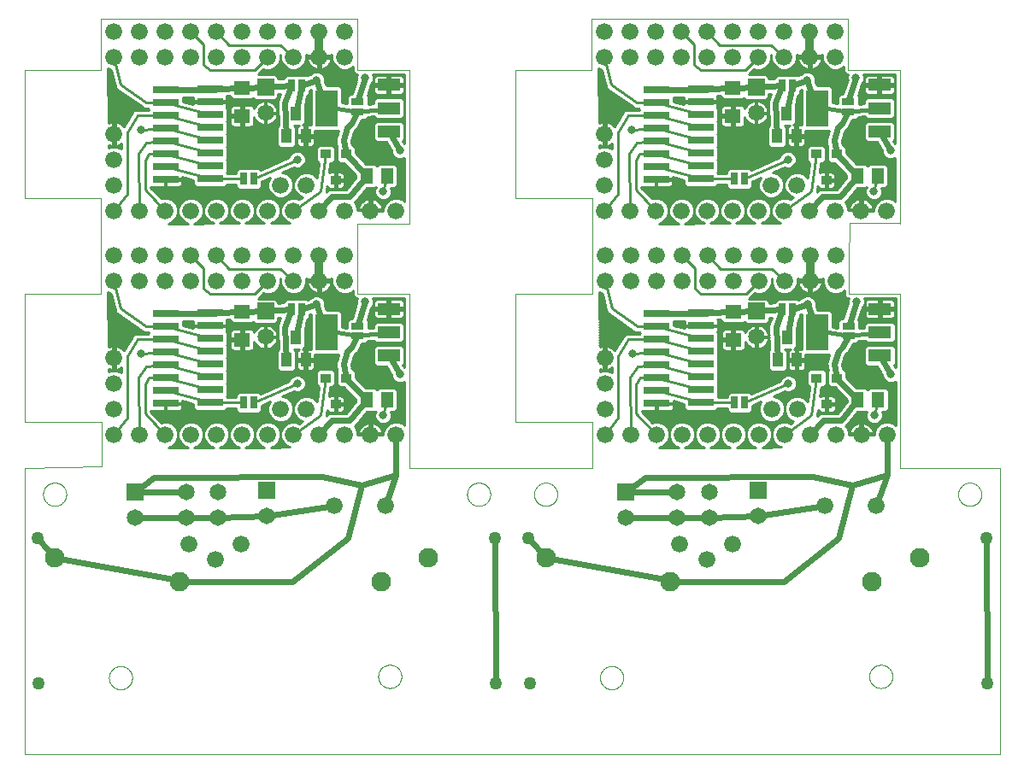
<source format=gbl>
G75*
%MOIN*%
%OFA0B0*%
%FSLAX25Y25*%
%IPPOS*%
%LPD*%
%AMOC8*
5,1,8,0,0,1.08239X$1,22.5*
%
%ADD10C,0.00000*%
%ADD11R,0.03937X0.03543*%
%ADD12R,0.03937X0.05512*%
%ADD13R,0.02500X0.05000*%
%ADD14R,0.05000X0.02500*%
%ADD15C,0.06600*%
%ADD16R,0.10000X0.03000*%
%ADD17R,0.06299X0.05512*%
%ADD18R,0.05118X0.05906*%
%ADD19R,0.08800X0.04800*%
%ADD20R,0.08661X0.14173*%
%ADD21C,0.05000*%
%ADD22C,0.07600*%
%ADD23R,0.06500X0.06500*%
%ADD24C,0.06500*%
%ADD25C,0.07677*%
%ADD26C,0.01000*%
%ADD27C,0.01600*%
%ADD28C,0.03200*%
%ADD29C,0.03200*%
%ADD30C,0.02400*%
D10*
X0005000Y0004606D02*
X0385476Y0004606D01*
X0385476Y0116575D01*
X0346500Y0116575D01*
X0346500Y0184409D01*
X0326421Y0184449D01*
X0326382Y0184488D01*
X0326382Y0194409D01*
X0326421Y0204449D01*
X0326654Y0204606D02*
X0326654Y0212087D01*
X0346339Y0212087D01*
X0346339Y0271811D01*
X0326260Y0271850D01*
X0326220Y0271890D01*
X0326220Y0281811D01*
X0326260Y0291850D01*
X0226260Y0291850D01*
X0226260Y0281850D01*
X0226299Y0281811D01*
X0226260Y0281811D01*
X0226260Y0271850D01*
X0196339Y0271850D01*
X0196339Y0221850D01*
X0226421Y0221850D01*
X0226421Y0194449D01*
X0226461Y0194409D01*
X0226421Y0194409D01*
X0226421Y0184449D01*
X0196500Y0184449D01*
X0196500Y0134449D01*
X0226421Y0134449D01*
X0226421Y0116575D01*
X0155000Y0116575D01*
X0155000Y0184409D01*
X0134921Y0184449D01*
X0134882Y0184488D01*
X0134882Y0194409D01*
X0134921Y0211693D01*
X0155000Y0211693D01*
X0155000Y0271811D01*
X0134921Y0271850D01*
X0134882Y0271890D01*
X0134882Y0281811D01*
X0134921Y0291850D01*
X0034921Y0291850D01*
X0034921Y0281850D01*
X0034961Y0281811D01*
X0034921Y0281811D01*
X0034921Y0271850D01*
X0005000Y0271850D01*
X0005000Y0221850D01*
X0034921Y0221850D01*
X0034921Y0194449D01*
X0034961Y0194409D01*
X0034921Y0194409D01*
X0034921Y0184449D01*
X0005000Y0184449D01*
X0005000Y0134449D01*
X0035031Y0134449D01*
X0035031Y0116969D01*
X0005000Y0116575D01*
X0005000Y0004606D01*
X0037972Y0034606D02*
X0037974Y0034740D01*
X0037980Y0034874D01*
X0037990Y0035008D01*
X0038004Y0035142D01*
X0038022Y0035275D01*
X0038043Y0035407D01*
X0038069Y0035539D01*
X0038099Y0035670D01*
X0038132Y0035800D01*
X0038169Y0035928D01*
X0038211Y0036056D01*
X0038255Y0036183D01*
X0038304Y0036308D01*
X0038356Y0036431D01*
X0038412Y0036553D01*
X0038472Y0036674D01*
X0038535Y0036792D01*
X0038601Y0036909D01*
X0038671Y0037023D01*
X0038744Y0037136D01*
X0038821Y0037246D01*
X0038901Y0037354D01*
X0038984Y0037459D01*
X0039070Y0037562D01*
X0039159Y0037662D01*
X0039251Y0037760D01*
X0039346Y0037855D01*
X0039444Y0037947D01*
X0039544Y0038036D01*
X0039647Y0038122D01*
X0039752Y0038205D01*
X0039860Y0038285D01*
X0039970Y0038362D01*
X0040083Y0038435D01*
X0040197Y0038505D01*
X0040314Y0038571D01*
X0040432Y0038634D01*
X0040553Y0038694D01*
X0040675Y0038750D01*
X0040798Y0038802D01*
X0040923Y0038851D01*
X0041050Y0038895D01*
X0041178Y0038937D01*
X0041306Y0038974D01*
X0041436Y0039007D01*
X0041567Y0039037D01*
X0041699Y0039063D01*
X0041831Y0039084D01*
X0041964Y0039102D01*
X0042098Y0039116D01*
X0042232Y0039126D01*
X0042366Y0039132D01*
X0042500Y0039134D01*
X0042634Y0039132D01*
X0042768Y0039126D01*
X0042902Y0039116D01*
X0043036Y0039102D01*
X0043169Y0039084D01*
X0043301Y0039063D01*
X0043433Y0039037D01*
X0043564Y0039007D01*
X0043694Y0038974D01*
X0043822Y0038937D01*
X0043950Y0038895D01*
X0044077Y0038851D01*
X0044202Y0038802D01*
X0044325Y0038750D01*
X0044447Y0038694D01*
X0044568Y0038634D01*
X0044686Y0038571D01*
X0044803Y0038505D01*
X0044917Y0038435D01*
X0045030Y0038362D01*
X0045140Y0038285D01*
X0045248Y0038205D01*
X0045353Y0038122D01*
X0045456Y0038036D01*
X0045556Y0037947D01*
X0045654Y0037855D01*
X0045749Y0037760D01*
X0045841Y0037662D01*
X0045930Y0037562D01*
X0046016Y0037459D01*
X0046099Y0037354D01*
X0046179Y0037246D01*
X0046256Y0037136D01*
X0046329Y0037023D01*
X0046399Y0036909D01*
X0046465Y0036792D01*
X0046528Y0036674D01*
X0046588Y0036553D01*
X0046644Y0036431D01*
X0046696Y0036308D01*
X0046745Y0036183D01*
X0046789Y0036056D01*
X0046831Y0035928D01*
X0046868Y0035800D01*
X0046901Y0035670D01*
X0046931Y0035539D01*
X0046957Y0035407D01*
X0046978Y0035275D01*
X0046996Y0035142D01*
X0047010Y0035008D01*
X0047020Y0034874D01*
X0047026Y0034740D01*
X0047028Y0034606D01*
X0047026Y0034472D01*
X0047020Y0034338D01*
X0047010Y0034204D01*
X0046996Y0034070D01*
X0046978Y0033937D01*
X0046957Y0033805D01*
X0046931Y0033673D01*
X0046901Y0033542D01*
X0046868Y0033412D01*
X0046831Y0033284D01*
X0046789Y0033156D01*
X0046745Y0033029D01*
X0046696Y0032904D01*
X0046644Y0032781D01*
X0046588Y0032659D01*
X0046528Y0032538D01*
X0046465Y0032420D01*
X0046399Y0032303D01*
X0046329Y0032189D01*
X0046256Y0032076D01*
X0046179Y0031966D01*
X0046099Y0031858D01*
X0046016Y0031753D01*
X0045930Y0031650D01*
X0045841Y0031550D01*
X0045749Y0031452D01*
X0045654Y0031357D01*
X0045556Y0031265D01*
X0045456Y0031176D01*
X0045353Y0031090D01*
X0045248Y0031007D01*
X0045140Y0030927D01*
X0045030Y0030850D01*
X0044917Y0030777D01*
X0044803Y0030707D01*
X0044686Y0030641D01*
X0044568Y0030578D01*
X0044447Y0030518D01*
X0044325Y0030462D01*
X0044202Y0030410D01*
X0044077Y0030361D01*
X0043950Y0030317D01*
X0043822Y0030275D01*
X0043694Y0030238D01*
X0043564Y0030205D01*
X0043433Y0030175D01*
X0043301Y0030149D01*
X0043169Y0030128D01*
X0043036Y0030110D01*
X0042902Y0030096D01*
X0042768Y0030086D01*
X0042634Y0030080D01*
X0042500Y0030078D01*
X0042366Y0030080D01*
X0042232Y0030086D01*
X0042098Y0030096D01*
X0041964Y0030110D01*
X0041831Y0030128D01*
X0041699Y0030149D01*
X0041567Y0030175D01*
X0041436Y0030205D01*
X0041306Y0030238D01*
X0041178Y0030275D01*
X0041050Y0030317D01*
X0040923Y0030361D01*
X0040798Y0030410D01*
X0040675Y0030462D01*
X0040553Y0030518D01*
X0040432Y0030578D01*
X0040314Y0030641D01*
X0040197Y0030707D01*
X0040083Y0030777D01*
X0039970Y0030850D01*
X0039860Y0030927D01*
X0039752Y0031007D01*
X0039647Y0031090D01*
X0039544Y0031176D01*
X0039444Y0031265D01*
X0039346Y0031357D01*
X0039251Y0031452D01*
X0039159Y0031550D01*
X0039070Y0031650D01*
X0038984Y0031753D01*
X0038901Y0031858D01*
X0038821Y0031966D01*
X0038744Y0032076D01*
X0038671Y0032189D01*
X0038601Y0032303D01*
X0038535Y0032420D01*
X0038472Y0032538D01*
X0038412Y0032659D01*
X0038356Y0032781D01*
X0038304Y0032904D01*
X0038255Y0033029D01*
X0038211Y0033156D01*
X0038169Y0033284D01*
X0038132Y0033412D01*
X0038099Y0033542D01*
X0038069Y0033673D01*
X0038043Y0033805D01*
X0038022Y0033937D01*
X0038004Y0034070D01*
X0037990Y0034204D01*
X0037980Y0034338D01*
X0037974Y0034472D01*
X0037972Y0034606D01*
X0012283Y0106173D02*
X0012285Y0106307D01*
X0012291Y0106441D01*
X0012301Y0106575D01*
X0012315Y0106709D01*
X0012333Y0106842D01*
X0012354Y0106974D01*
X0012380Y0107106D01*
X0012410Y0107237D01*
X0012443Y0107367D01*
X0012480Y0107495D01*
X0012522Y0107623D01*
X0012566Y0107750D01*
X0012615Y0107875D01*
X0012667Y0107998D01*
X0012723Y0108120D01*
X0012783Y0108241D01*
X0012846Y0108359D01*
X0012912Y0108476D01*
X0012982Y0108590D01*
X0013055Y0108703D01*
X0013132Y0108813D01*
X0013212Y0108921D01*
X0013295Y0109026D01*
X0013381Y0109129D01*
X0013470Y0109229D01*
X0013562Y0109327D01*
X0013657Y0109422D01*
X0013755Y0109514D01*
X0013855Y0109603D01*
X0013958Y0109689D01*
X0014063Y0109772D01*
X0014171Y0109852D01*
X0014281Y0109929D01*
X0014394Y0110002D01*
X0014508Y0110072D01*
X0014625Y0110138D01*
X0014743Y0110201D01*
X0014864Y0110261D01*
X0014986Y0110317D01*
X0015109Y0110369D01*
X0015234Y0110418D01*
X0015361Y0110462D01*
X0015489Y0110504D01*
X0015617Y0110541D01*
X0015747Y0110574D01*
X0015878Y0110604D01*
X0016010Y0110630D01*
X0016142Y0110651D01*
X0016275Y0110669D01*
X0016409Y0110683D01*
X0016543Y0110693D01*
X0016677Y0110699D01*
X0016811Y0110701D01*
X0016945Y0110699D01*
X0017079Y0110693D01*
X0017213Y0110683D01*
X0017347Y0110669D01*
X0017480Y0110651D01*
X0017612Y0110630D01*
X0017744Y0110604D01*
X0017875Y0110574D01*
X0018005Y0110541D01*
X0018133Y0110504D01*
X0018261Y0110462D01*
X0018388Y0110418D01*
X0018513Y0110369D01*
X0018636Y0110317D01*
X0018758Y0110261D01*
X0018879Y0110201D01*
X0018997Y0110138D01*
X0019114Y0110072D01*
X0019228Y0110002D01*
X0019341Y0109929D01*
X0019451Y0109852D01*
X0019559Y0109772D01*
X0019664Y0109689D01*
X0019767Y0109603D01*
X0019867Y0109514D01*
X0019965Y0109422D01*
X0020060Y0109327D01*
X0020152Y0109229D01*
X0020241Y0109129D01*
X0020327Y0109026D01*
X0020410Y0108921D01*
X0020490Y0108813D01*
X0020567Y0108703D01*
X0020640Y0108590D01*
X0020710Y0108476D01*
X0020776Y0108359D01*
X0020839Y0108241D01*
X0020899Y0108120D01*
X0020955Y0107998D01*
X0021007Y0107875D01*
X0021056Y0107750D01*
X0021100Y0107623D01*
X0021142Y0107495D01*
X0021179Y0107367D01*
X0021212Y0107237D01*
X0021242Y0107106D01*
X0021268Y0106974D01*
X0021289Y0106842D01*
X0021307Y0106709D01*
X0021321Y0106575D01*
X0021331Y0106441D01*
X0021337Y0106307D01*
X0021339Y0106173D01*
X0021337Y0106039D01*
X0021331Y0105905D01*
X0021321Y0105771D01*
X0021307Y0105637D01*
X0021289Y0105504D01*
X0021268Y0105372D01*
X0021242Y0105240D01*
X0021212Y0105109D01*
X0021179Y0104979D01*
X0021142Y0104851D01*
X0021100Y0104723D01*
X0021056Y0104596D01*
X0021007Y0104471D01*
X0020955Y0104348D01*
X0020899Y0104226D01*
X0020839Y0104105D01*
X0020776Y0103987D01*
X0020710Y0103870D01*
X0020640Y0103756D01*
X0020567Y0103643D01*
X0020490Y0103533D01*
X0020410Y0103425D01*
X0020327Y0103320D01*
X0020241Y0103217D01*
X0020152Y0103117D01*
X0020060Y0103019D01*
X0019965Y0102924D01*
X0019867Y0102832D01*
X0019767Y0102743D01*
X0019664Y0102657D01*
X0019559Y0102574D01*
X0019451Y0102494D01*
X0019341Y0102417D01*
X0019228Y0102344D01*
X0019114Y0102274D01*
X0018997Y0102208D01*
X0018879Y0102145D01*
X0018758Y0102085D01*
X0018636Y0102029D01*
X0018513Y0101977D01*
X0018388Y0101928D01*
X0018261Y0101884D01*
X0018133Y0101842D01*
X0018005Y0101805D01*
X0017875Y0101772D01*
X0017744Y0101742D01*
X0017612Y0101716D01*
X0017480Y0101695D01*
X0017347Y0101677D01*
X0017213Y0101663D01*
X0017079Y0101653D01*
X0016945Y0101647D01*
X0016811Y0101645D01*
X0016677Y0101647D01*
X0016543Y0101653D01*
X0016409Y0101663D01*
X0016275Y0101677D01*
X0016142Y0101695D01*
X0016010Y0101716D01*
X0015878Y0101742D01*
X0015747Y0101772D01*
X0015617Y0101805D01*
X0015489Y0101842D01*
X0015361Y0101884D01*
X0015234Y0101928D01*
X0015109Y0101977D01*
X0014986Y0102029D01*
X0014864Y0102085D01*
X0014743Y0102145D01*
X0014625Y0102208D01*
X0014508Y0102274D01*
X0014394Y0102344D01*
X0014281Y0102417D01*
X0014171Y0102494D01*
X0014063Y0102574D01*
X0013958Y0102657D01*
X0013855Y0102743D01*
X0013755Y0102832D01*
X0013657Y0102924D01*
X0013562Y0103019D01*
X0013470Y0103117D01*
X0013381Y0103217D01*
X0013295Y0103320D01*
X0013212Y0103425D01*
X0013132Y0103533D01*
X0013055Y0103643D01*
X0012982Y0103756D01*
X0012912Y0103870D01*
X0012846Y0103987D01*
X0012783Y0104105D01*
X0012723Y0104226D01*
X0012667Y0104348D01*
X0012615Y0104471D01*
X0012566Y0104596D01*
X0012522Y0104723D01*
X0012480Y0104851D01*
X0012443Y0104979D01*
X0012410Y0105109D01*
X0012380Y0105240D01*
X0012354Y0105372D01*
X0012333Y0105504D01*
X0012315Y0105637D01*
X0012301Y0105771D01*
X0012291Y0105905D01*
X0012285Y0106039D01*
X0012283Y0106173D01*
X0142972Y0035106D02*
X0142974Y0035240D01*
X0142980Y0035374D01*
X0142990Y0035508D01*
X0143004Y0035642D01*
X0143022Y0035775D01*
X0143043Y0035907D01*
X0143069Y0036039D01*
X0143099Y0036170D01*
X0143132Y0036300D01*
X0143169Y0036428D01*
X0143211Y0036556D01*
X0143255Y0036683D01*
X0143304Y0036808D01*
X0143356Y0036931D01*
X0143412Y0037053D01*
X0143472Y0037174D01*
X0143535Y0037292D01*
X0143601Y0037409D01*
X0143671Y0037523D01*
X0143744Y0037636D01*
X0143821Y0037746D01*
X0143901Y0037854D01*
X0143984Y0037959D01*
X0144070Y0038062D01*
X0144159Y0038162D01*
X0144251Y0038260D01*
X0144346Y0038355D01*
X0144444Y0038447D01*
X0144544Y0038536D01*
X0144647Y0038622D01*
X0144752Y0038705D01*
X0144860Y0038785D01*
X0144970Y0038862D01*
X0145083Y0038935D01*
X0145197Y0039005D01*
X0145314Y0039071D01*
X0145432Y0039134D01*
X0145553Y0039194D01*
X0145675Y0039250D01*
X0145798Y0039302D01*
X0145923Y0039351D01*
X0146050Y0039395D01*
X0146178Y0039437D01*
X0146306Y0039474D01*
X0146436Y0039507D01*
X0146567Y0039537D01*
X0146699Y0039563D01*
X0146831Y0039584D01*
X0146964Y0039602D01*
X0147098Y0039616D01*
X0147232Y0039626D01*
X0147366Y0039632D01*
X0147500Y0039634D01*
X0147634Y0039632D01*
X0147768Y0039626D01*
X0147902Y0039616D01*
X0148036Y0039602D01*
X0148169Y0039584D01*
X0148301Y0039563D01*
X0148433Y0039537D01*
X0148564Y0039507D01*
X0148694Y0039474D01*
X0148822Y0039437D01*
X0148950Y0039395D01*
X0149077Y0039351D01*
X0149202Y0039302D01*
X0149325Y0039250D01*
X0149447Y0039194D01*
X0149568Y0039134D01*
X0149686Y0039071D01*
X0149803Y0039005D01*
X0149917Y0038935D01*
X0150030Y0038862D01*
X0150140Y0038785D01*
X0150248Y0038705D01*
X0150353Y0038622D01*
X0150456Y0038536D01*
X0150556Y0038447D01*
X0150654Y0038355D01*
X0150749Y0038260D01*
X0150841Y0038162D01*
X0150930Y0038062D01*
X0151016Y0037959D01*
X0151099Y0037854D01*
X0151179Y0037746D01*
X0151256Y0037636D01*
X0151329Y0037523D01*
X0151399Y0037409D01*
X0151465Y0037292D01*
X0151528Y0037174D01*
X0151588Y0037053D01*
X0151644Y0036931D01*
X0151696Y0036808D01*
X0151745Y0036683D01*
X0151789Y0036556D01*
X0151831Y0036428D01*
X0151868Y0036300D01*
X0151901Y0036170D01*
X0151931Y0036039D01*
X0151957Y0035907D01*
X0151978Y0035775D01*
X0151996Y0035642D01*
X0152010Y0035508D01*
X0152020Y0035374D01*
X0152026Y0035240D01*
X0152028Y0035106D01*
X0152026Y0034972D01*
X0152020Y0034838D01*
X0152010Y0034704D01*
X0151996Y0034570D01*
X0151978Y0034437D01*
X0151957Y0034305D01*
X0151931Y0034173D01*
X0151901Y0034042D01*
X0151868Y0033912D01*
X0151831Y0033784D01*
X0151789Y0033656D01*
X0151745Y0033529D01*
X0151696Y0033404D01*
X0151644Y0033281D01*
X0151588Y0033159D01*
X0151528Y0033038D01*
X0151465Y0032920D01*
X0151399Y0032803D01*
X0151329Y0032689D01*
X0151256Y0032576D01*
X0151179Y0032466D01*
X0151099Y0032358D01*
X0151016Y0032253D01*
X0150930Y0032150D01*
X0150841Y0032050D01*
X0150749Y0031952D01*
X0150654Y0031857D01*
X0150556Y0031765D01*
X0150456Y0031676D01*
X0150353Y0031590D01*
X0150248Y0031507D01*
X0150140Y0031427D01*
X0150030Y0031350D01*
X0149917Y0031277D01*
X0149803Y0031207D01*
X0149686Y0031141D01*
X0149568Y0031078D01*
X0149447Y0031018D01*
X0149325Y0030962D01*
X0149202Y0030910D01*
X0149077Y0030861D01*
X0148950Y0030817D01*
X0148822Y0030775D01*
X0148694Y0030738D01*
X0148564Y0030705D01*
X0148433Y0030675D01*
X0148301Y0030649D01*
X0148169Y0030628D01*
X0148036Y0030610D01*
X0147902Y0030596D01*
X0147768Y0030586D01*
X0147634Y0030580D01*
X0147500Y0030578D01*
X0147366Y0030580D01*
X0147232Y0030586D01*
X0147098Y0030596D01*
X0146964Y0030610D01*
X0146831Y0030628D01*
X0146699Y0030649D01*
X0146567Y0030675D01*
X0146436Y0030705D01*
X0146306Y0030738D01*
X0146178Y0030775D01*
X0146050Y0030817D01*
X0145923Y0030861D01*
X0145798Y0030910D01*
X0145675Y0030962D01*
X0145553Y0031018D01*
X0145432Y0031078D01*
X0145314Y0031141D01*
X0145197Y0031207D01*
X0145083Y0031277D01*
X0144970Y0031350D01*
X0144860Y0031427D01*
X0144752Y0031507D01*
X0144647Y0031590D01*
X0144544Y0031676D01*
X0144444Y0031765D01*
X0144346Y0031857D01*
X0144251Y0031952D01*
X0144159Y0032050D01*
X0144070Y0032150D01*
X0143984Y0032253D01*
X0143901Y0032358D01*
X0143821Y0032466D01*
X0143744Y0032576D01*
X0143671Y0032689D01*
X0143601Y0032803D01*
X0143535Y0032920D01*
X0143472Y0033038D01*
X0143412Y0033159D01*
X0143356Y0033281D01*
X0143304Y0033404D01*
X0143255Y0033529D01*
X0143211Y0033656D01*
X0143169Y0033784D01*
X0143132Y0033912D01*
X0143099Y0034042D01*
X0143069Y0034173D01*
X0143043Y0034305D01*
X0143022Y0034437D01*
X0143004Y0034570D01*
X0142990Y0034704D01*
X0142980Y0034838D01*
X0142974Y0034972D01*
X0142972Y0035106D01*
X0177637Y0106173D02*
X0177639Y0106307D01*
X0177645Y0106441D01*
X0177655Y0106575D01*
X0177669Y0106709D01*
X0177687Y0106842D01*
X0177708Y0106974D01*
X0177734Y0107106D01*
X0177764Y0107237D01*
X0177797Y0107367D01*
X0177834Y0107495D01*
X0177876Y0107623D01*
X0177920Y0107750D01*
X0177969Y0107875D01*
X0178021Y0107998D01*
X0178077Y0108120D01*
X0178137Y0108241D01*
X0178200Y0108359D01*
X0178266Y0108476D01*
X0178336Y0108590D01*
X0178409Y0108703D01*
X0178486Y0108813D01*
X0178566Y0108921D01*
X0178649Y0109026D01*
X0178735Y0109129D01*
X0178824Y0109229D01*
X0178916Y0109327D01*
X0179011Y0109422D01*
X0179109Y0109514D01*
X0179209Y0109603D01*
X0179312Y0109689D01*
X0179417Y0109772D01*
X0179525Y0109852D01*
X0179635Y0109929D01*
X0179748Y0110002D01*
X0179862Y0110072D01*
X0179979Y0110138D01*
X0180097Y0110201D01*
X0180218Y0110261D01*
X0180340Y0110317D01*
X0180463Y0110369D01*
X0180588Y0110418D01*
X0180715Y0110462D01*
X0180843Y0110504D01*
X0180971Y0110541D01*
X0181101Y0110574D01*
X0181232Y0110604D01*
X0181364Y0110630D01*
X0181496Y0110651D01*
X0181629Y0110669D01*
X0181763Y0110683D01*
X0181897Y0110693D01*
X0182031Y0110699D01*
X0182165Y0110701D01*
X0182299Y0110699D01*
X0182433Y0110693D01*
X0182567Y0110683D01*
X0182701Y0110669D01*
X0182834Y0110651D01*
X0182966Y0110630D01*
X0183098Y0110604D01*
X0183229Y0110574D01*
X0183359Y0110541D01*
X0183487Y0110504D01*
X0183615Y0110462D01*
X0183742Y0110418D01*
X0183867Y0110369D01*
X0183990Y0110317D01*
X0184112Y0110261D01*
X0184233Y0110201D01*
X0184351Y0110138D01*
X0184468Y0110072D01*
X0184582Y0110002D01*
X0184695Y0109929D01*
X0184805Y0109852D01*
X0184913Y0109772D01*
X0185018Y0109689D01*
X0185121Y0109603D01*
X0185221Y0109514D01*
X0185319Y0109422D01*
X0185414Y0109327D01*
X0185506Y0109229D01*
X0185595Y0109129D01*
X0185681Y0109026D01*
X0185764Y0108921D01*
X0185844Y0108813D01*
X0185921Y0108703D01*
X0185994Y0108590D01*
X0186064Y0108476D01*
X0186130Y0108359D01*
X0186193Y0108241D01*
X0186253Y0108120D01*
X0186309Y0107998D01*
X0186361Y0107875D01*
X0186410Y0107750D01*
X0186454Y0107623D01*
X0186496Y0107495D01*
X0186533Y0107367D01*
X0186566Y0107237D01*
X0186596Y0107106D01*
X0186622Y0106974D01*
X0186643Y0106842D01*
X0186661Y0106709D01*
X0186675Y0106575D01*
X0186685Y0106441D01*
X0186691Y0106307D01*
X0186693Y0106173D01*
X0186691Y0106039D01*
X0186685Y0105905D01*
X0186675Y0105771D01*
X0186661Y0105637D01*
X0186643Y0105504D01*
X0186622Y0105372D01*
X0186596Y0105240D01*
X0186566Y0105109D01*
X0186533Y0104979D01*
X0186496Y0104851D01*
X0186454Y0104723D01*
X0186410Y0104596D01*
X0186361Y0104471D01*
X0186309Y0104348D01*
X0186253Y0104226D01*
X0186193Y0104105D01*
X0186130Y0103987D01*
X0186064Y0103870D01*
X0185994Y0103756D01*
X0185921Y0103643D01*
X0185844Y0103533D01*
X0185764Y0103425D01*
X0185681Y0103320D01*
X0185595Y0103217D01*
X0185506Y0103117D01*
X0185414Y0103019D01*
X0185319Y0102924D01*
X0185221Y0102832D01*
X0185121Y0102743D01*
X0185018Y0102657D01*
X0184913Y0102574D01*
X0184805Y0102494D01*
X0184695Y0102417D01*
X0184582Y0102344D01*
X0184468Y0102274D01*
X0184351Y0102208D01*
X0184233Y0102145D01*
X0184112Y0102085D01*
X0183990Y0102029D01*
X0183867Y0101977D01*
X0183742Y0101928D01*
X0183615Y0101884D01*
X0183487Y0101842D01*
X0183359Y0101805D01*
X0183229Y0101772D01*
X0183098Y0101742D01*
X0182966Y0101716D01*
X0182834Y0101695D01*
X0182701Y0101677D01*
X0182567Y0101663D01*
X0182433Y0101653D01*
X0182299Y0101647D01*
X0182165Y0101645D01*
X0182031Y0101647D01*
X0181897Y0101653D01*
X0181763Y0101663D01*
X0181629Y0101677D01*
X0181496Y0101695D01*
X0181364Y0101716D01*
X0181232Y0101742D01*
X0181101Y0101772D01*
X0180971Y0101805D01*
X0180843Y0101842D01*
X0180715Y0101884D01*
X0180588Y0101928D01*
X0180463Y0101977D01*
X0180340Y0102029D01*
X0180218Y0102085D01*
X0180097Y0102145D01*
X0179979Y0102208D01*
X0179862Y0102274D01*
X0179748Y0102344D01*
X0179635Y0102417D01*
X0179525Y0102494D01*
X0179417Y0102574D01*
X0179312Y0102657D01*
X0179209Y0102743D01*
X0179109Y0102832D01*
X0179011Y0102924D01*
X0178916Y0103019D01*
X0178824Y0103117D01*
X0178735Y0103217D01*
X0178649Y0103320D01*
X0178566Y0103425D01*
X0178486Y0103533D01*
X0178409Y0103643D01*
X0178336Y0103756D01*
X0178266Y0103870D01*
X0178200Y0103987D01*
X0178137Y0104105D01*
X0178077Y0104226D01*
X0178021Y0104348D01*
X0177969Y0104471D01*
X0177920Y0104596D01*
X0177876Y0104723D01*
X0177834Y0104851D01*
X0177797Y0104979D01*
X0177764Y0105109D01*
X0177734Y0105240D01*
X0177708Y0105372D01*
X0177687Y0105504D01*
X0177669Y0105637D01*
X0177655Y0105771D01*
X0177645Y0105905D01*
X0177639Y0106039D01*
X0177637Y0106173D01*
X0203783Y0106173D02*
X0203785Y0106307D01*
X0203791Y0106441D01*
X0203801Y0106575D01*
X0203815Y0106709D01*
X0203833Y0106842D01*
X0203854Y0106974D01*
X0203880Y0107106D01*
X0203910Y0107237D01*
X0203943Y0107367D01*
X0203980Y0107495D01*
X0204022Y0107623D01*
X0204066Y0107750D01*
X0204115Y0107875D01*
X0204167Y0107998D01*
X0204223Y0108120D01*
X0204283Y0108241D01*
X0204346Y0108359D01*
X0204412Y0108476D01*
X0204482Y0108590D01*
X0204555Y0108703D01*
X0204632Y0108813D01*
X0204712Y0108921D01*
X0204795Y0109026D01*
X0204881Y0109129D01*
X0204970Y0109229D01*
X0205062Y0109327D01*
X0205157Y0109422D01*
X0205255Y0109514D01*
X0205355Y0109603D01*
X0205458Y0109689D01*
X0205563Y0109772D01*
X0205671Y0109852D01*
X0205781Y0109929D01*
X0205894Y0110002D01*
X0206008Y0110072D01*
X0206125Y0110138D01*
X0206243Y0110201D01*
X0206364Y0110261D01*
X0206486Y0110317D01*
X0206609Y0110369D01*
X0206734Y0110418D01*
X0206861Y0110462D01*
X0206989Y0110504D01*
X0207117Y0110541D01*
X0207247Y0110574D01*
X0207378Y0110604D01*
X0207510Y0110630D01*
X0207642Y0110651D01*
X0207775Y0110669D01*
X0207909Y0110683D01*
X0208043Y0110693D01*
X0208177Y0110699D01*
X0208311Y0110701D01*
X0208445Y0110699D01*
X0208579Y0110693D01*
X0208713Y0110683D01*
X0208847Y0110669D01*
X0208980Y0110651D01*
X0209112Y0110630D01*
X0209244Y0110604D01*
X0209375Y0110574D01*
X0209505Y0110541D01*
X0209633Y0110504D01*
X0209761Y0110462D01*
X0209888Y0110418D01*
X0210013Y0110369D01*
X0210136Y0110317D01*
X0210258Y0110261D01*
X0210379Y0110201D01*
X0210497Y0110138D01*
X0210614Y0110072D01*
X0210728Y0110002D01*
X0210841Y0109929D01*
X0210951Y0109852D01*
X0211059Y0109772D01*
X0211164Y0109689D01*
X0211267Y0109603D01*
X0211367Y0109514D01*
X0211465Y0109422D01*
X0211560Y0109327D01*
X0211652Y0109229D01*
X0211741Y0109129D01*
X0211827Y0109026D01*
X0211910Y0108921D01*
X0211990Y0108813D01*
X0212067Y0108703D01*
X0212140Y0108590D01*
X0212210Y0108476D01*
X0212276Y0108359D01*
X0212339Y0108241D01*
X0212399Y0108120D01*
X0212455Y0107998D01*
X0212507Y0107875D01*
X0212556Y0107750D01*
X0212600Y0107623D01*
X0212642Y0107495D01*
X0212679Y0107367D01*
X0212712Y0107237D01*
X0212742Y0107106D01*
X0212768Y0106974D01*
X0212789Y0106842D01*
X0212807Y0106709D01*
X0212821Y0106575D01*
X0212831Y0106441D01*
X0212837Y0106307D01*
X0212839Y0106173D01*
X0212837Y0106039D01*
X0212831Y0105905D01*
X0212821Y0105771D01*
X0212807Y0105637D01*
X0212789Y0105504D01*
X0212768Y0105372D01*
X0212742Y0105240D01*
X0212712Y0105109D01*
X0212679Y0104979D01*
X0212642Y0104851D01*
X0212600Y0104723D01*
X0212556Y0104596D01*
X0212507Y0104471D01*
X0212455Y0104348D01*
X0212399Y0104226D01*
X0212339Y0104105D01*
X0212276Y0103987D01*
X0212210Y0103870D01*
X0212140Y0103756D01*
X0212067Y0103643D01*
X0211990Y0103533D01*
X0211910Y0103425D01*
X0211827Y0103320D01*
X0211741Y0103217D01*
X0211652Y0103117D01*
X0211560Y0103019D01*
X0211465Y0102924D01*
X0211367Y0102832D01*
X0211267Y0102743D01*
X0211164Y0102657D01*
X0211059Y0102574D01*
X0210951Y0102494D01*
X0210841Y0102417D01*
X0210728Y0102344D01*
X0210614Y0102274D01*
X0210497Y0102208D01*
X0210379Y0102145D01*
X0210258Y0102085D01*
X0210136Y0102029D01*
X0210013Y0101977D01*
X0209888Y0101928D01*
X0209761Y0101884D01*
X0209633Y0101842D01*
X0209505Y0101805D01*
X0209375Y0101772D01*
X0209244Y0101742D01*
X0209112Y0101716D01*
X0208980Y0101695D01*
X0208847Y0101677D01*
X0208713Y0101663D01*
X0208579Y0101653D01*
X0208445Y0101647D01*
X0208311Y0101645D01*
X0208177Y0101647D01*
X0208043Y0101653D01*
X0207909Y0101663D01*
X0207775Y0101677D01*
X0207642Y0101695D01*
X0207510Y0101716D01*
X0207378Y0101742D01*
X0207247Y0101772D01*
X0207117Y0101805D01*
X0206989Y0101842D01*
X0206861Y0101884D01*
X0206734Y0101928D01*
X0206609Y0101977D01*
X0206486Y0102029D01*
X0206364Y0102085D01*
X0206243Y0102145D01*
X0206125Y0102208D01*
X0206008Y0102274D01*
X0205894Y0102344D01*
X0205781Y0102417D01*
X0205671Y0102494D01*
X0205563Y0102574D01*
X0205458Y0102657D01*
X0205355Y0102743D01*
X0205255Y0102832D01*
X0205157Y0102924D01*
X0205062Y0103019D01*
X0204970Y0103117D01*
X0204881Y0103217D01*
X0204795Y0103320D01*
X0204712Y0103425D01*
X0204632Y0103533D01*
X0204555Y0103643D01*
X0204482Y0103756D01*
X0204412Y0103870D01*
X0204346Y0103987D01*
X0204283Y0104105D01*
X0204223Y0104226D01*
X0204167Y0104348D01*
X0204115Y0104471D01*
X0204066Y0104596D01*
X0204022Y0104723D01*
X0203980Y0104851D01*
X0203943Y0104979D01*
X0203910Y0105109D01*
X0203880Y0105240D01*
X0203854Y0105372D01*
X0203833Y0105504D01*
X0203815Y0105637D01*
X0203801Y0105771D01*
X0203791Y0105905D01*
X0203785Y0106039D01*
X0203783Y0106173D01*
X0229472Y0034606D02*
X0229474Y0034740D01*
X0229480Y0034874D01*
X0229490Y0035008D01*
X0229504Y0035142D01*
X0229522Y0035275D01*
X0229543Y0035407D01*
X0229569Y0035539D01*
X0229599Y0035670D01*
X0229632Y0035800D01*
X0229669Y0035928D01*
X0229711Y0036056D01*
X0229755Y0036183D01*
X0229804Y0036308D01*
X0229856Y0036431D01*
X0229912Y0036553D01*
X0229972Y0036674D01*
X0230035Y0036792D01*
X0230101Y0036909D01*
X0230171Y0037023D01*
X0230244Y0037136D01*
X0230321Y0037246D01*
X0230401Y0037354D01*
X0230484Y0037459D01*
X0230570Y0037562D01*
X0230659Y0037662D01*
X0230751Y0037760D01*
X0230846Y0037855D01*
X0230944Y0037947D01*
X0231044Y0038036D01*
X0231147Y0038122D01*
X0231252Y0038205D01*
X0231360Y0038285D01*
X0231470Y0038362D01*
X0231583Y0038435D01*
X0231697Y0038505D01*
X0231814Y0038571D01*
X0231932Y0038634D01*
X0232053Y0038694D01*
X0232175Y0038750D01*
X0232298Y0038802D01*
X0232423Y0038851D01*
X0232550Y0038895D01*
X0232678Y0038937D01*
X0232806Y0038974D01*
X0232936Y0039007D01*
X0233067Y0039037D01*
X0233199Y0039063D01*
X0233331Y0039084D01*
X0233464Y0039102D01*
X0233598Y0039116D01*
X0233732Y0039126D01*
X0233866Y0039132D01*
X0234000Y0039134D01*
X0234134Y0039132D01*
X0234268Y0039126D01*
X0234402Y0039116D01*
X0234536Y0039102D01*
X0234669Y0039084D01*
X0234801Y0039063D01*
X0234933Y0039037D01*
X0235064Y0039007D01*
X0235194Y0038974D01*
X0235322Y0038937D01*
X0235450Y0038895D01*
X0235577Y0038851D01*
X0235702Y0038802D01*
X0235825Y0038750D01*
X0235947Y0038694D01*
X0236068Y0038634D01*
X0236186Y0038571D01*
X0236303Y0038505D01*
X0236417Y0038435D01*
X0236530Y0038362D01*
X0236640Y0038285D01*
X0236748Y0038205D01*
X0236853Y0038122D01*
X0236956Y0038036D01*
X0237056Y0037947D01*
X0237154Y0037855D01*
X0237249Y0037760D01*
X0237341Y0037662D01*
X0237430Y0037562D01*
X0237516Y0037459D01*
X0237599Y0037354D01*
X0237679Y0037246D01*
X0237756Y0037136D01*
X0237829Y0037023D01*
X0237899Y0036909D01*
X0237965Y0036792D01*
X0238028Y0036674D01*
X0238088Y0036553D01*
X0238144Y0036431D01*
X0238196Y0036308D01*
X0238245Y0036183D01*
X0238289Y0036056D01*
X0238331Y0035928D01*
X0238368Y0035800D01*
X0238401Y0035670D01*
X0238431Y0035539D01*
X0238457Y0035407D01*
X0238478Y0035275D01*
X0238496Y0035142D01*
X0238510Y0035008D01*
X0238520Y0034874D01*
X0238526Y0034740D01*
X0238528Y0034606D01*
X0238526Y0034472D01*
X0238520Y0034338D01*
X0238510Y0034204D01*
X0238496Y0034070D01*
X0238478Y0033937D01*
X0238457Y0033805D01*
X0238431Y0033673D01*
X0238401Y0033542D01*
X0238368Y0033412D01*
X0238331Y0033284D01*
X0238289Y0033156D01*
X0238245Y0033029D01*
X0238196Y0032904D01*
X0238144Y0032781D01*
X0238088Y0032659D01*
X0238028Y0032538D01*
X0237965Y0032420D01*
X0237899Y0032303D01*
X0237829Y0032189D01*
X0237756Y0032076D01*
X0237679Y0031966D01*
X0237599Y0031858D01*
X0237516Y0031753D01*
X0237430Y0031650D01*
X0237341Y0031550D01*
X0237249Y0031452D01*
X0237154Y0031357D01*
X0237056Y0031265D01*
X0236956Y0031176D01*
X0236853Y0031090D01*
X0236748Y0031007D01*
X0236640Y0030927D01*
X0236530Y0030850D01*
X0236417Y0030777D01*
X0236303Y0030707D01*
X0236186Y0030641D01*
X0236068Y0030578D01*
X0235947Y0030518D01*
X0235825Y0030462D01*
X0235702Y0030410D01*
X0235577Y0030361D01*
X0235450Y0030317D01*
X0235322Y0030275D01*
X0235194Y0030238D01*
X0235064Y0030205D01*
X0234933Y0030175D01*
X0234801Y0030149D01*
X0234669Y0030128D01*
X0234536Y0030110D01*
X0234402Y0030096D01*
X0234268Y0030086D01*
X0234134Y0030080D01*
X0234000Y0030078D01*
X0233866Y0030080D01*
X0233732Y0030086D01*
X0233598Y0030096D01*
X0233464Y0030110D01*
X0233331Y0030128D01*
X0233199Y0030149D01*
X0233067Y0030175D01*
X0232936Y0030205D01*
X0232806Y0030238D01*
X0232678Y0030275D01*
X0232550Y0030317D01*
X0232423Y0030361D01*
X0232298Y0030410D01*
X0232175Y0030462D01*
X0232053Y0030518D01*
X0231932Y0030578D01*
X0231814Y0030641D01*
X0231697Y0030707D01*
X0231583Y0030777D01*
X0231470Y0030850D01*
X0231360Y0030927D01*
X0231252Y0031007D01*
X0231147Y0031090D01*
X0231044Y0031176D01*
X0230944Y0031265D01*
X0230846Y0031357D01*
X0230751Y0031452D01*
X0230659Y0031550D01*
X0230570Y0031650D01*
X0230484Y0031753D01*
X0230401Y0031858D01*
X0230321Y0031966D01*
X0230244Y0032076D01*
X0230171Y0032189D01*
X0230101Y0032303D01*
X0230035Y0032420D01*
X0229972Y0032538D01*
X0229912Y0032659D01*
X0229856Y0032781D01*
X0229804Y0032904D01*
X0229755Y0033029D01*
X0229711Y0033156D01*
X0229669Y0033284D01*
X0229632Y0033412D01*
X0229599Y0033542D01*
X0229569Y0033673D01*
X0229543Y0033805D01*
X0229522Y0033937D01*
X0229504Y0034070D01*
X0229490Y0034204D01*
X0229480Y0034338D01*
X0229474Y0034472D01*
X0229472Y0034606D01*
X0334472Y0035106D02*
X0334474Y0035240D01*
X0334480Y0035374D01*
X0334490Y0035508D01*
X0334504Y0035642D01*
X0334522Y0035775D01*
X0334543Y0035907D01*
X0334569Y0036039D01*
X0334599Y0036170D01*
X0334632Y0036300D01*
X0334669Y0036428D01*
X0334711Y0036556D01*
X0334755Y0036683D01*
X0334804Y0036808D01*
X0334856Y0036931D01*
X0334912Y0037053D01*
X0334972Y0037174D01*
X0335035Y0037292D01*
X0335101Y0037409D01*
X0335171Y0037523D01*
X0335244Y0037636D01*
X0335321Y0037746D01*
X0335401Y0037854D01*
X0335484Y0037959D01*
X0335570Y0038062D01*
X0335659Y0038162D01*
X0335751Y0038260D01*
X0335846Y0038355D01*
X0335944Y0038447D01*
X0336044Y0038536D01*
X0336147Y0038622D01*
X0336252Y0038705D01*
X0336360Y0038785D01*
X0336470Y0038862D01*
X0336583Y0038935D01*
X0336697Y0039005D01*
X0336814Y0039071D01*
X0336932Y0039134D01*
X0337053Y0039194D01*
X0337175Y0039250D01*
X0337298Y0039302D01*
X0337423Y0039351D01*
X0337550Y0039395D01*
X0337678Y0039437D01*
X0337806Y0039474D01*
X0337936Y0039507D01*
X0338067Y0039537D01*
X0338199Y0039563D01*
X0338331Y0039584D01*
X0338464Y0039602D01*
X0338598Y0039616D01*
X0338732Y0039626D01*
X0338866Y0039632D01*
X0339000Y0039634D01*
X0339134Y0039632D01*
X0339268Y0039626D01*
X0339402Y0039616D01*
X0339536Y0039602D01*
X0339669Y0039584D01*
X0339801Y0039563D01*
X0339933Y0039537D01*
X0340064Y0039507D01*
X0340194Y0039474D01*
X0340322Y0039437D01*
X0340450Y0039395D01*
X0340577Y0039351D01*
X0340702Y0039302D01*
X0340825Y0039250D01*
X0340947Y0039194D01*
X0341068Y0039134D01*
X0341186Y0039071D01*
X0341303Y0039005D01*
X0341417Y0038935D01*
X0341530Y0038862D01*
X0341640Y0038785D01*
X0341748Y0038705D01*
X0341853Y0038622D01*
X0341956Y0038536D01*
X0342056Y0038447D01*
X0342154Y0038355D01*
X0342249Y0038260D01*
X0342341Y0038162D01*
X0342430Y0038062D01*
X0342516Y0037959D01*
X0342599Y0037854D01*
X0342679Y0037746D01*
X0342756Y0037636D01*
X0342829Y0037523D01*
X0342899Y0037409D01*
X0342965Y0037292D01*
X0343028Y0037174D01*
X0343088Y0037053D01*
X0343144Y0036931D01*
X0343196Y0036808D01*
X0343245Y0036683D01*
X0343289Y0036556D01*
X0343331Y0036428D01*
X0343368Y0036300D01*
X0343401Y0036170D01*
X0343431Y0036039D01*
X0343457Y0035907D01*
X0343478Y0035775D01*
X0343496Y0035642D01*
X0343510Y0035508D01*
X0343520Y0035374D01*
X0343526Y0035240D01*
X0343528Y0035106D01*
X0343526Y0034972D01*
X0343520Y0034838D01*
X0343510Y0034704D01*
X0343496Y0034570D01*
X0343478Y0034437D01*
X0343457Y0034305D01*
X0343431Y0034173D01*
X0343401Y0034042D01*
X0343368Y0033912D01*
X0343331Y0033784D01*
X0343289Y0033656D01*
X0343245Y0033529D01*
X0343196Y0033404D01*
X0343144Y0033281D01*
X0343088Y0033159D01*
X0343028Y0033038D01*
X0342965Y0032920D01*
X0342899Y0032803D01*
X0342829Y0032689D01*
X0342756Y0032576D01*
X0342679Y0032466D01*
X0342599Y0032358D01*
X0342516Y0032253D01*
X0342430Y0032150D01*
X0342341Y0032050D01*
X0342249Y0031952D01*
X0342154Y0031857D01*
X0342056Y0031765D01*
X0341956Y0031676D01*
X0341853Y0031590D01*
X0341748Y0031507D01*
X0341640Y0031427D01*
X0341530Y0031350D01*
X0341417Y0031277D01*
X0341303Y0031207D01*
X0341186Y0031141D01*
X0341068Y0031078D01*
X0340947Y0031018D01*
X0340825Y0030962D01*
X0340702Y0030910D01*
X0340577Y0030861D01*
X0340450Y0030817D01*
X0340322Y0030775D01*
X0340194Y0030738D01*
X0340064Y0030705D01*
X0339933Y0030675D01*
X0339801Y0030649D01*
X0339669Y0030628D01*
X0339536Y0030610D01*
X0339402Y0030596D01*
X0339268Y0030586D01*
X0339134Y0030580D01*
X0339000Y0030578D01*
X0338866Y0030580D01*
X0338732Y0030586D01*
X0338598Y0030596D01*
X0338464Y0030610D01*
X0338331Y0030628D01*
X0338199Y0030649D01*
X0338067Y0030675D01*
X0337936Y0030705D01*
X0337806Y0030738D01*
X0337678Y0030775D01*
X0337550Y0030817D01*
X0337423Y0030861D01*
X0337298Y0030910D01*
X0337175Y0030962D01*
X0337053Y0031018D01*
X0336932Y0031078D01*
X0336814Y0031141D01*
X0336697Y0031207D01*
X0336583Y0031277D01*
X0336470Y0031350D01*
X0336360Y0031427D01*
X0336252Y0031507D01*
X0336147Y0031590D01*
X0336044Y0031676D01*
X0335944Y0031765D01*
X0335846Y0031857D01*
X0335751Y0031952D01*
X0335659Y0032050D01*
X0335570Y0032150D01*
X0335484Y0032253D01*
X0335401Y0032358D01*
X0335321Y0032466D01*
X0335244Y0032576D01*
X0335171Y0032689D01*
X0335101Y0032803D01*
X0335035Y0032920D01*
X0334972Y0033038D01*
X0334912Y0033159D01*
X0334856Y0033281D01*
X0334804Y0033404D01*
X0334755Y0033529D01*
X0334711Y0033656D01*
X0334669Y0033784D01*
X0334632Y0033912D01*
X0334599Y0034042D01*
X0334569Y0034173D01*
X0334543Y0034305D01*
X0334522Y0034437D01*
X0334504Y0034570D01*
X0334490Y0034704D01*
X0334480Y0034838D01*
X0334474Y0034972D01*
X0334472Y0035106D01*
X0369137Y0106173D02*
X0369139Y0106307D01*
X0369145Y0106441D01*
X0369155Y0106575D01*
X0369169Y0106709D01*
X0369187Y0106842D01*
X0369208Y0106974D01*
X0369234Y0107106D01*
X0369264Y0107237D01*
X0369297Y0107367D01*
X0369334Y0107495D01*
X0369376Y0107623D01*
X0369420Y0107750D01*
X0369469Y0107875D01*
X0369521Y0107998D01*
X0369577Y0108120D01*
X0369637Y0108241D01*
X0369700Y0108359D01*
X0369766Y0108476D01*
X0369836Y0108590D01*
X0369909Y0108703D01*
X0369986Y0108813D01*
X0370066Y0108921D01*
X0370149Y0109026D01*
X0370235Y0109129D01*
X0370324Y0109229D01*
X0370416Y0109327D01*
X0370511Y0109422D01*
X0370609Y0109514D01*
X0370709Y0109603D01*
X0370812Y0109689D01*
X0370917Y0109772D01*
X0371025Y0109852D01*
X0371135Y0109929D01*
X0371248Y0110002D01*
X0371362Y0110072D01*
X0371479Y0110138D01*
X0371597Y0110201D01*
X0371718Y0110261D01*
X0371840Y0110317D01*
X0371963Y0110369D01*
X0372088Y0110418D01*
X0372215Y0110462D01*
X0372343Y0110504D01*
X0372471Y0110541D01*
X0372601Y0110574D01*
X0372732Y0110604D01*
X0372864Y0110630D01*
X0372996Y0110651D01*
X0373129Y0110669D01*
X0373263Y0110683D01*
X0373397Y0110693D01*
X0373531Y0110699D01*
X0373665Y0110701D01*
X0373799Y0110699D01*
X0373933Y0110693D01*
X0374067Y0110683D01*
X0374201Y0110669D01*
X0374334Y0110651D01*
X0374466Y0110630D01*
X0374598Y0110604D01*
X0374729Y0110574D01*
X0374859Y0110541D01*
X0374987Y0110504D01*
X0375115Y0110462D01*
X0375242Y0110418D01*
X0375367Y0110369D01*
X0375490Y0110317D01*
X0375612Y0110261D01*
X0375733Y0110201D01*
X0375851Y0110138D01*
X0375968Y0110072D01*
X0376082Y0110002D01*
X0376195Y0109929D01*
X0376305Y0109852D01*
X0376413Y0109772D01*
X0376518Y0109689D01*
X0376621Y0109603D01*
X0376721Y0109514D01*
X0376819Y0109422D01*
X0376914Y0109327D01*
X0377006Y0109229D01*
X0377095Y0109129D01*
X0377181Y0109026D01*
X0377264Y0108921D01*
X0377344Y0108813D01*
X0377421Y0108703D01*
X0377494Y0108590D01*
X0377564Y0108476D01*
X0377630Y0108359D01*
X0377693Y0108241D01*
X0377753Y0108120D01*
X0377809Y0107998D01*
X0377861Y0107875D01*
X0377910Y0107750D01*
X0377954Y0107623D01*
X0377996Y0107495D01*
X0378033Y0107367D01*
X0378066Y0107237D01*
X0378096Y0107106D01*
X0378122Y0106974D01*
X0378143Y0106842D01*
X0378161Y0106709D01*
X0378175Y0106575D01*
X0378185Y0106441D01*
X0378191Y0106307D01*
X0378193Y0106173D01*
X0378191Y0106039D01*
X0378185Y0105905D01*
X0378175Y0105771D01*
X0378161Y0105637D01*
X0378143Y0105504D01*
X0378122Y0105372D01*
X0378096Y0105240D01*
X0378066Y0105109D01*
X0378033Y0104979D01*
X0377996Y0104851D01*
X0377954Y0104723D01*
X0377910Y0104596D01*
X0377861Y0104471D01*
X0377809Y0104348D01*
X0377753Y0104226D01*
X0377693Y0104105D01*
X0377630Y0103987D01*
X0377564Y0103870D01*
X0377494Y0103756D01*
X0377421Y0103643D01*
X0377344Y0103533D01*
X0377264Y0103425D01*
X0377181Y0103320D01*
X0377095Y0103217D01*
X0377006Y0103117D01*
X0376914Y0103019D01*
X0376819Y0102924D01*
X0376721Y0102832D01*
X0376621Y0102743D01*
X0376518Y0102657D01*
X0376413Y0102574D01*
X0376305Y0102494D01*
X0376195Y0102417D01*
X0376082Y0102344D01*
X0375968Y0102274D01*
X0375851Y0102208D01*
X0375733Y0102145D01*
X0375612Y0102085D01*
X0375490Y0102029D01*
X0375367Y0101977D01*
X0375242Y0101928D01*
X0375115Y0101884D01*
X0374987Y0101842D01*
X0374859Y0101805D01*
X0374729Y0101772D01*
X0374598Y0101742D01*
X0374466Y0101716D01*
X0374334Y0101695D01*
X0374201Y0101677D01*
X0374067Y0101663D01*
X0373933Y0101653D01*
X0373799Y0101647D01*
X0373665Y0101645D01*
X0373531Y0101647D01*
X0373397Y0101653D01*
X0373263Y0101663D01*
X0373129Y0101677D01*
X0372996Y0101695D01*
X0372864Y0101716D01*
X0372732Y0101742D01*
X0372601Y0101772D01*
X0372471Y0101805D01*
X0372343Y0101842D01*
X0372215Y0101884D01*
X0372088Y0101928D01*
X0371963Y0101977D01*
X0371840Y0102029D01*
X0371718Y0102085D01*
X0371597Y0102145D01*
X0371479Y0102208D01*
X0371362Y0102274D01*
X0371248Y0102344D01*
X0371135Y0102417D01*
X0371025Y0102494D01*
X0370917Y0102574D01*
X0370812Y0102657D01*
X0370709Y0102743D01*
X0370609Y0102832D01*
X0370511Y0102924D01*
X0370416Y0103019D01*
X0370324Y0103117D01*
X0370235Y0103217D01*
X0370149Y0103320D01*
X0370066Y0103425D01*
X0369986Y0103533D01*
X0369909Y0103643D01*
X0369836Y0103756D01*
X0369766Y0103870D01*
X0369700Y0103987D01*
X0369637Y0104105D01*
X0369577Y0104226D01*
X0369521Y0104348D01*
X0369469Y0104471D01*
X0369420Y0104596D01*
X0369376Y0104723D01*
X0369334Y0104851D01*
X0369297Y0104979D01*
X0369264Y0105109D01*
X0369234Y0105240D01*
X0369208Y0105372D01*
X0369187Y0105504D01*
X0369169Y0105637D01*
X0369155Y0105771D01*
X0369145Y0105905D01*
X0369139Y0106039D01*
X0369137Y0106173D01*
X0346339Y0211850D02*
X0346339Y0212087D01*
D11*
X0317760Y0228732D03*
X0321697Y0238969D03*
X0313823Y0238969D03*
X0313984Y0151567D03*
X0321858Y0151567D03*
X0317921Y0141331D03*
X0130358Y0151567D03*
X0122484Y0151567D03*
X0126421Y0141331D03*
X0126421Y0228732D03*
X0122484Y0238969D03*
X0130358Y0238969D03*
D12*
X0114661Y0246020D03*
X0107181Y0246020D03*
X0110921Y0254681D03*
X0110921Y0167280D03*
X0107181Y0158618D03*
X0114661Y0158618D03*
X0298681Y0158618D03*
X0306161Y0158618D03*
X0302421Y0167280D03*
X0306000Y0246020D03*
X0298520Y0246020D03*
X0302260Y0254681D03*
D13*
X0300481Y0265713D03*
X0304424Y0265713D03*
X0285731Y0229350D03*
X0281788Y0229350D03*
X0300643Y0178311D03*
X0304586Y0178311D03*
X0285893Y0141949D03*
X0281950Y0141949D03*
X0113086Y0178311D03*
X0109143Y0178311D03*
X0094393Y0141949D03*
X0090450Y0141949D03*
X0090450Y0229350D03*
X0094393Y0229350D03*
X0109143Y0265713D03*
X0113086Y0265713D03*
D14*
X0134921Y0259322D03*
X0134921Y0255379D03*
X0134921Y0171920D03*
X0134921Y0167977D03*
X0326421Y0167977D03*
X0326421Y0171920D03*
X0326260Y0255379D03*
X0326260Y0259322D03*
D15*
X0321260Y0276850D03*
X0311260Y0276850D03*
X0301260Y0276850D03*
X0291260Y0276850D03*
X0281260Y0276850D03*
X0271260Y0276850D03*
X0261260Y0276850D03*
X0251260Y0276850D03*
X0241260Y0276850D03*
X0231260Y0276850D03*
X0231260Y0286850D03*
X0241260Y0286850D03*
X0251260Y0286850D03*
X0261260Y0286850D03*
X0271260Y0286850D03*
X0281260Y0286850D03*
X0291260Y0286850D03*
X0301260Y0286850D03*
X0311260Y0286850D03*
X0321260Y0286850D03*
X0306260Y0226850D03*
X0296260Y0226850D03*
X0301260Y0216850D03*
X0311260Y0216850D03*
X0321260Y0216850D03*
X0331260Y0216850D03*
X0341260Y0216850D03*
X0321421Y0199449D03*
X0311421Y0199449D03*
X0301421Y0199449D03*
X0291421Y0199449D03*
X0281421Y0199449D03*
X0271421Y0199449D03*
X0261421Y0199449D03*
X0251421Y0199449D03*
X0241421Y0199449D03*
X0231421Y0199449D03*
X0231421Y0189449D03*
X0241421Y0189449D03*
X0251421Y0189449D03*
X0261421Y0189449D03*
X0271421Y0189449D03*
X0281421Y0189449D03*
X0291421Y0189449D03*
X0301421Y0189449D03*
X0311421Y0189449D03*
X0321421Y0189449D03*
X0291260Y0216850D03*
X0281260Y0216850D03*
X0271260Y0216850D03*
X0261260Y0216850D03*
X0251260Y0216850D03*
X0241260Y0216850D03*
X0231260Y0216850D03*
X0231260Y0226850D03*
X0231260Y0236850D03*
X0231260Y0246850D03*
X0149921Y0216850D03*
X0139921Y0216850D03*
X0129921Y0216850D03*
X0119921Y0216850D03*
X0109921Y0216850D03*
X0099921Y0216850D03*
X0089921Y0216850D03*
X0079921Y0216850D03*
X0069921Y0216850D03*
X0059921Y0216850D03*
X0049921Y0216850D03*
X0039921Y0216850D03*
X0039921Y0226850D03*
X0039921Y0236850D03*
X0039921Y0246850D03*
X0039921Y0276850D03*
X0049921Y0276850D03*
X0059921Y0276850D03*
X0069921Y0276850D03*
X0079921Y0276850D03*
X0089921Y0276850D03*
X0099921Y0276850D03*
X0109921Y0276850D03*
X0119921Y0276850D03*
X0129921Y0276850D03*
X0129921Y0286850D03*
X0119921Y0286850D03*
X0109921Y0286850D03*
X0099921Y0286850D03*
X0089921Y0286850D03*
X0079921Y0286850D03*
X0069921Y0286850D03*
X0059921Y0286850D03*
X0049921Y0286850D03*
X0039921Y0286850D03*
X0104921Y0226850D03*
X0114921Y0226850D03*
X0109921Y0199449D03*
X0119921Y0199449D03*
X0119921Y0189449D03*
X0109921Y0189449D03*
X0099921Y0189449D03*
X0089921Y0189449D03*
X0079921Y0189449D03*
X0069921Y0189449D03*
X0059921Y0189449D03*
X0049921Y0189449D03*
X0039921Y0189449D03*
X0039921Y0199449D03*
X0049921Y0199449D03*
X0059921Y0199449D03*
X0069921Y0199449D03*
X0079921Y0199449D03*
X0089921Y0199449D03*
X0099921Y0199449D03*
X0129921Y0199449D03*
X0129921Y0189449D03*
X0114921Y0139449D03*
X0104921Y0139449D03*
X0099921Y0129449D03*
X0089921Y0129449D03*
X0079921Y0129449D03*
X0069921Y0129449D03*
X0059921Y0129449D03*
X0049921Y0129449D03*
X0039921Y0129449D03*
X0039921Y0139449D03*
X0039921Y0149449D03*
X0039921Y0159449D03*
X0109921Y0129449D03*
X0119921Y0129449D03*
X0129921Y0129449D03*
X0139921Y0129449D03*
X0149921Y0129449D03*
X0145736Y0101606D03*
X0125657Y0101606D03*
X0089500Y0086606D03*
X0079500Y0080606D03*
X0069000Y0086606D03*
X0231421Y0129449D03*
X0241421Y0129449D03*
X0251421Y0129449D03*
X0261421Y0129449D03*
X0271421Y0129449D03*
X0281421Y0129449D03*
X0291421Y0129449D03*
X0301421Y0129449D03*
X0311421Y0129449D03*
X0321421Y0129449D03*
X0331421Y0129449D03*
X0341421Y0129449D03*
X0337236Y0101606D03*
X0317157Y0101606D03*
X0281000Y0086606D03*
X0271000Y0080606D03*
X0260500Y0086606D03*
X0231421Y0139449D03*
X0231421Y0149449D03*
X0231421Y0159449D03*
X0296421Y0139449D03*
X0306421Y0139449D03*
D16*
X0268921Y0141949D03*
X0268921Y0146949D03*
X0268921Y0151949D03*
X0268921Y0156949D03*
X0268921Y0161949D03*
X0268921Y0166949D03*
X0268921Y0171949D03*
X0268921Y0176949D03*
X0251500Y0176606D03*
X0251500Y0171606D03*
X0251500Y0166606D03*
X0251500Y0161606D03*
X0251500Y0156606D03*
X0251500Y0151606D03*
X0251500Y0146606D03*
X0251500Y0141606D03*
X0251339Y0229008D03*
X0251339Y0234008D03*
X0251339Y0239008D03*
X0251339Y0244008D03*
X0251339Y0249008D03*
X0251339Y0254008D03*
X0251339Y0259008D03*
X0251339Y0264008D03*
X0268760Y0264350D03*
X0268760Y0259350D03*
X0268760Y0254350D03*
X0268760Y0249350D03*
X0268760Y0244350D03*
X0268760Y0239350D03*
X0268760Y0234350D03*
X0268760Y0229350D03*
X0077421Y0229350D03*
X0077421Y0234350D03*
X0077421Y0239350D03*
X0077421Y0244350D03*
X0077421Y0249350D03*
X0077421Y0254350D03*
X0077421Y0259350D03*
X0077421Y0264350D03*
X0060000Y0264008D03*
X0060000Y0259008D03*
X0060000Y0254008D03*
X0060000Y0249008D03*
X0060000Y0244008D03*
X0060000Y0239008D03*
X0060000Y0234008D03*
X0060000Y0229008D03*
X0060000Y0176606D03*
X0060000Y0171606D03*
X0060000Y0166606D03*
X0060000Y0161606D03*
X0060000Y0156606D03*
X0060000Y0151606D03*
X0060000Y0146606D03*
X0060000Y0141606D03*
X0077421Y0141949D03*
X0077421Y0146949D03*
X0077421Y0151949D03*
X0077421Y0156949D03*
X0077421Y0161949D03*
X0077421Y0166949D03*
X0077421Y0171949D03*
X0077421Y0176949D03*
D17*
X0089921Y0177461D03*
X0089921Y0166437D03*
X0089921Y0253839D03*
X0089921Y0264862D03*
X0281260Y0264862D03*
X0281260Y0253839D03*
X0281421Y0177461D03*
X0281421Y0166437D03*
D18*
X0329984Y0142949D03*
X0337858Y0142949D03*
X0337697Y0230350D03*
X0329823Y0230350D03*
X0146358Y0230350D03*
X0138484Y0230350D03*
X0138484Y0142949D03*
X0146358Y0142949D03*
D19*
X0147121Y0160349D03*
X0147121Y0169449D03*
X0147121Y0178549D03*
X0147121Y0247750D03*
X0147121Y0256850D03*
X0147121Y0265950D03*
X0338460Y0265950D03*
X0338460Y0256850D03*
X0338460Y0247750D03*
X0338621Y0178549D03*
X0338621Y0169449D03*
X0338621Y0160349D03*
D20*
X0314220Y0169449D03*
X0314059Y0256850D03*
X0122720Y0256850D03*
X0122720Y0169449D03*
D21*
X0188488Y0089016D03*
X0201642Y0089016D03*
X0202012Y0032559D03*
X0188858Y0032559D03*
X0010512Y0032559D03*
X0010142Y0089016D03*
X0379988Y0089016D03*
X0380358Y0032559D03*
D22*
X0354098Y0081299D03*
X0208429Y0081299D03*
X0162598Y0081299D03*
X0016929Y0081299D03*
D23*
X0048000Y0107106D03*
X0099500Y0107606D03*
X0099000Y0177606D03*
X0099000Y0265008D03*
X0239500Y0107106D03*
X0291000Y0107606D03*
X0290500Y0177606D03*
X0290339Y0265008D03*
D24*
X0290339Y0255008D03*
X0290500Y0167606D03*
X0272000Y0107106D03*
X0272000Y0097106D03*
X0259500Y0097106D03*
X0259500Y0107106D03*
X0239500Y0097106D03*
X0291000Y0097606D03*
X0099500Y0097606D03*
X0080500Y0097106D03*
X0080500Y0107106D03*
X0068000Y0107106D03*
X0068000Y0097106D03*
X0048000Y0097106D03*
X0099000Y0167606D03*
X0099000Y0255008D03*
D25*
X0065346Y0072106D03*
X0144087Y0072106D03*
X0256846Y0072106D03*
X0335587Y0072106D03*
D26*
X0300081Y0124592D02*
X0292726Y0124577D01*
X0294254Y0125210D01*
X0295660Y0126617D01*
X0296421Y0128454D01*
X0296421Y0130443D01*
X0295660Y0132281D01*
X0294254Y0133688D01*
X0292416Y0134449D01*
X0290427Y0134449D01*
X0288589Y0133688D01*
X0287182Y0132281D01*
X0286421Y0130443D01*
X0285660Y0132281D01*
X0284254Y0133688D01*
X0282416Y0134449D01*
X0280427Y0134449D01*
X0278589Y0133688D01*
X0277182Y0132281D01*
X0276421Y0130443D01*
X0275660Y0132281D01*
X0274254Y0133688D01*
X0272416Y0134449D01*
X0270427Y0134449D01*
X0268589Y0133688D01*
X0267182Y0132281D01*
X0266421Y0130443D01*
X0265660Y0132281D01*
X0264254Y0133688D01*
X0262416Y0134449D01*
X0260427Y0134449D01*
X0258589Y0133688D01*
X0257182Y0132281D01*
X0256421Y0130443D01*
X0255660Y0132281D01*
X0254254Y0133688D01*
X0252416Y0134449D01*
X0250427Y0134449D01*
X0249860Y0134214D01*
X0245700Y0138499D01*
X0245700Y0138836D01*
X0245921Y0138709D01*
X0246303Y0138606D01*
X0251250Y0138606D01*
X0251250Y0141356D01*
X0251750Y0141356D01*
X0251750Y0138606D01*
X0256697Y0138606D01*
X0257079Y0138709D01*
X0257421Y0138906D01*
X0257700Y0139185D01*
X0257898Y0139527D01*
X0258000Y0139909D01*
X0258000Y0141356D01*
X0251750Y0141356D01*
X0251750Y0141856D01*
X0258000Y0141856D01*
X0258000Y0142591D01*
X0262221Y0141463D01*
X0262221Y0139745D01*
X0263217Y0138749D01*
X0274625Y0138749D01*
X0275621Y0139745D01*
X0275621Y0139749D01*
X0279000Y0139749D01*
X0279000Y0138745D01*
X0279995Y0137749D01*
X0283904Y0137749D01*
X0283921Y0137766D01*
X0283939Y0137749D01*
X0287847Y0137749D01*
X0288843Y0138745D01*
X0288843Y0140844D01*
X0292243Y0142342D01*
X0292182Y0142281D01*
X0291421Y0140443D01*
X0291421Y0138454D01*
X0292182Y0136617D01*
X0293589Y0135210D01*
X0295427Y0134449D01*
X0297416Y0134449D01*
X0299254Y0135210D01*
X0300660Y0136617D01*
X0301421Y0138454D01*
X0301421Y0140443D01*
X0300660Y0142281D01*
X0299254Y0143688D01*
X0297416Y0144449D01*
X0297027Y0144449D01*
X0301555Y0146443D01*
X0302265Y0146149D01*
X0303578Y0146149D01*
X0304791Y0146651D01*
X0305719Y0147580D01*
X0306221Y0148792D01*
X0306221Y0150105D01*
X0305719Y0151318D01*
X0304791Y0152246D01*
X0303578Y0152749D01*
X0302265Y0152749D01*
X0301052Y0152246D01*
X0300124Y0151318D01*
X0299770Y0150465D01*
X0288496Y0145499D01*
X0287847Y0146149D01*
X0283939Y0146149D01*
X0283921Y0146131D01*
X0283904Y0146149D01*
X0279995Y0146149D01*
X0279000Y0145153D01*
X0279000Y0144149D01*
X0275621Y0144149D01*
X0275621Y0144153D01*
X0275325Y0144449D01*
X0275621Y0144745D01*
X0275621Y0149153D01*
X0275325Y0149449D01*
X0275621Y0149745D01*
X0275621Y0154153D01*
X0275325Y0154449D01*
X0275621Y0154745D01*
X0275621Y0159153D01*
X0275325Y0159449D01*
X0275621Y0159745D01*
X0275621Y0164153D01*
X0275325Y0164449D01*
X0275621Y0164745D01*
X0275621Y0169153D01*
X0275167Y0169607D01*
X0275319Y0169870D01*
X0275421Y0170251D01*
X0275421Y0171699D01*
X0269171Y0171699D01*
X0269171Y0172199D01*
X0275421Y0172199D01*
X0275421Y0173646D01*
X0275319Y0174028D01*
X0275167Y0174291D01*
X0275179Y0174303D01*
X0276572Y0174360D01*
X0276572Y0174001D01*
X0277567Y0173005D01*
X0285275Y0173005D01*
X0285736Y0173466D01*
X0286546Y0172656D01*
X0294454Y0172656D01*
X0295450Y0173652D01*
X0295450Y0175043D01*
X0296346Y0175106D01*
X0295595Y0173099D01*
X0295586Y0173089D01*
X0295394Y0172560D01*
X0295196Y0172031D01*
X0295196Y0172017D01*
X0295192Y0172004D01*
X0295216Y0171441D01*
X0295236Y0170878D01*
X0295242Y0170866D01*
X0295601Y0162666D01*
X0295013Y0162078D01*
X0295013Y0155158D01*
X0296008Y0154162D01*
X0301354Y0154162D01*
X0302350Y0155158D01*
X0302350Y0162078D01*
X0301604Y0162824D01*
X0303807Y0162824D01*
X0303614Y0162772D01*
X0303272Y0162574D01*
X0302993Y0162295D01*
X0302795Y0161953D01*
X0302693Y0161571D01*
X0302693Y0159102D01*
X0305677Y0159102D01*
X0305677Y0158134D01*
X0302693Y0158134D01*
X0302693Y0155665D01*
X0302795Y0155283D01*
X0302993Y0154941D01*
X0303272Y0154662D01*
X0303614Y0154464D01*
X0303995Y0154362D01*
X0305677Y0154362D01*
X0305677Y0158134D01*
X0306646Y0158134D01*
X0306646Y0159102D01*
X0309630Y0159102D01*
X0309630Y0160662D01*
X0318984Y0160662D01*
X0318228Y0158231D01*
X0318151Y0158119D01*
X0318058Y0157684D01*
X0317926Y0157259D01*
X0317938Y0157124D01*
X0317910Y0156990D01*
X0317990Y0156553D01*
X0318031Y0156110D01*
X0318094Y0155990D01*
X0318412Y0154265D01*
X0318190Y0154043D01*
X0318190Y0149091D01*
X0319186Y0148095D01*
X0321146Y0148095D01*
X0325725Y0143239D01*
X0325725Y0142330D01*
X0322049Y0137849D01*
X0316927Y0137849D01*
X0316860Y0137873D01*
X0316352Y0137849D01*
X0315844Y0137849D01*
X0315778Y0137821D01*
X0315707Y0137818D01*
X0315248Y0137602D01*
X0314779Y0137407D01*
X0314728Y0137357D01*
X0314663Y0137326D01*
X0314322Y0136951D01*
X0314181Y0136809D01*
X0314304Y0137552D01*
X0314283Y0137580D01*
X0314502Y0139176D01*
X0314555Y0138980D01*
X0314752Y0138638D01*
X0315032Y0138359D01*
X0315374Y0138161D01*
X0315755Y0138059D01*
X0317535Y0138059D01*
X0317535Y0140945D01*
X0318307Y0140945D01*
X0318307Y0141717D01*
X0317535Y0141717D01*
X0317535Y0144602D01*
X0315755Y0144602D01*
X0315374Y0144500D01*
X0315222Y0144412D01*
X0315728Y0148095D01*
X0316657Y0148095D01*
X0317653Y0149091D01*
X0317653Y0154043D01*
X0316657Y0155039D01*
X0311312Y0155039D01*
X0310316Y0154043D01*
X0310316Y0149091D01*
X0311290Y0148117D01*
X0310508Y0142433D01*
X0309254Y0143688D01*
X0307416Y0144449D01*
X0305427Y0144449D01*
X0303589Y0143688D01*
X0302182Y0142281D01*
X0301421Y0140443D01*
X0301421Y0138454D01*
X0302182Y0136617D01*
X0303589Y0135210D01*
X0304919Y0134659D01*
X0303816Y0133869D01*
X0302416Y0134449D01*
X0300427Y0134449D01*
X0298589Y0133688D01*
X0297182Y0132281D01*
X0296421Y0130443D01*
X0296421Y0128454D01*
X0297182Y0126617D01*
X0298589Y0125210D01*
X0300081Y0124592D01*
X0298373Y0125426D02*
X0294470Y0125426D01*
X0295468Y0126425D02*
X0297374Y0126425D01*
X0296848Y0127423D02*
X0295994Y0127423D01*
X0296408Y0128422D02*
X0296435Y0128422D01*
X0296421Y0129420D02*
X0296421Y0129420D01*
X0296421Y0130419D02*
X0296421Y0130419D01*
X0296018Y0131417D02*
X0296825Y0131417D01*
X0297317Y0132416D02*
X0295525Y0132416D01*
X0294527Y0133414D02*
X0298316Y0133414D01*
X0300340Y0134413D02*
X0292503Y0134413D01*
X0293388Y0135411D02*
X0248698Y0135411D01*
X0249668Y0134413D02*
X0250340Y0134413D01*
X0252503Y0134413D02*
X0260340Y0134413D01*
X0262503Y0134413D02*
X0270340Y0134413D01*
X0272503Y0134413D02*
X0280340Y0134413D01*
X0282503Y0134413D02*
X0290340Y0134413D01*
X0288316Y0133414D02*
X0284527Y0133414D01*
X0285525Y0132416D02*
X0287317Y0132416D01*
X0286825Y0131417D02*
X0286018Y0131417D01*
X0286421Y0130443D02*
X0286421Y0128454D01*
X0285660Y0126617D01*
X0284254Y0125210D01*
X0282676Y0124557D01*
X0290130Y0124572D01*
X0288589Y0125210D01*
X0287182Y0126617D01*
X0286421Y0128454D01*
X0286421Y0130443D01*
X0286421Y0130419D02*
X0286421Y0130419D01*
X0286421Y0129420D02*
X0286421Y0129420D01*
X0286408Y0128422D02*
X0286435Y0128422D01*
X0286848Y0127423D02*
X0285994Y0127423D01*
X0285468Y0126425D02*
X0287374Y0126425D01*
X0288373Y0125426D02*
X0284470Y0125426D01*
X0280179Y0124551D02*
X0272626Y0124536D01*
X0274254Y0125210D01*
X0275660Y0126617D01*
X0276421Y0128454D01*
X0276421Y0130443D01*
X0276421Y0128454D01*
X0277182Y0126617D01*
X0278589Y0125210D01*
X0280179Y0124551D01*
X0278373Y0125426D02*
X0274470Y0125426D01*
X0275468Y0126425D02*
X0277374Y0126425D01*
X0276848Y0127423D02*
X0275994Y0127423D01*
X0276408Y0128422D02*
X0276435Y0128422D01*
X0276421Y0129420D02*
X0276421Y0129420D01*
X0276421Y0130419D02*
X0276421Y0130419D01*
X0276018Y0131417D02*
X0276825Y0131417D01*
X0277317Y0132416D02*
X0275525Y0132416D01*
X0274527Y0133414D02*
X0278316Y0133414D01*
X0279337Y0138407D02*
X0245789Y0138407D01*
X0246759Y0137408D02*
X0291855Y0137408D01*
X0291441Y0138407D02*
X0288505Y0138407D01*
X0288843Y0139405D02*
X0291421Y0139405D01*
X0291421Y0140404D02*
X0288843Y0140404D01*
X0290110Y0141402D02*
X0291818Y0141402D01*
X0292389Y0136410D02*
X0247728Y0136410D01*
X0243500Y0137606D02*
X0243500Y0149106D01*
X0245000Y0151606D01*
X0253491Y0151074D01*
X0268921Y0146949D01*
X0268921Y0151949D02*
X0251500Y0156606D01*
X0244000Y0156106D01*
X0241000Y0151606D01*
X0241421Y0129449D01*
X0236500Y0136106D02*
X0236500Y0160106D01*
X0240500Y0166606D01*
X0251500Y0166606D01*
X0268921Y0161949D01*
X0268921Y0166949D02*
X0251500Y0171606D01*
X0244000Y0171606D01*
X0234000Y0178606D01*
X0231421Y0189449D01*
X0229003Y0185038D02*
X0230341Y0184484D01*
X0231845Y0178160D01*
X0231992Y0177327D01*
X0232053Y0177284D01*
X0232071Y0177211D01*
X0232791Y0176767D01*
X0242581Y0169914D01*
X0243089Y0169406D01*
X0243307Y0169406D01*
X0243485Y0169281D01*
X0244193Y0169406D01*
X0244800Y0169406D01*
X0244800Y0169402D01*
X0245096Y0169106D01*
X0244800Y0168810D01*
X0244800Y0168806D01*
X0241123Y0168806D01*
X0240877Y0168958D01*
X0240242Y0168806D01*
X0239589Y0168806D01*
X0239385Y0168602D01*
X0239104Y0168535D01*
X0238762Y0167979D01*
X0238300Y0167518D01*
X0238300Y0167229D01*
X0235274Y0162312D01*
X0235082Y0162576D01*
X0234548Y0163110D01*
X0233937Y0163554D01*
X0233264Y0163897D01*
X0232545Y0164131D01*
X0231921Y0164229D01*
X0231921Y0159949D01*
X0230921Y0159949D01*
X0230921Y0164229D01*
X0230297Y0164131D01*
X0229579Y0163897D01*
X0229326Y0163768D01*
X0229003Y0185038D01*
X0229014Y0184338D02*
X0230375Y0184338D01*
X0230613Y0183340D02*
X0229029Y0183340D01*
X0229044Y0182341D02*
X0230850Y0182341D01*
X0231088Y0181343D02*
X0229059Y0181343D01*
X0229074Y0180344D02*
X0231325Y0180344D01*
X0231563Y0179346D02*
X0229089Y0179346D01*
X0229105Y0178347D02*
X0231800Y0178347D01*
X0231988Y0177349D02*
X0229120Y0177349D01*
X0229135Y0176350D02*
X0233387Y0176350D01*
X0234813Y0175352D02*
X0229150Y0175352D01*
X0229165Y0174353D02*
X0236239Y0174353D01*
X0237666Y0173355D02*
X0229180Y0173355D01*
X0229195Y0172356D02*
X0239092Y0172356D01*
X0240519Y0171358D02*
X0229211Y0171358D01*
X0229226Y0170359D02*
X0241945Y0170359D01*
X0243372Y0169361D02*
X0229241Y0169361D01*
X0229256Y0168362D02*
X0238997Y0168362D01*
X0238300Y0167364D02*
X0229271Y0167364D01*
X0229286Y0166365D02*
X0237768Y0166365D01*
X0237154Y0165367D02*
X0229301Y0165367D01*
X0229316Y0164368D02*
X0236539Y0164368D01*
X0235925Y0163370D02*
X0234191Y0163370D01*
X0235231Y0162371D02*
X0235311Y0162371D01*
X0231921Y0162371D02*
X0230921Y0162371D01*
X0230921Y0161373D02*
X0231921Y0161373D01*
X0231921Y0160374D02*
X0230921Y0160374D01*
X0230921Y0158949D02*
X0231921Y0158949D01*
X0231921Y0154668D01*
X0232545Y0154767D01*
X0233264Y0155000D01*
X0233937Y0155343D01*
X0234300Y0155607D01*
X0234300Y0153641D01*
X0234254Y0153688D01*
X0232416Y0154449D01*
X0230427Y0154449D01*
X0229473Y0154054D01*
X0229457Y0155062D01*
X0229579Y0155000D01*
X0230297Y0154767D01*
X0230921Y0154668D01*
X0230921Y0158949D01*
X0230921Y0158377D02*
X0231921Y0158377D01*
X0231921Y0157379D02*
X0230921Y0157379D01*
X0230921Y0156380D02*
X0231921Y0156380D01*
X0231921Y0155382D02*
X0230921Y0155382D01*
X0230268Y0154383D02*
X0229468Y0154383D01*
X0232575Y0154383D02*
X0234300Y0154383D01*
X0234300Y0155382D02*
X0233989Y0155382D01*
X0231921Y0163370D02*
X0230921Y0163370D01*
X0242000Y0161106D02*
X0251500Y0161606D01*
X0268921Y0156949D01*
X0275621Y0157379D02*
X0295013Y0157379D01*
X0295013Y0158377D02*
X0275621Y0158377D01*
X0275399Y0159376D02*
X0295013Y0159376D01*
X0295013Y0160374D02*
X0275621Y0160374D01*
X0275621Y0161373D02*
X0295013Y0161373D01*
X0295306Y0162371D02*
X0285302Y0162371D01*
X0285150Y0162283D02*
X0285492Y0162481D01*
X0285771Y0162760D01*
X0285969Y0163102D01*
X0286071Y0163484D01*
X0286071Y0165867D01*
X0286098Y0165783D01*
X0286437Y0165117D01*
X0286877Y0164512D01*
X0287406Y0163983D01*
X0288010Y0163544D01*
X0288677Y0163204D01*
X0289388Y0162973D01*
X0290126Y0162856D01*
X0290311Y0162856D01*
X0290311Y0167417D01*
X0290689Y0167417D01*
X0290689Y0162856D01*
X0290874Y0162856D01*
X0291612Y0162973D01*
X0292323Y0163204D01*
X0292990Y0163544D01*
X0293594Y0163983D01*
X0294123Y0164512D01*
X0294563Y0165117D01*
X0294902Y0165783D01*
X0295133Y0166494D01*
X0295250Y0167232D01*
X0295250Y0167417D01*
X0290689Y0167417D01*
X0290689Y0167795D01*
X0295250Y0167795D01*
X0295250Y0167980D01*
X0295133Y0168719D01*
X0294902Y0169430D01*
X0294563Y0170096D01*
X0294123Y0170701D01*
X0293594Y0171229D01*
X0292990Y0171669D01*
X0292323Y0172008D01*
X0291612Y0172239D01*
X0290874Y0172356D01*
X0290689Y0172356D01*
X0290311Y0172356D01*
X0290126Y0172356D01*
X0289388Y0172239D01*
X0288677Y0172008D01*
X0288010Y0171669D01*
X0287406Y0171229D01*
X0286877Y0170701D01*
X0286437Y0170096D01*
X0286098Y0169430D01*
X0286071Y0169346D01*
X0286071Y0169390D01*
X0285969Y0169772D01*
X0285771Y0170114D01*
X0285492Y0170393D01*
X0285150Y0170591D01*
X0284768Y0170693D01*
X0281921Y0170693D01*
X0281921Y0166937D01*
X0280921Y0166937D01*
X0280921Y0165937D01*
X0276772Y0165937D01*
X0276772Y0163484D01*
X0276874Y0163102D01*
X0277071Y0162760D01*
X0277351Y0162481D01*
X0277693Y0162283D01*
X0278074Y0162181D01*
X0280921Y0162181D01*
X0280921Y0165937D01*
X0281921Y0165937D01*
X0281921Y0162181D01*
X0284768Y0162181D01*
X0285150Y0162283D01*
X0286040Y0163370D02*
X0288352Y0163370D01*
X0287021Y0164368D02*
X0286071Y0164368D01*
X0286071Y0165367D02*
X0286310Y0165367D01*
X0286076Y0169361D02*
X0286071Y0169361D01*
X0285526Y0170359D02*
X0286629Y0170359D01*
X0287582Y0171358D02*
X0275421Y0171358D01*
X0275421Y0172356D02*
X0290126Y0172356D01*
X0290311Y0172356D02*
X0290311Y0167795D01*
X0290689Y0167795D01*
X0290689Y0172356D01*
X0290874Y0172356D02*
X0295318Y0172356D01*
X0295219Y0171358D02*
X0293418Y0171358D01*
X0294371Y0170359D02*
X0295264Y0170359D01*
X0295308Y0169361D02*
X0294924Y0169361D01*
X0295189Y0168362D02*
X0295351Y0168362D01*
X0295395Y0167364D02*
X0295250Y0167364D01*
X0295091Y0166365D02*
X0295439Y0166365D01*
X0295483Y0165367D02*
X0294690Y0165367D01*
X0293979Y0164368D02*
X0295526Y0164368D01*
X0295570Y0163370D02*
X0292648Y0163370D01*
X0290689Y0163370D02*
X0290311Y0163370D01*
X0290311Y0164368D02*
X0290689Y0164368D01*
X0290689Y0165367D02*
X0290311Y0165367D01*
X0290311Y0166365D02*
X0290689Y0166365D01*
X0290689Y0167364D02*
X0290311Y0167364D01*
X0290311Y0168362D02*
X0290689Y0168362D01*
X0290689Y0169361D02*
X0290311Y0169361D01*
X0290311Y0170359D02*
X0290689Y0170359D01*
X0290689Y0171358D02*
X0290311Y0171358D01*
X0285847Y0173355D02*
X0285625Y0173355D01*
X0281921Y0170359D02*
X0280921Y0170359D01*
X0280921Y0170693D02*
X0280921Y0166937D01*
X0276772Y0166937D01*
X0276772Y0169390D01*
X0276874Y0169772D01*
X0277071Y0170114D01*
X0277351Y0170393D01*
X0277693Y0170591D01*
X0278074Y0170693D01*
X0280921Y0170693D01*
X0280921Y0169361D02*
X0281921Y0169361D01*
X0281921Y0168362D02*
X0280921Y0168362D01*
X0280921Y0167364D02*
X0281921Y0167364D01*
X0280921Y0166365D02*
X0275621Y0166365D01*
X0275621Y0165367D02*
X0276772Y0165367D01*
X0276772Y0164368D02*
X0275406Y0164368D01*
X0275621Y0163370D02*
X0276802Y0163370D01*
X0277541Y0162371D02*
X0275621Y0162371D01*
X0280921Y0162371D02*
X0281921Y0162371D01*
X0281921Y0163370D02*
X0280921Y0163370D01*
X0280921Y0164368D02*
X0281921Y0164368D01*
X0281921Y0165367D02*
X0280921Y0165367D01*
X0276772Y0167364D02*
X0275621Y0167364D01*
X0275621Y0168362D02*
X0276772Y0168362D01*
X0276772Y0169361D02*
X0275414Y0169361D01*
X0275421Y0170359D02*
X0277317Y0170359D01*
X0277217Y0173355D02*
X0275421Y0173355D01*
X0276415Y0174353D02*
X0276572Y0174353D01*
X0271604Y0177059D02*
X0271152Y0176606D01*
X0268671Y0172199D02*
X0268671Y0171699D01*
X0262421Y0171699D01*
X0262421Y0170964D01*
X0258200Y0172092D01*
X0258200Y0173706D01*
X0262437Y0173706D01*
X0262421Y0173646D01*
X0262421Y0172199D01*
X0268671Y0172199D01*
X0262421Y0172356D02*
X0258200Y0172356D01*
X0258200Y0173355D02*
X0262421Y0173355D01*
X0262421Y0171358D02*
X0260948Y0171358D01*
X0268921Y0184449D02*
X0266421Y0186449D01*
X0266421Y0194449D01*
X0261421Y0199449D01*
X0271421Y0199449D02*
X0276421Y0193976D01*
X0296421Y0193976D01*
X0301421Y0189449D01*
X0306421Y0189331D02*
X0310921Y0189331D01*
X0310921Y0188949D02*
X0306641Y0188949D01*
X0306739Y0188325D01*
X0306973Y0187606D01*
X0307316Y0186933D01*
X0307760Y0186322D01*
X0308294Y0185788D01*
X0308906Y0185343D01*
X0309579Y0185000D01*
X0310297Y0184767D01*
X0310921Y0184668D01*
X0310921Y0188949D01*
X0310921Y0189949D01*
X0306641Y0189949D01*
X0306720Y0190449D01*
X0306419Y0190449D01*
X0306421Y0190443D01*
X0306421Y0188454D01*
X0305660Y0186617D01*
X0304254Y0185210D01*
X0302416Y0184449D01*
X0300427Y0184449D01*
X0298589Y0185210D01*
X0297182Y0186617D01*
X0296421Y0188454D01*
X0296421Y0190443D01*
X0296419Y0190449D01*
X0296424Y0190449D01*
X0296421Y0190443D01*
X0296421Y0188454D01*
X0295660Y0186617D01*
X0294254Y0185210D01*
X0292416Y0184449D01*
X0290427Y0184449D01*
X0289794Y0184711D01*
X0288621Y0183538D01*
X0287640Y0182556D01*
X0294454Y0182556D01*
X0295450Y0181560D01*
X0295450Y0180857D01*
X0297693Y0181013D01*
X0297693Y0181515D01*
X0298688Y0182511D01*
X0302597Y0182511D01*
X0302614Y0182494D01*
X0302632Y0182511D01*
X0306540Y0182511D01*
X0306830Y0182221D01*
X0307930Y0182625D01*
X0308552Y0183246D01*
X0309765Y0183749D01*
X0311078Y0183749D01*
X0312291Y0183246D01*
X0313219Y0182318D01*
X0313721Y0181105D01*
X0313721Y0179792D01*
X0313718Y0179786D01*
X0314254Y0178235D01*
X0319255Y0178235D01*
X0320251Y0177240D01*
X0320251Y0171524D01*
X0322221Y0171200D01*
X0322221Y0173875D01*
X0323217Y0174870D01*
X0324310Y0174870D01*
X0326151Y0180720D01*
X0326121Y0180792D01*
X0326121Y0182105D01*
X0326388Y0182749D01*
X0325717Y0182749D01*
X0325716Y0182750D01*
X0325714Y0182750D01*
X0325217Y0183249D01*
X0324682Y0183784D01*
X0324682Y0185638D01*
X0324254Y0185210D01*
X0322416Y0184449D01*
X0320427Y0184449D01*
X0318589Y0185210D01*
X0317182Y0186617D01*
X0316421Y0188454D01*
X0316421Y0190443D01*
X0316424Y0190449D01*
X0316123Y0190449D01*
X0316202Y0189949D01*
X0311921Y0189949D01*
X0311921Y0188949D01*
X0311921Y0184668D01*
X0312545Y0184767D01*
X0313264Y0185000D01*
X0313937Y0185343D01*
X0314548Y0185788D01*
X0315082Y0186322D01*
X0315527Y0186933D01*
X0315870Y0187606D01*
X0316103Y0188325D01*
X0316202Y0188949D01*
X0311921Y0188949D01*
X0310921Y0188949D01*
X0310921Y0188332D02*
X0311921Y0188332D01*
X0311921Y0187334D02*
X0310921Y0187334D01*
X0310921Y0186335D02*
X0311921Y0186335D01*
X0311921Y0185337D02*
X0310921Y0185337D01*
X0308919Y0185337D02*
X0304380Y0185337D01*
X0305379Y0186335D02*
X0307750Y0186335D01*
X0307112Y0187334D02*
X0305957Y0187334D01*
X0306371Y0188332D02*
X0306738Y0188332D01*
X0306701Y0190329D02*
X0306421Y0190329D01*
X0311921Y0189331D02*
X0316421Y0189331D01*
X0316421Y0190329D02*
X0316142Y0190329D01*
X0316104Y0188332D02*
X0316472Y0188332D01*
X0316885Y0187334D02*
X0315731Y0187334D01*
X0315092Y0186335D02*
X0317464Y0186335D01*
X0318462Y0185337D02*
X0313924Y0185337D01*
X0312065Y0183340D02*
X0325126Y0183340D01*
X0324682Y0184338D02*
X0289422Y0184338D01*
X0288424Y0183340D02*
X0308777Y0183340D01*
X0307157Y0182341D02*
X0306710Y0182341D01*
X0308190Y0176543D02*
X0308190Y0162874D01*
X0306646Y0162874D01*
X0306646Y0159102D01*
X0305677Y0159102D01*
X0305677Y0162874D01*
X0305144Y0162874D01*
X0306090Y0163819D01*
X0306090Y0170740D01*
X0306061Y0170768D01*
X0306760Y0174331D01*
X0307536Y0175107D01*
X0307536Y0176303D01*
X0308190Y0176543D01*
X0308190Y0176350D02*
X0307664Y0176350D01*
X0307536Y0175352D02*
X0308190Y0175352D01*
X0308190Y0174353D02*
X0306782Y0174353D01*
X0306569Y0173355D02*
X0308190Y0173355D01*
X0308190Y0172356D02*
X0306373Y0172356D01*
X0306177Y0171358D02*
X0308190Y0171358D01*
X0308190Y0170359D02*
X0306090Y0170359D01*
X0306090Y0169361D02*
X0308190Y0169361D01*
X0308190Y0168362D02*
X0306090Y0168362D01*
X0306090Y0167364D02*
X0308190Y0167364D01*
X0308190Y0166365D02*
X0306090Y0166365D01*
X0306090Y0165367D02*
X0308190Y0165367D01*
X0308190Y0164368D02*
X0306090Y0164368D01*
X0305640Y0163370D02*
X0308190Y0163370D01*
X0306646Y0162371D02*
X0305677Y0162371D01*
X0305677Y0161373D02*
X0306646Y0161373D01*
X0306646Y0160374D02*
X0305677Y0160374D01*
X0305677Y0159376D02*
X0306646Y0159376D01*
X0306646Y0158377D02*
X0318273Y0158377D01*
X0317963Y0157379D02*
X0309630Y0157379D01*
X0309630Y0158134D02*
X0306646Y0158134D01*
X0306646Y0154362D01*
X0308327Y0154362D01*
X0308709Y0154464D01*
X0309051Y0154662D01*
X0309330Y0154941D01*
X0309528Y0155283D01*
X0309630Y0155665D01*
X0309630Y0158134D01*
X0309630Y0159376D02*
X0318584Y0159376D01*
X0318894Y0160374D02*
X0309630Y0160374D01*
X0306646Y0157379D02*
X0305677Y0157379D01*
X0305677Y0158377D02*
X0302350Y0158377D01*
X0302350Y0157379D02*
X0302693Y0157379D01*
X0302693Y0156380D02*
X0302350Y0156380D01*
X0302350Y0155382D02*
X0302769Y0155382D01*
X0303918Y0154383D02*
X0301575Y0154383D01*
X0301389Y0152386D02*
X0275621Y0152386D01*
X0275621Y0153384D02*
X0310316Y0153384D01*
X0310316Y0152386D02*
X0304454Y0152386D01*
X0305649Y0151387D02*
X0310316Y0151387D01*
X0310316Y0150389D02*
X0306104Y0150389D01*
X0306221Y0149390D02*
X0310316Y0149390D01*
X0311015Y0148392D02*
X0306055Y0148392D01*
X0305533Y0147393D02*
X0311190Y0147393D01*
X0311053Y0146395D02*
X0304172Y0146395D01*
X0305304Y0144398D02*
X0297539Y0144398D01*
X0299178Y0145396D02*
X0310916Y0145396D01*
X0310778Y0144398D02*
X0307539Y0144398D01*
X0309542Y0143399D02*
X0310641Y0143399D01*
X0315357Y0145396D02*
X0323691Y0145396D01*
X0324632Y0144398D02*
X0320646Y0144398D01*
X0320811Y0144303D02*
X0320469Y0144500D01*
X0320087Y0144602D01*
X0318307Y0144602D01*
X0318307Y0141717D01*
X0321390Y0141717D01*
X0321390Y0143300D01*
X0321288Y0143681D01*
X0321090Y0144023D01*
X0320811Y0144303D01*
X0321363Y0143399D02*
X0325574Y0143399D01*
X0325725Y0142401D02*
X0321390Y0142401D01*
X0321390Y0140945D02*
X0318307Y0140945D01*
X0318307Y0138059D01*
X0320087Y0138059D01*
X0320469Y0138161D01*
X0320811Y0138359D01*
X0321090Y0138638D01*
X0321288Y0138980D01*
X0321390Y0139362D01*
X0321390Y0140945D01*
X0321390Y0140404D02*
X0324145Y0140404D01*
X0323326Y0139405D02*
X0321390Y0139405D01*
X0320859Y0138407D02*
X0322507Y0138407D01*
X0324965Y0141402D02*
X0318307Y0141402D01*
X0318307Y0140404D02*
X0317535Y0140404D01*
X0317535Y0139405D02*
X0318307Y0139405D01*
X0318307Y0138407D02*
X0317535Y0138407D01*
X0314984Y0138407D02*
X0314397Y0138407D01*
X0314280Y0137408D02*
X0314781Y0137408D01*
X0311984Y0137012D02*
X0301421Y0129449D01*
X0302503Y0134413D02*
X0304575Y0134413D01*
X0303388Y0135411D02*
X0299455Y0135411D01*
X0300453Y0136410D02*
X0302389Y0136410D01*
X0301855Y0137408D02*
X0300988Y0137408D01*
X0301402Y0138407D02*
X0301441Y0138407D01*
X0301421Y0139405D02*
X0301421Y0139405D01*
X0301421Y0140404D02*
X0301421Y0140404D01*
X0301024Y0141402D02*
X0301818Y0141402D01*
X0302302Y0142401D02*
X0300540Y0142401D01*
X0299542Y0143399D02*
X0303301Y0143399D01*
X0301671Y0146395D02*
X0301445Y0146395D01*
X0302921Y0149449D02*
X0285893Y0141949D01*
X0281950Y0141949D02*
X0268921Y0141949D01*
X0251500Y0146606D01*
X0253491Y0151074D02*
X0251500Y0151606D01*
X0251750Y0141402D02*
X0262221Y0141402D01*
X0262221Y0140404D02*
X0258000Y0140404D01*
X0257827Y0139405D02*
X0262561Y0139405D01*
X0258712Y0142401D02*
X0258000Y0142401D01*
X0251750Y0140404D02*
X0251250Y0140404D01*
X0251250Y0139405D02*
X0251750Y0139405D01*
X0254527Y0133414D02*
X0258316Y0133414D01*
X0257317Y0132416D02*
X0255525Y0132416D01*
X0256018Y0131417D02*
X0256825Y0131417D01*
X0256421Y0130443D02*
X0256421Y0128454D01*
X0255660Y0126617D01*
X0254254Y0125210D01*
X0252527Y0124495D01*
X0260277Y0124511D01*
X0258589Y0125210D01*
X0257182Y0126617D01*
X0256421Y0128454D01*
X0256421Y0130443D01*
X0256421Y0130419D02*
X0256421Y0130419D01*
X0256421Y0129420D02*
X0256421Y0129420D01*
X0256408Y0128422D02*
X0256435Y0128422D01*
X0256848Y0127423D02*
X0255994Y0127423D01*
X0255468Y0126425D02*
X0257374Y0126425D01*
X0258373Y0125426D02*
X0254470Y0125426D01*
X0251421Y0129449D02*
X0243500Y0137606D01*
X0236500Y0136106D02*
X0231421Y0129449D01*
X0262577Y0124516D02*
X0264254Y0125210D01*
X0265660Y0126617D01*
X0266421Y0128454D01*
X0266421Y0130443D01*
X0266421Y0128454D01*
X0267182Y0126617D01*
X0268589Y0125210D01*
X0270228Y0124531D01*
X0262577Y0124516D01*
X0264470Y0125426D02*
X0268373Y0125426D01*
X0267374Y0126425D02*
X0265468Y0126425D01*
X0265994Y0127423D02*
X0266848Y0127423D01*
X0266435Y0128422D02*
X0266408Y0128422D01*
X0266421Y0129420D02*
X0266421Y0129420D01*
X0266421Y0130419D02*
X0266421Y0130419D01*
X0266018Y0131417D02*
X0266825Y0131417D01*
X0267317Y0132416D02*
X0265525Y0132416D01*
X0264527Y0133414D02*
X0268316Y0133414D01*
X0275282Y0139405D02*
X0279000Y0139405D01*
X0279000Y0144398D02*
X0275376Y0144398D01*
X0275621Y0145396D02*
X0279243Y0145396D01*
X0275621Y0146395D02*
X0290530Y0146395D01*
X0292797Y0147393D02*
X0275621Y0147393D01*
X0275621Y0148392D02*
X0295064Y0148392D01*
X0297331Y0149390D02*
X0275384Y0149390D01*
X0275621Y0150389D02*
X0299598Y0150389D01*
X0300193Y0151387D02*
X0275621Y0151387D01*
X0275391Y0154383D02*
X0295788Y0154383D01*
X0295013Y0155382D02*
X0275621Y0155382D01*
X0275621Y0156380D02*
X0295013Y0156380D01*
X0302350Y0159376D02*
X0302693Y0159376D01*
X0302693Y0160374D02*
X0302350Y0160374D01*
X0302350Y0161373D02*
X0302693Y0161373D01*
X0303069Y0162371D02*
X0302057Y0162371D01*
X0305677Y0156380D02*
X0306646Y0156380D01*
X0306646Y0155382D02*
X0305677Y0155382D01*
X0305677Y0154383D02*
X0306646Y0154383D01*
X0308405Y0154383D02*
X0310656Y0154383D01*
X0309554Y0155382D02*
X0318206Y0155382D01*
X0318390Y0154383D02*
X0317312Y0154383D01*
X0317653Y0153384D02*
X0318190Y0153384D01*
X0318190Y0152386D02*
X0317653Y0152386D01*
X0317653Y0151387D02*
X0318190Y0151387D01*
X0318190Y0150389D02*
X0317653Y0150389D01*
X0317653Y0149390D02*
X0318190Y0149390D01*
X0318889Y0148392D02*
X0316954Y0148392D01*
X0315631Y0147393D02*
X0321808Y0147393D01*
X0322749Y0146395D02*
X0315494Y0146395D01*
X0317535Y0144398D02*
X0318307Y0144398D01*
X0318307Y0143399D02*
X0317535Y0143399D01*
X0317535Y0142401D02*
X0318307Y0142401D01*
X0311984Y0137012D02*
X0313984Y0151567D01*
X0318006Y0156380D02*
X0309630Y0156380D01*
X0323848Y0156771D02*
X0324978Y0160404D01*
X0325857Y0161284D01*
X0326181Y0161542D01*
X0326262Y0161688D01*
X0326380Y0161806D01*
X0326538Y0162189D01*
X0328105Y0165027D01*
X0329625Y0165027D01*
X0330556Y0165958D01*
X0332655Y0166211D01*
X0333517Y0165349D01*
X0343725Y0165349D01*
X0344721Y0166345D01*
X0344721Y0172553D01*
X0343725Y0173549D01*
X0333517Y0173549D01*
X0332521Y0172553D01*
X0332521Y0171231D01*
X0330621Y0171002D01*
X0330621Y0173875D01*
X0330207Y0174289D01*
X0331714Y0179075D01*
X0332219Y0179580D01*
X0332721Y0180792D01*
X0332721Y0182105D01*
X0332460Y0182737D01*
X0344800Y0182713D01*
X0344800Y0155737D01*
X0344791Y0155746D01*
X0344605Y0155823D01*
X0344125Y0156649D01*
X0344721Y0157245D01*
X0344721Y0163453D01*
X0343725Y0164449D01*
X0333517Y0164449D01*
X0332521Y0163453D01*
X0332521Y0157245D01*
X0333517Y0156249D01*
X0337650Y0156249D01*
X0339621Y0152856D01*
X0339621Y0152292D01*
X0340124Y0151080D01*
X0341052Y0150151D01*
X0342265Y0149649D01*
X0343578Y0149649D01*
X0344791Y0150151D01*
X0344800Y0150161D01*
X0344800Y0133141D01*
X0344254Y0133688D01*
X0342416Y0134449D01*
X0340427Y0134449D01*
X0338589Y0133688D01*
X0337182Y0132281D01*
X0336421Y0130443D01*
X0336421Y0129490D01*
X0331921Y0129508D01*
X0331921Y0129949D01*
X0330921Y0129949D01*
X0330921Y0129512D01*
X0326421Y0129531D01*
X0326421Y0130443D01*
X0325660Y0132281D01*
X0325285Y0132657D01*
X0325297Y0132664D01*
X0325573Y0132999D01*
X0325880Y0133306D01*
X0325936Y0133442D01*
X0329918Y0138296D01*
X0333247Y0138296D01*
X0333521Y0138569D01*
X0333121Y0137605D01*
X0333121Y0136292D01*
X0333624Y0135080D01*
X0334552Y0134151D01*
X0335765Y0133649D01*
X0337078Y0133649D01*
X0338291Y0134151D01*
X0339219Y0135080D01*
X0339721Y0136292D01*
X0339721Y0137605D01*
X0339435Y0138296D01*
X0341121Y0138296D01*
X0342117Y0139292D01*
X0342117Y0146606D01*
X0341121Y0147602D01*
X0334595Y0147602D01*
X0333921Y0146928D01*
X0333247Y0147602D01*
X0329583Y0147602D01*
X0325527Y0151903D01*
X0325527Y0154043D01*
X0324531Y0155039D01*
X0324167Y0155039D01*
X0323848Y0156771D01*
X0323920Y0156380D02*
X0333386Y0156380D01*
X0332521Y0157379D02*
X0324037Y0157379D01*
X0324347Y0158377D02*
X0332521Y0158377D01*
X0332521Y0159376D02*
X0324658Y0159376D01*
X0324968Y0160374D02*
X0332521Y0160374D01*
X0332521Y0161373D02*
X0325969Y0161373D01*
X0326639Y0162371D02*
X0332521Y0162371D01*
X0332521Y0163370D02*
X0327190Y0163370D01*
X0327741Y0164368D02*
X0333436Y0164368D01*
X0333499Y0165367D02*
X0329965Y0165367D01*
X0330621Y0171358D02*
X0332521Y0171358D01*
X0332521Y0172356D02*
X0330621Y0172356D01*
X0330621Y0173355D02*
X0333323Y0173355D01*
X0333642Y0174751D02*
X0334024Y0174649D01*
X0338121Y0174649D01*
X0338121Y0178049D01*
X0332721Y0178049D01*
X0332721Y0175951D01*
X0332823Y0175570D01*
X0333021Y0175228D01*
X0333300Y0174949D01*
X0333642Y0174751D01*
X0332949Y0175352D02*
X0330542Y0175352D01*
X0330856Y0176350D02*
X0332721Y0176350D01*
X0332721Y0177349D02*
X0331171Y0177349D01*
X0331485Y0178347D02*
X0338121Y0178347D01*
X0338121Y0178049D02*
X0338121Y0179049D01*
X0332721Y0179049D01*
X0332721Y0181146D01*
X0332823Y0181528D01*
X0333021Y0181870D01*
X0333300Y0182149D01*
X0333642Y0182347D01*
X0334024Y0182449D01*
X0338121Y0182449D01*
X0338121Y0179049D01*
X0339121Y0179049D01*
X0339121Y0182449D01*
X0343219Y0182449D01*
X0343600Y0182347D01*
X0343942Y0182149D01*
X0344222Y0181870D01*
X0344419Y0181528D01*
X0344521Y0181146D01*
X0344521Y0179049D01*
X0339121Y0179049D01*
X0339121Y0178049D01*
X0339121Y0174649D01*
X0343219Y0174649D01*
X0343600Y0174751D01*
X0343942Y0174949D01*
X0344222Y0175228D01*
X0344419Y0175570D01*
X0344521Y0175951D01*
X0344521Y0178049D01*
X0339121Y0178049D01*
X0338121Y0178049D01*
X0338121Y0177349D02*
X0339121Y0177349D01*
X0339121Y0178347D02*
X0344800Y0178347D01*
X0344800Y0177349D02*
X0344521Y0177349D01*
X0344521Y0176350D02*
X0344800Y0176350D01*
X0344800Y0175352D02*
X0344293Y0175352D01*
X0344800Y0174353D02*
X0330228Y0174353D01*
X0331985Y0179346D02*
X0332721Y0179346D01*
X0332721Y0180344D02*
X0332536Y0180344D01*
X0332721Y0181343D02*
X0332774Y0181343D01*
X0332623Y0182341D02*
X0333633Y0182341D01*
X0338121Y0182341D02*
X0339121Y0182341D01*
X0339121Y0181343D02*
X0338121Y0181343D01*
X0338121Y0180344D02*
X0339121Y0180344D01*
X0339121Y0179346D02*
X0338121Y0179346D01*
X0338121Y0176350D02*
X0339121Y0176350D01*
X0339121Y0175352D02*
X0338121Y0175352D01*
X0343920Y0173355D02*
X0344800Y0173355D01*
X0344800Y0172356D02*
X0344721Y0172356D01*
X0344721Y0171358D02*
X0344800Y0171358D01*
X0344800Y0170359D02*
X0344721Y0170359D01*
X0344721Y0169361D02*
X0344800Y0169361D01*
X0344800Y0168362D02*
X0344721Y0168362D01*
X0344721Y0167364D02*
X0344800Y0167364D01*
X0344800Y0166365D02*
X0344721Y0166365D01*
X0344800Y0165367D02*
X0343743Y0165367D01*
X0343806Y0164368D02*
X0344800Y0164368D01*
X0344800Y0163370D02*
X0344721Y0163370D01*
X0344721Y0162371D02*
X0344800Y0162371D01*
X0344800Y0161373D02*
X0344721Y0161373D01*
X0344721Y0160374D02*
X0344800Y0160374D01*
X0344800Y0159376D02*
X0344721Y0159376D01*
X0344721Y0158377D02*
X0344800Y0158377D01*
X0344800Y0157379D02*
X0344721Y0157379D01*
X0344800Y0156380D02*
X0344281Y0156380D01*
X0339996Y0151387D02*
X0326013Y0151387D01*
X0325527Y0152386D02*
X0339621Y0152386D01*
X0339314Y0153384D02*
X0325527Y0153384D01*
X0325187Y0154383D02*
X0338734Y0154383D01*
X0338154Y0155382D02*
X0324104Y0155382D01*
X0326955Y0150389D02*
X0340814Y0150389D01*
X0341330Y0147393D02*
X0344800Y0147393D01*
X0344800Y0146395D02*
X0342117Y0146395D01*
X0342117Y0145396D02*
X0344800Y0145396D01*
X0344800Y0144398D02*
X0342117Y0144398D01*
X0342117Y0143399D02*
X0344800Y0143399D01*
X0344800Y0142401D02*
X0342117Y0142401D01*
X0342117Y0141402D02*
X0344800Y0141402D01*
X0344800Y0140404D02*
X0342117Y0140404D01*
X0342117Y0139405D02*
X0344800Y0139405D01*
X0344800Y0138407D02*
X0341232Y0138407D01*
X0339721Y0137408D02*
X0344800Y0137408D01*
X0344800Y0136410D02*
X0339721Y0136410D01*
X0339356Y0135411D02*
X0344800Y0135411D01*
X0344800Y0134413D02*
X0342503Y0134413D01*
X0340340Y0134413D02*
X0338552Y0134413D01*
X0338316Y0133414D02*
X0334130Y0133414D01*
X0333937Y0133554D02*
X0333264Y0133897D01*
X0332545Y0134131D01*
X0331921Y0134229D01*
X0331921Y0129949D01*
X0336202Y0129949D01*
X0336103Y0130573D01*
X0335870Y0131291D01*
X0335527Y0131965D01*
X0335082Y0132576D01*
X0334548Y0133110D01*
X0333937Y0133554D01*
X0334290Y0134413D02*
X0326732Y0134413D01*
X0325925Y0133414D02*
X0328713Y0133414D01*
X0328906Y0133554D02*
X0328294Y0133110D01*
X0327760Y0132576D01*
X0327316Y0131965D01*
X0326973Y0131291D01*
X0326739Y0130573D01*
X0326641Y0129949D01*
X0330921Y0129949D01*
X0330921Y0134229D01*
X0330297Y0134131D01*
X0329579Y0133897D01*
X0328906Y0133554D01*
X0327644Y0132416D02*
X0325525Y0132416D01*
X0326018Y0131417D02*
X0327037Y0131417D01*
X0326715Y0130419D02*
X0326421Y0130419D01*
X0330921Y0130419D02*
X0331921Y0130419D01*
X0331921Y0131417D02*
X0330921Y0131417D01*
X0330921Y0132416D02*
X0331921Y0132416D01*
X0331921Y0133414D02*
X0330921Y0133414D01*
X0333486Y0135411D02*
X0327552Y0135411D01*
X0328371Y0136410D02*
X0333121Y0136410D01*
X0333121Y0137408D02*
X0329190Y0137408D01*
X0333358Y0138407D02*
X0333453Y0138407D01*
X0336421Y0136949D02*
X0337858Y0142949D01*
X0334387Y0147393D02*
X0333456Y0147393D01*
X0328838Y0148392D02*
X0344800Y0148392D01*
X0344800Y0149390D02*
X0327896Y0149390D01*
X0335199Y0132416D02*
X0337317Y0132416D01*
X0336825Y0131417D02*
X0335805Y0131417D01*
X0336127Y0130419D02*
X0336421Y0130419D01*
X0344527Y0133414D02*
X0344800Y0133414D01*
X0322221Y0171358D02*
X0321263Y0171358D01*
X0322221Y0172356D02*
X0320251Y0172356D01*
X0320251Y0173355D02*
X0322221Y0173355D01*
X0322700Y0174353D02*
X0320251Y0174353D01*
X0320251Y0175352D02*
X0324461Y0175352D01*
X0324776Y0176350D02*
X0320251Y0176350D01*
X0320142Y0177349D02*
X0325090Y0177349D01*
X0325404Y0178347D02*
X0314215Y0178347D01*
X0313870Y0179346D02*
X0325719Y0179346D01*
X0326033Y0180344D02*
X0313721Y0180344D01*
X0313623Y0181343D02*
X0326121Y0181343D01*
X0326219Y0182341D02*
X0313196Y0182341D01*
X0324380Y0185337D02*
X0324682Y0185337D01*
X0343609Y0182341D02*
X0344800Y0182341D01*
X0344800Y0181343D02*
X0344469Y0181343D01*
X0344521Y0180344D02*
X0344800Y0180344D01*
X0344800Y0179346D02*
X0344521Y0179346D01*
X0336260Y0216891D02*
X0331760Y0216910D01*
X0331760Y0217350D01*
X0336040Y0217350D01*
X0335942Y0217974D01*
X0335708Y0218693D01*
X0335365Y0219366D01*
X0334921Y0219977D01*
X0334387Y0220512D01*
X0333776Y0220956D01*
X0333102Y0221299D01*
X0332384Y0221532D01*
X0331760Y0221631D01*
X0331760Y0217350D01*
X0330760Y0217350D01*
X0330760Y0216914D01*
X0326260Y0216932D01*
X0326260Y0217845D01*
X0325499Y0219683D01*
X0325123Y0220058D01*
X0325136Y0220065D01*
X0325411Y0220401D01*
X0325718Y0220708D01*
X0325775Y0220843D01*
X0329757Y0225698D01*
X0333086Y0225698D01*
X0333359Y0225971D01*
X0332960Y0225007D01*
X0332960Y0223694D01*
X0333462Y0222481D01*
X0334391Y0221553D01*
X0335603Y0221050D01*
X0336916Y0221050D01*
X0338129Y0221553D01*
X0339057Y0222481D01*
X0339560Y0223694D01*
X0339560Y0225007D01*
X0339274Y0225698D01*
X0340960Y0225698D01*
X0341956Y0226693D01*
X0341956Y0234007D01*
X0340960Y0235003D01*
X0334434Y0235003D01*
X0333760Y0234329D01*
X0333086Y0235003D01*
X0329422Y0235003D01*
X0325365Y0239305D01*
X0325365Y0241444D01*
X0324370Y0242440D01*
X0324006Y0242440D01*
X0323686Y0244172D01*
X0324816Y0247806D01*
X0325696Y0248685D01*
X0326020Y0248944D01*
X0326100Y0249090D01*
X0326218Y0249208D01*
X0326377Y0249591D01*
X0327944Y0252429D01*
X0329464Y0252429D01*
X0330395Y0253359D01*
X0332494Y0253613D01*
X0333356Y0252750D01*
X0343564Y0252750D01*
X0344560Y0253746D01*
X0344560Y0259955D01*
X0343564Y0260950D01*
X0333356Y0260950D01*
X0332360Y0259955D01*
X0332360Y0258633D01*
X0330460Y0258403D01*
X0330460Y0261276D01*
X0330046Y0261690D01*
X0331553Y0266476D01*
X0332057Y0266981D01*
X0332560Y0268194D01*
X0332560Y0269507D01*
X0332298Y0270139D01*
X0344639Y0270114D01*
X0344639Y0243139D01*
X0344629Y0243148D01*
X0344444Y0243225D01*
X0343964Y0244050D01*
X0344560Y0244646D01*
X0344560Y0250855D01*
X0343564Y0251850D01*
X0333356Y0251850D01*
X0332360Y0250855D01*
X0332360Y0244646D01*
X0333356Y0243650D01*
X0337488Y0243650D01*
X0339460Y0240257D01*
X0339460Y0239694D01*
X0339962Y0238481D01*
X0340891Y0237553D01*
X0342103Y0237050D01*
X0343416Y0237050D01*
X0344629Y0237553D01*
X0344639Y0237562D01*
X0344639Y0220543D01*
X0344092Y0221089D01*
X0342254Y0221850D01*
X0340265Y0221850D01*
X0338428Y0221089D01*
X0337021Y0219683D01*
X0336260Y0217845D01*
X0336260Y0216891D01*
X0336260Y0217289D02*
X0331760Y0217289D01*
X0331760Y0218288D02*
X0330760Y0218288D01*
X0330760Y0217350D02*
X0330760Y0221631D01*
X0330136Y0221532D01*
X0329417Y0221299D01*
X0328744Y0220956D01*
X0328133Y0220512D01*
X0327599Y0219977D01*
X0327155Y0219366D01*
X0326812Y0218693D01*
X0326578Y0217974D01*
X0326479Y0217350D01*
X0330760Y0217350D01*
X0330760Y0217289D02*
X0326260Y0217289D01*
X0326076Y0218288D02*
X0326680Y0218288D01*
X0327114Y0219286D02*
X0325663Y0219286D01*
X0325316Y0220285D02*
X0327906Y0220285D01*
X0329387Y0221283D02*
X0326135Y0221283D01*
X0326955Y0222282D02*
X0333662Y0222282D01*
X0333133Y0221283D02*
X0335041Y0221283D01*
X0334614Y0220285D02*
X0337623Y0220285D01*
X0337478Y0221283D02*
X0338896Y0221283D01*
X0338858Y0222282D02*
X0344639Y0222282D01*
X0344639Y0223280D02*
X0339388Y0223280D01*
X0339560Y0224279D02*
X0344639Y0224279D01*
X0344639Y0225277D02*
X0339448Y0225277D01*
X0341538Y0226276D02*
X0344639Y0226276D01*
X0344639Y0227274D02*
X0341956Y0227274D01*
X0341956Y0228273D02*
X0344639Y0228273D01*
X0344639Y0229271D02*
X0341956Y0229271D01*
X0341956Y0230270D02*
X0344639Y0230270D01*
X0344639Y0231268D02*
X0341956Y0231268D01*
X0341956Y0232267D02*
X0344639Y0232267D01*
X0344639Y0233265D02*
X0341956Y0233265D01*
X0341699Y0234264D02*
X0344639Y0234264D01*
X0344639Y0235262D02*
X0329177Y0235262D01*
X0328236Y0236261D02*
X0344639Y0236261D01*
X0344639Y0237259D02*
X0343921Y0237259D01*
X0341599Y0237259D02*
X0327294Y0237259D01*
X0326353Y0238258D02*
X0340185Y0238258D01*
X0339641Y0239256D02*
X0325411Y0239256D01*
X0325365Y0240255D02*
X0339460Y0240255D01*
X0338881Y0241253D02*
X0325365Y0241253D01*
X0324558Y0242252D02*
X0338301Y0242252D01*
X0337721Y0243251D02*
X0323856Y0243251D01*
X0323710Y0244249D02*
X0332757Y0244249D01*
X0332360Y0245248D02*
X0324021Y0245248D01*
X0324331Y0246246D02*
X0332360Y0246246D01*
X0332360Y0247245D02*
X0324642Y0247245D01*
X0325254Y0248243D02*
X0332360Y0248243D01*
X0332360Y0249242D02*
X0326232Y0249242D01*
X0326735Y0250240D02*
X0332360Y0250240D01*
X0332744Y0251239D02*
X0327287Y0251239D01*
X0327838Y0252237D02*
X0344639Y0252237D01*
X0344639Y0251239D02*
X0344176Y0251239D01*
X0344560Y0250240D02*
X0344639Y0250240D01*
X0344639Y0249242D02*
X0344560Y0249242D01*
X0344560Y0248243D02*
X0344639Y0248243D01*
X0344639Y0247245D02*
X0344560Y0247245D01*
X0344560Y0246246D02*
X0344639Y0246246D01*
X0344639Y0245248D02*
X0344560Y0245248D01*
X0344639Y0244249D02*
X0344163Y0244249D01*
X0344429Y0243251D02*
X0344639Y0243251D01*
X0344639Y0253236D02*
X0344049Y0253236D01*
X0344560Y0254234D02*
X0344639Y0254234D01*
X0344639Y0255233D02*
X0344560Y0255233D01*
X0344560Y0256231D02*
X0344639Y0256231D01*
X0344639Y0257230D02*
X0344560Y0257230D01*
X0344560Y0258228D02*
X0344639Y0258228D01*
X0344639Y0259227D02*
X0344560Y0259227D01*
X0344639Y0260225D02*
X0344289Y0260225D01*
X0344639Y0261224D02*
X0330460Y0261224D01*
X0330460Y0260225D02*
X0332630Y0260225D01*
X0332360Y0259227D02*
X0330460Y0259227D01*
X0330213Y0262222D02*
X0333360Y0262222D01*
X0333481Y0262153D02*
X0333862Y0262050D01*
X0337960Y0262050D01*
X0337960Y0265450D01*
X0338960Y0265450D01*
X0338960Y0262050D01*
X0343057Y0262050D01*
X0343439Y0262153D01*
X0343781Y0262350D01*
X0344060Y0262629D01*
X0344258Y0262971D01*
X0344360Y0263353D01*
X0344360Y0265450D01*
X0338960Y0265450D01*
X0338960Y0266450D01*
X0344360Y0266450D01*
X0344360Y0268548D01*
X0344258Y0268929D01*
X0344060Y0269271D01*
X0343781Y0269551D01*
X0343439Y0269748D01*
X0343057Y0269850D01*
X0338960Y0269850D01*
X0338960Y0266450D01*
X0337960Y0266450D01*
X0337960Y0265450D01*
X0332560Y0265450D01*
X0332560Y0263353D01*
X0332662Y0262971D01*
X0332860Y0262629D01*
X0333139Y0262350D01*
X0333481Y0262153D01*
X0332595Y0263221D02*
X0330528Y0263221D01*
X0330842Y0264219D02*
X0332560Y0264219D01*
X0332560Y0265218D02*
X0331156Y0265218D01*
X0331471Y0266216D02*
X0337960Y0266216D01*
X0337960Y0266450D02*
X0332560Y0266450D01*
X0332560Y0268548D01*
X0332662Y0268929D01*
X0332860Y0269271D01*
X0333139Y0269551D01*
X0333481Y0269748D01*
X0333862Y0269850D01*
X0337960Y0269850D01*
X0337960Y0266450D01*
X0337960Y0267215D02*
X0338960Y0267215D01*
X0338960Y0268213D02*
X0337960Y0268213D01*
X0337960Y0269212D02*
X0338960Y0269212D01*
X0338960Y0266216D02*
X0344639Y0266216D01*
X0344639Y0265218D02*
X0344360Y0265218D01*
X0344360Y0264219D02*
X0344639Y0264219D01*
X0344639Y0263221D02*
X0344324Y0263221D01*
X0344639Y0262222D02*
X0343559Y0262222D01*
X0338960Y0262222D02*
X0337960Y0262222D01*
X0337960Y0263221D02*
X0338960Y0263221D01*
X0338960Y0264219D02*
X0337960Y0264219D01*
X0337960Y0265218D02*
X0338960Y0265218D01*
X0332560Y0267215D02*
X0332154Y0267215D01*
X0332560Y0268213D02*
X0332560Y0268213D01*
X0332560Y0269212D02*
X0332825Y0269212D01*
X0326226Y0270150D02*
X0325960Y0269507D01*
X0325960Y0268194D01*
X0325990Y0268121D01*
X0324148Y0262272D01*
X0323056Y0262272D01*
X0322060Y0261276D01*
X0322060Y0258602D01*
X0320090Y0258925D01*
X0320090Y0264641D01*
X0319094Y0265637D01*
X0314092Y0265637D01*
X0313557Y0267187D01*
X0313560Y0267194D01*
X0313560Y0268507D01*
X0313057Y0269720D01*
X0312129Y0270648D01*
X0310916Y0271150D01*
X0309603Y0271150D01*
X0308391Y0270648D01*
X0307769Y0270026D01*
X0306668Y0269623D01*
X0306379Y0269913D01*
X0302470Y0269913D01*
X0302453Y0269895D01*
X0302435Y0269913D01*
X0298527Y0269913D01*
X0297531Y0268917D01*
X0297531Y0268415D01*
X0295289Y0268259D01*
X0295289Y0268962D01*
X0294293Y0269958D01*
X0287479Y0269958D01*
X0288460Y0270939D01*
X0289633Y0272112D01*
X0290265Y0271850D01*
X0292254Y0271850D01*
X0294092Y0272612D01*
X0295499Y0274018D01*
X0296260Y0275856D01*
X0297021Y0274018D01*
X0298428Y0272612D01*
X0300265Y0271850D01*
X0302254Y0271850D01*
X0304092Y0272612D01*
X0305499Y0274018D01*
X0306260Y0275856D01*
X0306260Y0277845D01*
X0306258Y0277850D01*
X0306558Y0277850D01*
X0306479Y0277350D01*
X0310760Y0277350D01*
X0310760Y0276350D01*
X0311760Y0276350D01*
X0311760Y0272070D01*
X0312384Y0272169D01*
X0313102Y0272402D01*
X0313776Y0272745D01*
X0314387Y0273189D01*
X0314921Y0273723D01*
X0315365Y0274335D01*
X0315708Y0275008D01*
X0315942Y0275726D01*
X0316040Y0276350D01*
X0311760Y0276350D01*
X0311760Y0277350D01*
X0316040Y0277350D01*
X0315961Y0277850D01*
X0316262Y0277850D01*
X0316260Y0277845D01*
X0316260Y0275856D01*
X0317021Y0274018D01*
X0318428Y0272612D01*
X0320265Y0271850D01*
X0322254Y0271850D01*
X0324092Y0272612D01*
X0324520Y0273040D01*
X0324520Y0271186D01*
X0325055Y0270651D01*
X0325552Y0270152D01*
X0325554Y0270152D01*
X0325556Y0270150D01*
X0326226Y0270150D01*
X0325494Y0270210D02*
X0312567Y0270210D01*
X0313268Y0269212D02*
X0325960Y0269212D01*
X0325960Y0268213D02*
X0313560Y0268213D01*
X0313560Y0267215D02*
X0325705Y0267215D01*
X0325390Y0266216D02*
X0313892Y0266216D01*
X0319513Y0265218D02*
X0325076Y0265218D01*
X0324761Y0264219D02*
X0320090Y0264219D01*
X0320090Y0263221D02*
X0324447Y0263221D01*
X0323006Y0262222D02*
X0320090Y0262222D01*
X0320090Y0261224D02*
X0322060Y0261224D01*
X0322060Y0260225D02*
X0320090Y0260225D01*
X0320090Y0259227D02*
X0322060Y0259227D01*
X0330271Y0253236D02*
X0332870Y0253236D01*
X0318823Y0248064D02*
X0318066Y0245632D01*
X0317989Y0245520D01*
X0317896Y0245085D01*
X0317764Y0244661D01*
X0317777Y0244525D01*
X0317748Y0244392D01*
X0317829Y0243955D01*
X0317869Y0243512D01*
X0317933Y0243391D01*
X0318251Y0241667D01*
X0318028Y0241444D01*
X0318028Y0236493D01*
X0319024Y0235497D01*
X0320984Y0235497D01*
X0325564Y0230640D01*
X0325564Y0229731D01*
X0321888Y0225250D01*
X0316765Y0225250D01*
X0316698Y0225275D01*
X0316191Y0225250D01*
X0315683Y0225250D01*
X0315617Y0225223D01*
X0315546Y0225220D01*
X0315086Y0225003D01*
X0314617Y0224809D01*
X0314567Y0224758D01*
X0314502Y0224728D01*
X0314161Y0224352D01*
X0314019Y0224211D01*
X0314142Y0224953D01*
X0314122Y0224982D01*
X0314341Y0226578D01*
X0314394Y0226382D01*
X0314591Y0226040D01*
X0314870Y0225760D01*
X0315212Y0225563D01*
X0315594Y0225461D01*
X0317374Y0225461D01*
X0317374Y0228346D01*
X0318146Y0228346D01*
X0318146Y0229118D01*
X0321228Y0229118D01*
X0321228Y0230701D01*
X0321126Y0231083D01*
X0320929Y0231425D01*
X0320649Y0231704D01*
X0320307Y0231902D01*
X0319926Y0232004D01*
X0318146Y0232004D01*
X0318146Y0229118D01*
X0317374Y0229118D01*
X0317374Y0232004D01*
X0315594Y0232004D01*
X0315212Y0231902D01*
X0315060Y0231814D01*
X0315566Y0235497D01*
X0316495Y0235497D01*
X0317491Y0236493D01*
X0317491Y0241444D01*
X0316495Y0242440D01*
X0311150Y0242440D01*
X0310154Y0241444D01*
X0310154Y0236493D01*
X0311128Y0235519D01*
X0310347Y0229834D01*
X0309092Y0231089D01*
X0307254Y0231850D01*
X0305265Y0231850D01*
X0303428Y0231089D01*
X0302021Y0229683D01*
X0301260Y0227845D01*
X0301260Y0225856D01*
X0302021Y0224018D01*
X0303428Y0222612D01*
X0304758Y0222061D01*
X0303654Y0221271D01*
X0302254Y0221850D01*
X0300265Y0221850D01*
X0298428Y0221089D01*
X0297021Y0219683D01*
X0296260Y0217845D01*
X0296260Y0215856D01*
X0297021Y0214018D01*
X0298428Y0212612D01*
X0299919Y0211994D01*
X0292564Y0211979D01*
X0294092Y0212612D01*
X0295499Y0214018D01*
X0296260Y0215856D01*
X0296260Y0217845D01*
X0295499Y0219683D01*
X0294092Y0221089D01*
X0292254Y0221850D01*
X0290265Y0221850D01*
X0288428Y0221089D01*
X0287021Y0219683D01*
X0286260Y0217845D01*
X0286260Y0215856D01*
X0287021Y0214018D01*
X0288428Y0212612D01*
X0289968Y0211973D01*
X0282515Y0211958D01*
X0284092Y0212612D01*
X0285499Y0214018D01*
X0286260Y0215856D01*
X0286260Y0217845D01*
X0285499Y0219683D01*
X0284092Y0221089D01*
X0282254Y0221850D01*
X0280265Y0221850D01*
X0278428Y0221089D01*
X0277021Y0219683D01*
X0276260Y0217845D01*
X0276260Y0215856D01*
X0277021Y0214018D01*
X0278428Y0212612D01*
X0280017Y0211953D01*
X0272465Y0211938D01*
X0274092Y0212612D01*
X0275499Y0214018D01*
X0276260Y0215856D01*
X0276260Y0217845D01*
X0275499Y0219683D01*
X0274092Y0221089D01*
X0272254Y0221850D01*
X0270265Y0221850D01*
X0268428Y0221089D01*
X0267021Y0219683D01*
X0266260Y0217845D01*
X0266260Y0215856D01*
X0267021Y0214018D01*
X0268428Y0212612D01*
X0270066Y0211933D01*
X0262415Y0211917D01*
X0264092Y0212612D01*
X0265499Y0214018D01*
X0266260Y0215856D01*
X0266260Y0217845D01*
X0265499Y0219683D01*
X0264092Y0221089D01*
X0262254Y0221850D01*
X0260265Y0221850D01*
X0258428Y0221089D01*
X0257021Y0219683D01*
X0256260Y0217845D01*
X0256260Y0215856D01*
X0257021Y0214018D01*
X0258428Y0212612D01*
X0260116Y0211912D01*
X0252366Y0211897D01*
X0254092Y0212612D01*
X0255499Y0214018D01*
X0256260Y0215856D01*
X0256260Y0217845D01*
X0255499Y0219683D01*
X0254092Y0221089D01*
X0252254Y0221850D01*
X0250265Y0221850D01*
X0249699Y0221616D01*
X0245539Y0225900D01*
X0245539Y0226238D01*
X0245760Y0226110D01*
X0246141Y0226008D01*
X0251089Y0226008D01*
X0251089Y0228758D01*
X0251589Y0228758D01*
X0251589Y0229258D01*
X0257839Y0229258D01*
X0257839Y0229993D01*
X0262060Y0228864D01*
X0262060Y0227146D01*
X0263056Y0226150D01*
X0274464Y0226150D01*
X0275460Y0227146D01*
X0275460Y0227150D01*
X0278838Y0227150D01*
X0278838Y0226146D01*
X0279834Y0225150D01*
X0283742Y0225150D01*
X0283760Y0225168D01*
X0283777Y0225150D01*
X0287686Y0225150D01*
X0288681Y0226146D01*
X0288681Y0228246D01*
X0292082Y0229743D01*
X0292021Y0229683D01*
X0291260Y0227845D01*
X0291260Y0225856D01*
X0292021Y0224018D01*
X0293428Y0222612D01*
X0295265Y0221850D01*
X0297254Y0221850D01*
X0299092Y0222612D01*
X0300499Y0224018D01*
X0301260Y0225856D01*
X0301260Y0227845D01*
X0300499Y0229683D01*
X0299092Y0231089D01*
X0297254Y0231850D01*
X0296866Y0231850D01*
X0301393Y0233845D01*
X0302103Y0233550D01*
X0303416Y0233550D01*
X0304629Y0234053D01*
X0305557Y0234981D01*
X0306060Y0236194D01*
X0306060Y0237507D01*
X0305557Y0238720D01*
X0304629Y0239648D01*
X0303416Y0240150D01*
X0302103Y0240150D01*
X0300891Y0239648D01*
X0299962Y0238720D01*
X0299609Y0237866D01*
X0288335Y0232901D01*
X0287686Y0233550D01*
X0283777Y0233550D01*
X0283760Y0233533D01*
X0283742Y0233550D01*
X0279834Y0233550D01*
X0278838Y0232555D01*
X0278838Y0231550D01*
X0275460Y0231550D01*
X0275460Y0231555D01*
X0275164Y0231850D01*
X0275460Y0232146D01*
X0275460Y0236555D01*
X0275164Y0236850D01*
X0275460Y0237146D01*
X0275460Y0241555D01*
X0275164Y0241850D01*
X0275460Y0242146D01*
X0275460Y0246555D01*
X0275164Y0246850D01*
X0275460Y0247146D01*
X0275460Y0251555D01*
X0275164Y0251850D01*
X0275460Y0252146D01*
X0275460Y0256555D01*
X0275006Y0257009D01*
X0275158Y0257271D01*
X0275260Y0257653D01*
X0275260Y0259100D01*
X0269010Y0259100D01*
X0269010Y0259600D01*
X0275260Y0259600D01*
X0275260Y0261048D01*
X0275158Y0261429D01*
X0275006Y0261692D01*
X0275018Y0261704D01*
X0276410Y0261761D01*
X0276410Y0261402D01*
X0277406Y0260406D01*
X0285114Y0260406D01*
X0285575Y0260867D01*
X0286384Y0260058D01*
X0294293Y0260058D01*
X0295289Y0261054D01*
X0295289Y0262445D01*
X0296185Y0262507D01*
X0295434Y0260500D01*
X0295425Y0260490D01*
X0295232Y0259961D01*
X0295035Y0259433D01*
X0295035Y0259419D01*
X0295030Y0259406D01*
X0295055Y0258843D01*
X0295074Y0258280D01*
X0295080Y0258267D01*
X0295439Y0250068D01*
X0294851Y0249480D01*
X0294851Y0242560D01*
X0295847Y0241564D01*
X0301192Y0241564D01*
X0302188Y0242560D01*
X0302188Y0249480D01*
X0301443Y0250225D01*
X0303646Y0250225D01*
X0303453Y0250173D01*
X0303110Y0249976D01*
X0302831Y0249697D01*
X0302634Y0249355D01*
X0302531Y0248973D01*
X0302531Y0246504D01*
X0305516Y0246504D01*
X0305516Y0250276D01*
X0304983Y0250276D01*
X0305928Y0251221D01*
X0305928Y0258141D01*
X0305900Y0258170D01*
X0306599Y0261733D01*
X0307374Y0262508D01*
X0307374Y0263705D01*
X0308028Y0263944D01*
X0308028Y0250276D01*
X0306484Y0250276D01*
X0306484Y0246504D01*
X0305516Y0246504D01*
X0305516Y0245535D01*
X0306484Y0245535D01*
X0306484Y0241764D01*
X0308166Y0241764D01*
X0308547Y0241866D01*
X0308890Y0242063D01*
X0309169Y0242343D01*
X0309366Y0242685D01*
X0309468Y0243066D01*
X0309468Y0245535D01*
X0306484Y0245535D01*
X0306484Y0246504D01*
X0309468Y0246504D01*
X0309468Y0248064D01*
X0318823Y0248064D01*
X0318568Y0247245D02*
X0309468Y0247245D01*
X0309468Y0245248D02*
X0317931Y0245248D01*
X0317775Y0244249D02*
X0309468Y0244249D01*
X0309468Y0243251D02*
X0317959Y0243251D01*
X0318143Y0242252D02*
X0316684Y0242252D01*
X0317491Y0241253D02*
X0318028Y0241253D01*
X0318028Y0240255D02*
X0317491Y0240255D01*
X0317491Y0239256D02*
X0318028Y0239256D01*
X0318028Y0238258D02*
X0317491Y0238258D01*
X0317491Y0237259D02*
X0318028Y0237259D01*
X0318260Y0236261D02*
X0317260Y0236261D01*
X0315534Y0235262D02*
X0321205Y0235262D01*
X0322147Y0234264D02*
X0315397Y0234264D01*
X0315260Y0233265D02*
X0323088Y0233265D01*
X0324030Y0232267D02*
X0315123Y0232267D01*
X0317374Y0231268D02*
X0318146Y0231268D01*
X0318146Y0230270D02*
X0317374Y0230270D01*
X0317374Y0229271D02*
X0318146Y0229271D01*
X0318146Y0228346D02*
X0321228Y0228346D01*
X0321228Y0226763D01*
X0321126Y0226382D01*
X0320929Y0226040D01*
X0320649Y0225760D01*
X0320307Y0225563D01*
X0319926Y0225461D01*
X0318146Y0225461D01*
X0318146Y0228346D01*
X0318146Y0228273D02*
X0317374Y0228273D01*
X0317374Y0227274D02*
X0318146Y0227274D01*
X0318146Y0226276D02*
X0317374Y0226276D01*
X0314455Y0226276D02*
X0314299Y0226276D01*
X0314162Y0225277D02*
X0321910Y0225277D01*
X0322729Y0226276D02*
X0321065Y0226276D01*
X0321228Y0227274D02*
X0323548Y0227274D01*
X0324367Y0228273D02*
X0321228Y0228273D01*
X0321228Y0229271D02*
X0325187Y0229271D01*
X0325564Y0230270D02*
X0321228Y0230270D01*
X0321019Y0231268D02*
X0324971Y0231268D01*
X0329412Y0225277D02*
X0333072Y0225277D01*
X0332960Y0224279D02*
X0328593Y0224279D01*
X0327774Y0223280D02*
X0333131Y0223280D01*
X0331760Y0221283D02*
X0330760Y0221283D01*
X0330760Y0220285D02*
X0331760Y0220285D01*
X0331760Y0219286D02*
X0330760Y0219286D01*
X0335406Y0219286D02*
X0336857Y0219286D01*
X0336443Y0218288D02*
X0335840Y0218288D01*
X0343624Y0221283D02*
X0344639Y0221283D01*
X0336260Y0224350D02*
X0337697Y0230350D01*
X0318257Y0246246D02*
X0306484Y0246246D01*
X0305516Y0246246D02*
X0302188Y0246246D01*
X0302531Y0245535D02*
X0302531Y0243066D01*
X0302634Y0242685D01*
X0302831Y0242343D01*
X0303110Y0242063D01*
X0303453Y0241866D01*
X0303834Y0241764D01*
X0305516Y0241764D01*
X0305516Y0245535D01*
X0302531Y0245535D01*
X0302531Y0245248D02*
X0302188Y0245248D01*
X0302188Y0244249D02*
X0302531Y0244249D01*
X0302531Y0243251D02*
X0302188Y0243251D01*
X0301881Y0242252D02*
X0302922Y0242252D01*
X0305516Y0242252D02*
X0306484Y0242252D01*
X0306484Y0243251D02*
X0305516Y0243251D01*
X0305516Y0244249D02*
X0306484Y0244249D01*
X0306484Y0245248D02*
X0305516Y0245248D01*
X0305516Y0247245D02*
X0306484Y0247245D01*
X0306484Y0248243D02*
X0305516Y0248243D01*
X0305516Y0249242D02*
X0306484Y0249242D01*
X0306484Y0250240D02*
X0305516Y0250240D01*
X0305928Y0251239D02*
X0308028Y0251239D01*
X0308028Y0252237D02*
X0305928Y0252237D01*
X0305928Y0253236D02*
X0308028Y0253236D01*
X0308028Y0254234D02*
X0305928Y0254234D01*
X0305928Y0255233D02*
X0308028Y0255233D01*
X0308028Y0256231D02*
X0305928Y0256231D01*
X0305928Y0257230D02*
X0308028Y0257230D01*
X0308028Y0258228D02*
X0305911Y0258228D01*
X0306107Y0259227D02*
X0308028Y0259227D01*
X0308028Y0260225D02*
X0306303Y0260225D01*
X0306499Y0261224D02*
X0308028Y0261224D01*
X0308028Y0262222D02*
X0307088Y0262222D01*
X0307374Y0263221D02*
X0308028Y0263221D01*
X0307953Y0270210D02*
X0287731Y0270210D01*
X0288730Y0271209D02*
X0324520Y0271209D01*
X0324520Y0272207D02*
X0323116Y0272207D01*
X0319404Y0272207D02*
X0312503Y0272207D01*
X0311760Y0272207D02*
X0310760Y0272207D01*
X0310760Y0272070D02*
X0310760Y0276350D01*
X0306479Y0276350D01*
X0306578Y0275726D01*
X0306812Y0275008D01*
X0307155Y0274335D01*
X0307599Y0273723D01*
X0308133Y0273189D01*
X0308744Y0272745D01*
X0309417Y0272402D01*
X0310136Y0272169D01*
X0310760Y0272070D01*
X0310017Y0272207D02*
X0303116Y0272207D01*
X0304686Y0273206D02*
X0308116Y0273206D01*
X0307249Y0274204D02*
X0305576Y0274204D01*
X0305989Y0275203D02*
X0306748Y0275203D01*
X0306503Y0276201D02*
X0306260Y0276201D01*
X0306260Y0277200D02*
X0310760Y0277200D01*
X0310760Y0276201D02*
X0311760Y0276201D01*
X0311760Y0275203D02*
X0310760Y0275203D01*
X0310760Y0274204D02*
X0311760Y0274204D01*
X0311760Y0273206D02*
X0310760Y0273206D01*
X0314404Y0273206D02*
X0317833Y0273206D01*
X0316944Y0274204D02*
X0315270Y0274204D01*
X0315772Y0275203D02*
X0316530Y0275203D01*
X0316260Y0276201D02*
X0316017Y0276201D01*
X0316260Y0277200D02*
X0311760Y0277200D01*
X0301260Y0276850D02*
X0296260Y0281378D01*
X0276260Y0281378D01*
X0271260Y0286850D01*
X0266260Y0281850D02*
X0261260Y0286850D01*
X0266260Y0281850D02*
X0266260Y0273850D01*
X0268760Y0271850D01*
X0286260Y0271850D01*
X0291260Y0276850D01*
X0293116Y0272207D02*
X0299404Y0272207D01*
X0297833Y0273206D02*
X0294686Y0273206D01*
X0295576Y0274204D02*
X0296944Y0274204D01*
X0296530Y0275203D02*
X0295989Y0275203D01*
X0296260Y0275856D02*
X0296260Y0277845D01*
X0296260Y0275856D01*
X0296260Y0276201D02*
X0296260Y0276201D01*
X0296260Y0277200D02*
X0296260Y0277200D01*
X0296260Y0277845D02*
X0296262Y0277850D01*
X0296258Y0277850D01*
X0296260Y0277845D01*
X0295039Y0269212D02*
X0297826Y0269212D01*
X0296078Y0262222D02*
X0295289Y0262222D01*
X0295289Y0261224D02*
X0295705Y0261224D01*
X0295328Y0260225D02*
X0294460Y0260225D01*
X0295038Y0259227D02*
X0292521Y0259227D01*
X0292828Y0259070D02*
X0292162Y0259410D01*
X0291451Y0259641D01*
X0290712Y0259758D01*
X0290528Y0259758D01*
X0290528Y0255197D01*
X0295089Y0255197D01*
X0295089Y0255382D01*
X0294972Y0256120D01*
X0294741Y0256831D01*
X0294401Y0257497D01*
X0293962Y0258102D01*
X0293433Y0258631D01*
X0292828Y0259070D01*
X0293836Y0258228D02*
X0295082Y0258228D01*
X0295126Y0257230D02*
X0294538Y0257230D01*
X0294936Y0256231D02*
X0295169Y0256231D01*
X0295213Y0255233D02*
X0295089Y0255233D01*
X0295089Y0254819D02*
X0290528Y0254819D01*
X0290528Y0255197D01*
X0290150Y0255197D01*
X0290150Y0259758D01*
X0289965Y0259758D01*
X0289226Y0259641D01*
X0288515Y0259410D01*
X0287849Y0259070D01*
X0287244Y0258631D01*
X0286715Y0258102D01*
X0286276Y0257497D01*
X0285937Y0256831D01*
X0285909Y0256748D01*
X0285909Y0256792D01*
X0285807Y0257173D01*
X0285610Y0257516D01*
X0285330Y0257795D01*
X0284988Y0257992D01*
X0284607Y0258094D01*
X0281760Y0258094D01*
X0281760Y0254339D01*
X0280760Y0254339D01*
X0280760Y0258094D01*
X0277913Y0258094D01*
X0277531Y0257992D01*
X0277189Y0257795D01*
X0276910Y0257516D01*
X0276712Y0257173D01*
X0276610Y0256792D01*
X0276610Y0254339D01*
X0280760Y0254339D01*
X0280760Y0253339D01*
X0276610Y0253339D01*
X0276610Y0250885D01*
X0276712Y0250504D01*
X0276910Y0250162D01*
X0277189Y0249882D01*
X0277531Y0249685D01*
X0277913Y0249583D01*
X0280760Y0249583D01*
X0280760Y0253339D01*
X0281760Y0253339D01*
X0281760Y0249583D01*
X0284607Y0249583D01*
X0284988Y0249685D01*
X0285330Y0249882D01*
X0285610Y0250162D01*
X0285807Y0250504D01*
X0285909Y0250885D01*
X0285909Y0253268D01*
X0285937Y0253184D01*
X0286276Y0252518D01*
X0286715Y0251913D01*
X0287244Y0251385D01*
X0287849Y0250945D01*
X0288515Y0250606D01*
X0289226Y0250375D01*
X0289965Y0250258D01*
X0290150Y0250258D01*
X0290150Y0254819D01*
X0290528Y0254819D01*
X0290528Y0250258D01*
X0290712Y0250258D01*
X0291451Y0250375D01*
X0292162Y0250606D01*
X0292828Y0250945D01*
X0293433Y0251385D01*
X0293962Y0251913D01*
X0294401Y0252518D01*
X0294741Y0253184D01*
X0294972Y0253896D01*
X0295089Y0254634D01*
X0295089Y0254819D01*
X0295025Y0254234D02*
X0295257Y0254234D01*
X0295301Y0253236D02*
X0294757Y0253236D01*
X0294197Y0252237D02*
X0295344Y0252237D01*
X0295388Y0251239D02*
X0293232Y0251239D01*
X0295432Y0250240D02*
X0285655Y0250240D01*
X0285909Y0251239D02*
X0287445Y0251239D01*
X0286480Y0252237D02*
X0285909Y0252237D01*
X0285909Y0253236D02*
X0285920Y0253236D01*
X0285775Y0257230D02*
X0286140Y0257230D01*
X0286841Y0258228D02*
X0275260Y0258228D01*
X0275133Y0257230D02*
X0276745Y0257230D01*
X0276610Y0256231D02*
X0275460Y0256231D01*
X0275460Y0255233D02*
X0276610Y0255233D01*
X0275460Y0254234D02*
X0280760Y0254234D01*
X0280760Y0253236D02*
X0281760Y0253236D01*
X0281760Y0252237D02*
X0280760Y0252237D01*
X0280760Y0251239D02*
X0281760Y0251239D01*
X0281760Y0250240D02*
X0280760Y0250240D01*
X0276865Y0250240D02*
X0275460Y0250240D01*
X0275460Y0249242D02*
X0294851Y0249242D01*
X0294851Y0248243D02*
X0275460Y0248243D01*
X0275460Y0247245D02*
X0294851Y0247245D01*
X0294851Y0246246D02*
X0275460Y0246246D01*
X0275460Y0245248D02*
X0294851Y0245248D01*
X0294851Y0244249D02*
X0275460Y0244249D01*
X0275460Y0243251D02*
X0294851Y0243251D01*
X0295159Y0242252D02*
X0275460Y0242252D01*
X0275460Y0241253D02*
X0310154Y0241253D01*
X0310154Y0240255D02*
X0275460Y0240255D01*
X0275460Y0239256D02*
X0300499Y0239256D01*
X0299771Y0238258D02*
X0275460Y0238258D01*
X0275460Y0237259D02*
X0298231Y0237259D01*
X0295964Y0236261D02*
X0275460Y0236261D01*
X0275460Y0235262D02*
X0293696Y0235262D01*
X0291429Y0234264D02*
X0275460Y0234264D01*
X0275460Y0233265D02*
X0279549Y0233265D01*
X0278838Y0232267D02*
X0275460Y0232267D01*
X0274589Y0226276D02*
X0278838Y0226276D01*
X0279707Y0225277D02*
X0246143Y0225277D01*
X0247113Y0224279D02*
X0291913Y0224279D01*
X0291499Y0225277D02*
X0287813Y0225277D01*
X0288681Y0226276D02*
X0291260Y0226276D01*
X0291260Y0227274D02*
X0288681Y0227274D01*
X0288743Y0228273D02*
X0291437Y0228273D01*
X0291851Y0229271D02*
X0291010Y0229271D01*
X0289162Y0233265D02*
X0287971Y0233265D01*
X0285731Y0229350D02*
X0302760Y0236850D01*
X0305021Y0239256D02*
X0310154Y0239256D01*
X0310154Y0238258D02*
X0305749Y0238258D01*
X0306060Y0237259D02*
X0310154Y0237259D01*
X0310386Y0236261D02*
X0306060Y0236261D01*
X0305674Y0235262D02*
X0311093Y0235262D01*
X0310956Y0234264D02*
X0304840Y0234264D01*
X0303860Y0231268D02*
X0298660Y0231268D01*
X0297811Y0232267D02*
X0310681Y0232267D01*
X0310819Y0233265D02*
X0300078Y0233265D01*
X0299911Y0230270D02*
X0302608Y0230270D01*
X0301851Y0229271D02*
X0300669Y0229271D01*
X0301083Y0228273D02*
X0301437Y0228273D01*
X0301260Y0227274D02*
X0301260Y0227274D01*
X0301260Y0226276D02*
X0301260Y0226276D01*
X0301020Y0225277D02*
X0301499Y0225277D01*
X0301913Y0224279D02*
X0300607Y0224279D01*
X0299761Y0223280D02*
X0302759Y0223280D01*
X0304224Y0222282D02*
X0298296Y0222282D01*
X0298896Y0221283D02*
X0293624Y0221283D01*
X0294224Y0222282D02*
X0249052Y0222282D01*
X0248083Y0223280D02*
X0292759Y0223280D01*
X0294897Y0220285D02*
X0297623Y0220285D01*
X0296857Y0219286D02*
X0295663Y0219286D01*
X0296076Y0218288D02*
X0296443Y0218288D01*
X0296260Y0217289D02*
X0296260Y0217289D01*
X0296260Y0216291D02*
X0296260Y0216291D01*
X0296493Y0215292D02*
X0296026Y0215292D01*
X0295613Y0214294D02*
X0296907Y0214294D01*
X0297744Y0213295D02*
X0294776Y0213295D01*
X0293332Y0212297D02*
X0299188Y0212297D01*
X0301260Y0216850D02*
X0311823Y0224413D01*
X0313823Y0238969D01*
X0310962Y0242252D02*
X0309078Y0242252D01*
X0302531Y0247245D02*
X0302188Y0247245D01*
X0302188Y0248243D02*
X0302531Y0248243D01*
X0302603Y0249242D02*
X0302188Y0249242D01*
X0290528Y0251239D02*
X0290150Y0251239D01*
X0290150Y0252237D02*
X0290528Y0252237D01*
X0290528Y0253236D02*
X0290150Y0253236D01*
X0290150Y0254234D02*
X0290528Y0254234D01*
X0290528Y0255233D02*
X0290150Y0255233D01*
X0290150Y0256231D02*
X0290528Y0256231D01*
X0290528Y0257230D02*
X0290150Y0257230D01*
X0290150Y0258228D02*
X0290528Y0258228D01*
X0290528Y0259227D02*
X0290150Y0259227D01*
X0288156Y0259227D02*
X0269010Y0259227D01*
X0268510Y0259227D02*
X0259038Y0259227D01*
X0258039Y0259494D02*
X0258039Y0261108D01*
X0262276Y0261108D01*
X0262260Y0261048D01*
X0262260Y0259600D01*
X0268510Y0259600D01*
X0268510Y0259100D01*
X0262260Y0259100D01*
X0262260Y0258365D01*
X0258039Y0259494D01*
X0258039Y0260225D02*
X0262260Y0260225D01*
X0268760Y0254350D02*
X0251339Y0259008D01*
X0243839Y0259008D01*
X0233839Y0266008D01*
X0231260Y0276850D01*
X0229404Y0272207D02*
X0228845Y0272207D01*
X0228842Y0272440D02*
X0230179Y0271886D01*
X0231683Y0265562D01*
X0231830Y0264728D01*
X0231892Y0264685D01*
X0231909Y0264612D01*
X0232630Y0264168D01*
X0242419Y0257316D01*
X0242927Y0256808D01*
X0243145Y0256808D01*
X0243323Y0256683D01*
X0244031Y0256808D01*
X0244639Y0256808D01*
X0244639Y0256804D01*
X0244934Y0256508D01*
X0244639Y0256212D01*
X0244639Y0256208D01*
X0240961Y0256208D01*
X0240716Y0256359D01*
X0240080Y0256208D01*
X0239427Y0256208D01*
X0239223Y0256004D01*
X0238943Y0255937D01*
X0238600Y0255381D01*
X0238139Y0254919D01*
X0238139Y0254631D01*
X0235113Y0249714D01*
X0234921Y0249977D01*
X0234387Y0250512D01*
X0233776Y0250956D01*
X0233102Y0251299D01*
X0232384Y0251532D01*
X0231760Y0251631D01*
X0231760Y0247350D01*
X0230760Y0247350D01*
X0230760Y0251631D01*
X0230136Y0251532D01*
X0229417Y0251299D01*
X0229164Y0251170D01*
X0228842Y0272440D01*
X0228860Y0271209D02*
X0230340Y0271209D01*
X0230578Y0270210D02*
X0228876Y0270210D01*
X0228891Y0269212D02*
X0230815Y0269212D01*
X0231053Y0268213D02*
X0228906Y0268213D01*
X0228921Y0267215D02*
X0231290Y0267215D01*
X0231528Y0266216D02*
X0228936Y0266216D01*
X0228951Y0265218D02*
X0231744Y0265218D01*
X0232547Y0264219D02*
X0228966Y0264219D01*
X0228981Y0263221D02*
X0233984Y0263221D01*
X0235410Y0262222D02*
X0228997Y0262222D01*
X0229012Y0261224D02*
X0236837Y0261224D01*
X0238263Y0260225D02*
X0229027Y0260225D01*
X0229042Y0259227D02*
X0239690Y0259227D01*
X0241116Y0258228D02*
X0229057Y0258228D01*
X0229072Y0257230D02*
X0242506Y0257230D01*
X0240923Y0256231D02*
X0244658Y0256231D01*
X0240178Y0256231D02*
X0229087Y0256231D01*
X0229103Y0255233D02*
X0238452Y0255233D01*
X0237895Y0254234D02*
X0229118Y0254234D01*
X0229133Y0253236D02*
X0237280Y0253236D01*
X0236666Y0252237D02*
X0229148Y0252237D01*
X0229163Y0251239D02*
X0229299Y0251239D01*
X0230760Y0251239D02*
X0231760Y0251239D01*
X0231760Y0250240D02*
X0230760Y0250240D01*
X0230760Y0249242D02*
X0231760Y0249242D01*
X0231760Y0248243D02*
X0230760Y0248243D01*
X0230760Y0246350D02*
X0231760Y0246350D01*
X0231760Y0242070D01*
X0232384Y0242169D01*
X0233102Y0242402D01*
X0233776Y0242745D01*
X0234139Y0243009D01*
X0234139Y0241043D01*
X0234092Y0241089D01*
X0232254Y0241850D01*
X0230265Y0241850D01*
X0229311Y0241455D01*
X0229296Y0242464D01*
X0229417Y0242402D01*
X0230136Y0242169D01*
X0230760Y0242070D01*
X0230760Y0246350D01*
X0230760Y0246246D02*
X0231760Y0246246D01*
X0231760Y0245248D02*
X0230760Y0245248D01*
X0230760Y0244249D02*
X0231760Y0244249D01*
X0231760Y0243251D02*
X0230760Y0243251D01*
X0230760Y0242252D02*
X0231760Y0242252D01*
X0232641Y0242252D02*
X0234139Y0242252D01*
X0234139Y0241253D02*
X0233695Y0241253D01*
X0229879Y0242252D02*
X0229299Y0242252D01*
X0236339Y0247508D02*
X0240339Y0254008D01*
X0251339Y0254008D01*
X0268760Y0249350D01*
X0268760Y0244350D02*
X0251339Y0249008D01*
X0241839Y0248508D01*
X0236339Y0247508D02*
X0236339Y0223508D01*
X0231260Y0216850D01*
X0241260Y0216850D02*
X0240839Y0239008D01*
X0243839Y0243508D01*
X0251339Y0244008D01*
X0268760Y0239350D01*
X0268760Y0234350D02*
X0253330Y0238476D01*
X0244839Y0239008D01*
X0243339Y0236508D01*
X0243339Y0225008D01*
X0251260Y0216850D01*
X0254776Y0213295D02*
X0257744Y0213295D01*
X0256907Y0214294D02*
X0255613Y0214294D01*
X0256026Y0215292D02*
X0256493Y0215292D01*
X0256260Y0216291D02*
X0256260Y0216291D01*
X0256260Y0217289D02*
X0256260Y0217289D01*
X0256076Y0218288D02*
X0256443Y0218288D01*
X0256857Y0219286D02*
X0255663Y0219286D01*
X0254897Y0220285D02*
X0257623Y0220285D01*
X0258896Y0221283D02*
X0253624Y0221283D01*
X0251589Y0226008D02*
X0256536Y0226008D01*
X0256918Y0226110D01*
X0257260Y0226308D01*
X0257539Y0226587D01*
X0257736Y0226929D01*
X0257839Y0227310D01*
X0257839Y0228758D01*
X0251589Y0228758D01*
X0251589Y0226008D01*
X0251589Y0226276D02*
X0251089Y0226276D01*
X0251089Y0227274D02*
X0251589Y0227274D01*
X0251589Y0228273D02*
X0251089Y0228273D01*
X0257205Y0226276D02*
X0262930Y0226276D01*
X0262060Y0227274D02*
X0257829Y0227274D01*
X0257839Y0228273D02*
X0262060Y0228273D01*
X0260537Y0229271D02*
X0257839Y0229271D01*
X0251339Y0234008D02*
X0268760Y0229350D01*
X0281788Y0229350D01*
X0283624Y0221283D02*
X0288896Y0221283D01*
X0287623Y0220285D02*
X0284897Y0220285D01*
X0285663Y0219286D02*
X0286857Y0219286D01*
X0286443Y0218288D02*
X0286076Y0218288D01*
X0286260Y0217289D02*
X0286260Y0217289D01*
X0286260Y0216291D02*
X0286260Y0216291D01*
X0286493Y0215292D02*
X0286026Y0215292D01*
X0285613Y0214294D02*
X0286907Y0214294D01*
X0287744Y0213295D02*
X0284776Y0213295D01*
X0283332Y0212297D02*
X0289188Y0212297D01*
X0279188Y0212297D02*
X0273332Y0212297D01*
X0274776Y0213295D02*
X0277744Y0213295D01*
X0276907Y0214294D02*
X0275613Y0214294D01*
X0276026Y0215292D02*
X0276493Y0215292D01*
X0276260Y0216291D02*
X0276260Y0216291D01*
X0276260Y0217289D02*
X0276260Y0217289D01*
X0276076Y0218288D02*
X0276443Y0218288D01*
X0276857Y0219286D02*
X0275663Y0219286D01*
X0274897Y0220285D02*
X0277623Y0220285D01*
X0278896Y0221283D02*
X0273624Y0221283D01*
X0268896Y0221283D02*
X0263624Y0221283D01*
X0264897Y0220285D02*
X0267623Y0220285D01*
X0266857Y0219286D02*
X0265663Y0219286D01*
X0266076Y0218288D02*
X0266443Y0218288D01*
X0266260Y0217289D02*
X0266260Y0217289D01*
X0266260Y0216291D02*
X0266260Y0216291D01*
X0266493Y0215292D02*
X0266026Y0215292D01*
X0265613Y0214294D02*
X0266907Y0214294D01*
X0267744Y0213295D02*
X0264776Y0213295D01*
X0263332Y0212297D02*
X0269188Y0212297D01*
X0259188Y0212297D02*
X0253332Y0212297D01*
X0253330Y0238476D02*
X0251339Y0239008D01*
X0235437Y0250240D02*
X0234658Y0250240D01*
X0236051Y0251239D02*
X0233220Y0251239D01*
X0270991Y0264008D02*
X0271443Y0264460D01*
X0275213Y0261224D02*
X0276589Y0261224D01*
X0275260Y0260225D02*
X0286217Y0260225D01*
X0281760Y0257230D02*
X0280760Y0257230D01*
X0280760Y0256231D02*
X0281760Y0256231D01*
X0281760Y0255233D02*
X0280760Y0255233D01*
X0276610Y0253236D02*
X0275460Y0253236D01*
X0275460Y0252237D02*
X0276610Y0252237D01*
X0276610Y0251239D02*
X0275460Y0251239D01*
X0308660Y0231268D02*
X0310544Y0231268D01*
X0310407Y0230270D02*
X0309911Y0230270D01*
X0314030Y0224279D02*
X0314087Y0224279D01*
X0303672Y0221283D02*
X0303624Y0221283D01*
X0296421Y0190329D02*
X0296421Y0190329D01*
X0296421Y0189331D02*
X0296421Y0189331D01*
X0296371Y0188332D02*
X0296472Y0188332D01*
X0296885Y0187334D02*
X0295957Y0187334D01*
X0295379Y0186335D02*
X0297464Y0186335D01*
X0298462Y0185337D02*
X0294380Y0185337D01*
X0294669Y0182341D02*
X0298519Y0182341D01*
X0297693Y0181343D02*
X0295450Y0181343D01*
X0295450Y0174353D02*
X0296065Y0174353D01*
X0295691Y0173355D02*
X0295153Y0173355D01*
X0286421Y0184449D02*
X0268921Y0184449D01*
X0286421Y0184449D02*
X0291421Y0189449D01*
X0244841Y0169361D02*
X0243934Y0169361D01*
X0153300Y0169361D02*
X0153221Y0169361D01*
X0153221Y0170359D02*
X0153300Y0170359D01*
X0153300Y0171358D02*
X0153221Y0171358D01*
X0153221Y0172356D02*
X0153300Y0172356D01*
X0153221Y0172553D02*
X0152225Y0173549D01*
X0142017Y0173549D01*
X0141021Y0172553D01*
X0141021Y0171231D01*
X0139121Y0171002D01*
X0139121Y0173875D01*
X0138707Y0174289D01*
X0140214Y0179075D01*
X0140719Y0179580D01*
X0141221Y0180792D01*
X0141221Y0182105D01*
X0140960Y0182737D01*
X0153300Y0182713D01*
X0153300Y0155737D01*
X0153291Y0155746D01*
X0153105Y0155823D01*
X0152625Y0156649D01*
X0153221Y0157245D01*
X0153221Y0163453D01*
X0152225Y0164449D01*
X0142017Y0164449D01*
X0141021Y0163453D01*
X0141021Y0157245D01*
X0142017Y0156249D01*
X0146150Y0156249D01*
X0148121Y0152856D01*
X0148121Y0152292D01*
X0148624Y0151080D01*
X0149552Y0150151D01*
X0150765Y0149649D01*
X0152078Y0149649D01*
X0153291Y0150151D01*
X0153300Y0150161D01*
X0153300Y0133141D01*
X0152754Y0133688D01*
X0150916Y0134449D01*
X0148927Y0134449D01*
X0147089Y0133688D01*
X0145682Y0132281D01*
X0144921Y0130443D01*
X0144921Y0129490D01*
X0140421Y0129508D01*
X0140421Y0129949D01*
X0139421Y0129949D01*
X0139421Y0129512D01*
X0134921Y0129531D01*
X0134921Y0130443D01*
X0134160Y0132281D01*
X0133785Y0132657D01*
X0133797Y0132664D01*
X0134073Y0132999D01*
X0134380Y0133306D01*
X0134436Y0133442D01*
X0138418Y0138296D01*
X0141747Y0138296D01*
X0142021Y0138569D01*
X0141621Y0137605D01*
X0141621Y0136292D01*
X0142124Y0135080D01*
X0143052Y0134151D01*
X0144265Y0133649D01*
X0145578Y0133649D01*
X0146791Y0134151D01*
X0147719Y0135080D01*
X0148221Y0136292D01*
X0148221Y0137605D01*
X0147935Y0138296D01*
X0149621Y0138296D01*
X0150617Y0139292D01*
X0150617Y0146606D01*
X0149621Y0147602D01*
X0143095Y0147602D01*
X0142421Y0146928D01*
X0141747Y0147602D01*
X0138083Y0147602D01*
X0134027Y0151903D01*
X0134027Y0154043D01*
X0133031Y0155039D01*
X0132667Y0155039D01*
X0132348Y0156771D01*
X0133478Y0160404D01*
X0134357Y0161284D01*
X0134681Y0161542D01*
X0134762Y0161688D01*
X0134880Y0161806D01*
X0135038Y0162189D01*
X0136605Y0165027D01*
X0138125Y0165027D01*
X0139056Y0165958D01*
X0141155Y0166211D01*
X0142017Y0165349D01*
X0152225Y0165349D01*
X0153221Y0166345D01*
X0153221Y0172553D01*
X0153300Y0173355D02*
X0152420Y0173355D01*
X0153300Y0174353D02*
X0138728Y0174353D01*
X0139042Y0175352D02*
X0141449Y0175352D01*
X0141521Y0175228D02*
X0141800Y0174949D01*
X0142142Y0174751D01*
X0142524Y0174649D01*
X0146621Y0174649D01*
X0146621Y0178049D01*
X0141221Y0178049D01*
X0141221Y0175951D01*
X0141323Y0175570D01*
X0141521Y0175228D01*
X0141221Y0176350D02*
X0139356Y0176350D01*
X0139671Y0177349D02*
X0141221Y0177349D01*
X0139985Y0178347D02*
X0146621Y0178347D01*
X0146621Y0178049D02*
X0146621Y0179049D01*
X0141221Y0179049D01*
X0141221Y0181146D01*
X0141323Y0181528D01*
X0141521Y0181870D01*
X0141800Y0182149D01*
X0142142Y0182347D01*
X0142524Y0182449D01*
X0146621Y0182449D01*
X0146621Y0179049D01*
X0147621Y0179049D01*
X0147621Y0182449D01*
X0151719Y0182449D01*
X0152100Y0182347D01*
X0152442Y0182149D01*
X0152722Y0181870D01*
X0152919Y0181528D01*
X0153021Y0181146D01*
X0153021Y0179049D01*
X0147621Y0179049D01*
X0147621Y0178049D01*
X0147621Y0174649D01*
X0151719Y0174649D01*
X0152100Y0174751D01*
X0152442Y0174949D01*
X0152722Y0175228D01*
X0152919Y0175570D01*
X0153021Y0175951D01*
X0153021Y0178049D01*
X0147621Y0178049D01*
X0146621Y0178049D01*
X0146621Y0177349D02*
X0147621Y0177349D01*
X0147621Y0178347D02*
X0153300Y0178347D01*
X0153300Y0177349D02*
X0153021Y0177349D01*
X0153021Y0176350D02*
X0153300Y0176350D01*
X0153300Y0175352D02*
X0152793Y0175352D01*
X0153021Y0179346D02*
X0153300Y0179346D01*
X0153300Y0180344D02*
X0153021Y0180344D01*
X0152969Y0181343D02*
X0153300Y0181343D01*
X0153300Y0182341D02*
X0152109Y0182341D01*
X0147621Y0182341D02*
X0146621Y0182341D01*
X0146621Y0181343D02*
X0147621Y0181343D01*
X0147621Y0180344D02*
X0146621Y0180344D01*
X0146621Y0179346D02*
X0147621Y0179346D01*
X0147621Y0176350D02*
X0146621Y0176350D01*
X0146621Y0175352D02*
X0147621Y0175352D01*
X0141823Y0173355D02*
X0139121Y0173355D01*
X0139121Y0172356D02*
X0141021Y0172356D01*
X0141021Y0171358D02*
X0139121Y0171358D01*
X0132810Y0174870D02*
X0131717Y0174870D01*
X0130721Y0173875D01*
X0130721Y0171200D01*
X0128751Y0171524D01*
X0128751Y0177240D01*
X0127755Y0178235D01*
X0122754Y0178235D01*
X0122218Y0179786D01*
X0122221Y0179792D01*
X0122221Y0181105D01*
X0121719Y0182318D01*
X0120791Y0183246D01*
X0119578Y0183749D01*
X0118265Y0183749D01*
X0117052Y0183246D01*
X0116430Y0182625D01*
X0115330Y0182221D01*
X0115040Y0182511D01*
X0111132Y0182511D01*
X0111114Y0182494D01*
X0111097Y0182511D01*
X0107188Y0182511D01*
X0106193Y0181515D01*
X0106193Y0181013D01*
X0103950Y0180857D01*
X0103950Y0181560D01*
X0102954Y0182556D01*
X0096140Y0182556D01*
X0097121Y0183538D01*
X0098294Y0184711D01*
X0098927Y0184449D01*
X0100916Y0184449D01*
X0102754Y0185210D01*
X0104160Y0186617D01*
X0104921Y0188454D01*
X0104921Y0190443D01*
X0104919Y0190449D01*
X0104924Y0190449D01*
X0104921Y0190443D01*
X0104921Y0188454D01*
X0105682Y0186617D01*
X0107089Y0185210D01*
X0108927Y0184449D01*
X0110916Y0184449D01*
X0112754Y0185210D01*
X0114160Y0186617D01*
X0114921Y0188454D01*
X0114921Y0190443D01*
X0114919Y0190449D01*
X0115220Y0190449D01*
X0115141Y0189949D01*
X0119421Y0189949D01*
X0119421Y0188949D01*
X0115141Y0188949D01*
X0115239Y0188325D01*
X0115473Y0187606D01*
X0115816Y0186933D01*
X0116260Y0186322D01*
X0116794Y0185788D01*
X0117406Y0185343D01*
X0118079Y0185000D01*
X0118797Y0184767D01*
X0119421Y0184668D01*
X0119421Y0188949D01*
X0120421Y0188949D01*
X0120421Y0184668D01*
X0121045Y0184767D01*
X0121764Y0185000D01*
X0122437Y0185343D01*
X0123048Y0185788D01*
X0123582Y0186322D01*
X0124027Y0186933D01*
X0124370Y0187606D01*
X0124603Y0188325D01*
X0124702Y0188949D01*
X0120421Y0188949D01*
X0120421Y0189949D01*
X0124702Y0189949D01*
X0124623Y0190449D01*
X0124924Y0190449D01*
X0124921Y0190443D01*
X0124921Y0188454D01*
X0125682Y0186617D01*
X0127089Y0185210D01*
X0128927Y0184449D01*
X0130916Y0184449D01*
X0132754Y0185210D01*
X0133182Y0185638D01*
X0133182Y0183784D01*
X0133717Y0183249D01*
X0134214Y0182750D01*
X0134216Y0182750D01*
X0134217Y0182749D01*
X0134888Y0182749D01*
X0134621Y0182105D01*
X0134621Y0180792D01*
X0134651Y0180720D01*
X0132810Y0174870D01*
X0132961Y0175352D02*
X0128751Y0175352D01*
X0128751Y0176350D02*
X0133276Y0176350D01*
X0133590Y0177349D02*
X0128642Y0177349D01*
X0128751Y0174353D02*
X0131200Y0174353D01*
X0130721Y0173355D02*
X0128751Y0173355D01*
X0128751Y0172356D02*
X0130721Y0172356D01*
X0130721Y0171358D02*
X0129763Y0171358D01*
X0133904Y0178347D02*
X0122715Y0178347D01*
X0122370Y0179346D02*
X0134219Y0179346D01*
X0134533Y0180344D02*
X0122221Y0180344D01*
X0122123Y0181343D02*
X0134621Y0181343D01*
X0134719Y0182341D02*
X0121696Y0182341D01*
X0120565Y0183340D02*
X0133626Y0183340D01*
X0133182Y0184338D02*
X0097922Y0184338D01*
X0096924Y0183340D02*
X0117277Y0183340D01*
X0115657Y0182341D02*
X0115210Y0182341D01*
X0117419Y0185337D02*
X0112880Y0185337D01*
X0113879Y0186335D02*
X0116250Y0186335D01*
X0115612Y0187334D02*
X0114457Y0187334D01*
X0114871Y0188332D02*
X0115238Y0188332D01*
X0114921Y0189331D02*
X0119421Y0189331D01*
X0119421Y0188332D02*
X0120421Y0188332D01*
X0120421Y0187334D02*
X0119421Y0187334D01*
X0119421Y0186335D02*
X0120421Y0186335D01*
X0120421Y0185337D02*
X0119421Y0185337D01*
X0122424Y0185337D02*
X0126962Y0185337D01*
X0125964Y0186335D02*
X0123592Y0186335D01*
X0124231Y0187334D02*
X0125385Y0187334D01*
X0124972Y0188332D02*
X0124604Y0188332D01*
X0124921Y0189331D02*
X0120421Y0189331D01*
X0124642Y0190329D02*
X0124921Y0190329D01*
X0115201Y0190329D02*
X0114921Y0190329D01*
X0109921Y0189449D02*
X0104921Y0193976D01*
X0084921Y0193976D01*
X0079921Y0199449D01*
X0074921Y0194449D02*
X0069921Y0199449D01*
X0074921Y0194449D02*
X0074921Y0186449D01*
X0077421Y0184449D01*
X0094921Y0184449D01*
X0099921Y0189449D01*
X0104921Y0189331D02*
X0104921Y0189331D01*
X0104921Y0190329D02*
X0104921Y0190329D01*
X0104871Y0188332D02*
X0104972Y0188332D01*
X0105385Y0187334D02*
X0104457Y0187334D01*
X0103879Y0186335D02*
X0105964Y0186335D01*
X0106962Y0185337D02*
X0102880Y0185337D01*
X0103169Y0182341D02*
X0107019Y0182341D01*
X0106193Y0181343D02*
X0103950Y0181343D01*
X0103950Y0175043D02*
X0104846Y0175106D01*
X0104095Y0173099D01*
X0104086Y0173089D01*
X0103894Y0172560D01*
X0103696Y0172031D01*
X0103696Y0172017D01*
X0103692Y0172004D01*
X0103716Y0171441D01*
X0103736Y0170878D01*
X0103742Y0170866D01*
X0104101Y0162666D01*
X0103513Y0162078D01*
X0103513Y0155158D01*
X0104508Y0154162D01*
X0109854Y0154162D01*
X0110850Y0155158D01*
X0110850Y0162078D01*
X0110104Y0162824D01*
X0112307Y0162824D01*
X0112114Y0162772D01*
X0111772Y0162574D01*
X0111493Y0162295D01*
X0111295Y0161953D01*
X0111193Y0161571D01*
X0111193Y0159102D01*
X0114177Y0159102D01*
X0114177Y0158134D01*
X0111193Y0158134D01*
X0111193Y0155665D01*
X0111295Y0155283D01*
X0111493Y0154941D01*
X0111772Y0154662D01*
X0112114Y0154464D01*
X0112495Y0154362D01*
X0114177Y0154362D01*
X0114177Y0158134D01*
X0115146Y0158134D01*
X0115146Y0159102D01*
X0118130Y0159102D01*
X0118130Y0160662D01*
X0127484Y0160662D01*
X0126728Y0158231D01*
X0126651Y0158119D01*
X0126558Y0157684D01*
X0126426Y0157259D01*
X0126438Y0157124D01*
X0126410Y0156990D01*
X0126490Y0156553D01*
X0126531Y0156110D01*
X0126594Y0155990D01*
X0126912Y0154265D01*
X0126690Y0154043D01*
X0126690Y0149091D01*
X0127686Y0148095D01*
X0129646Y0148095D01*
X0134225Y0143239D01*
X0134225Y0142330D01*
X0130549Y0137849D01*
X0125427Y0137849D01*
X0125360Y0137873D01*
X0124852Y0137849D01*
X0124344Y0137849D01*
X0124278Y0137821D01*
X0124207Y0137818D01*
X0123748Y0137602D01*
X0123279Y0137407D01*
X0123228Y0137357D01*
X0123163Y0137326D01*
X0122822Y0136951D01*
X0122681Y0136809D01*
X0122804Y0137552D01*
X0122783Y0137580D01*
X0123002Y0139176D01*
X0123055Y0138980D01*
X0123252Y0138638D01*
X0123532Y0138359D01*
X0123874Y0138161D01*
X0124255Y0138059D01*
X0126035Y0138059D01*
X0126035Y0140945D01*
X0126807Y0140945D01*
X0126807Y0141717D01*
X0126035Y0141717D01*
X0126035Y0144602D01*
X0124255Y0144602D01*
X0123874Y0144500D01*
X0123722Y0144412D01*
X0124228Y0148095D01*
X0125157Y0148095D01*
X0126153Y0149091D01*
X0126153Y0154043D01*
X0125157Y0155039D01*
X0119812Y0155039D01*
X0118816Y0154043D01*
X0118816Y0149091D01*
X0119790Y0148117D01*
X0119008Y0142433D01*
X0117754Y0143688D01*
X0115916Y0144449D01*
X0113927Y0144449D01*
X0112089Y0143688D01*
X0110682Y0142281D01*
X0109921Y0140443D01*
X0109160Y0142281D01*
X0107754Y0143688D01*
X0105916Y0144449D01*
X0105527Y0144449D01*
X0110055Y0146443D01*
X0110765Y0146149D01*
X0112078Y0146149D01*
X0113291Y0146651D01*
X0114219Y0147580D01*
X0114721Y0148792D01*
X0114721Y0150105D01*
X0114219Y0151318D01*
X0113291Y0152246D01*
X0112078Y0152749D01*
X0110765Y0152749D01*
X0109552Y0152246D01*
X0108624Y0151318D01*
X0108270Y0150465D01*
X0096996Y0145499D01*
X0096347Y0146149D01*
X0092439Y0146149D01*
X0092421Y0146131D01*
X0092404Y0146149D01*
X0088495Y0146149D01*
X0087500Y0145153D01*
X0087500Y0144149D01*
X0084121Y0144149D01*
X0084121Y0144153D01*
X0083825Y0144449D01*
X0084121Y0144745D01*
X0084121Y0149153D01*
X0083825Y0149449D01*
X0084121Y0149745D01*
X0084121Y0154153D01*
X0083825Y0154449D01*
X0084121Y0154745D01*
X0084121Y0159153D01*
X0083825Y0159449D01*
X0084121Y0159745D01*
X0084121Y0164153D01*
X0083825Y0164449D01*
X0084121Y0164745D01*
X0084121Y0169153D01*
X0083667Y0169607D01*
X0083819Y0169870D01*
X0083921Y0170251D01*
X0083921Y0171699D01*
X0077671Y0171699D01*
X0077671Y0172199D01*
X0083921Y0172199D01*
X0083921Y0173646D01*
X0083819Y0174028D01*
X0083667Y0174291D01*
X0083679Y0174303D01*
X0085072Y0174360D01*
X0085072Y0174001D01*
X0086067Y0173005D01*
X0093775Y0173005D01*
X0094236Y0173466D01*
X0095046Y0172656D01*
X0102954Y0172656D01*
X0103950Y0173652D01*
X0103950Y0175043D01*
X0103950Y0174353D02*
X0104565Y0174353D01*
X0104191Y0173355D02*
X0103653Y0173355D01*
X0103818Y0172356D02*
X0099374Y0172356D01*
X0100112Y0172239D01*
X0100823Y0172008D01*
X0101490Y0171669D01*
X0102094Y0171229D01*
X0102623Y0170701D01*
X0103063Y0170096D01*
X0103402Y0169430D01*
X0103633Y0168719D01*
X0103750Y0167980D01*
X0103750Y0167795D01*
X0099189Y0167795D01*
X0099189Y0167417D01*
X0099189Y0162856D01*
X0099374Y0162856D01*
X0100112Y0162973D01*
X0100823Y0163204D01*
X0101490Y0163544D01*
X0102094Y0163983D01*
X0102623Y0164512D01*
X0103063Y0165117D01*
X0103402Y0165783D01*
X0103633Y0166494D01*
X0103750Y0167232D01*
X0103750Y0167417D01*
X0099189Y0167417D01*
X0098811Y0167417D01*
X0098811Y0162856D01*
X0098626Y0162856D01*
X0097888Y0162973D01*
X0097177Y0163204D01*
X0096510Y0163544D01*
X0095906Y0163983D01*
X0095377Y0164512D01*
X0094937Y0165117D01*
X0094598Y0165783D01*
X0094571Y0165867D01*
X0094571Y0163484D01*
X0094469Y0163102D01*
X0094271Y0162760D01*
X0093992Y0162481D01*
X0093650Y0162283D01*
X0093268Y0162181D01*
X0090421Y0162181D01*
X0090421Y0165937D01*
X0089421Y0165937D01*
X0085272Y0165937D01*
X0085272Y0163484D01*
X0085374Y0163102D01*
X0085571Y0162760D01*
X0085851Y0162481D01*
X0086193Y0162283D01*
X0086574Y0162181D01*
X0089421Y0162181D01*
X0089421Y0165937D01*
X0089421Y0166937D01*
X0085272Y0166937D01*
X0085272Y0169390D01*
X0085374Y0169772D01*
X0085571Y0170114D01*
X0085851Y0170393D01*
X0086193Y0170591D01*
X0086574Y0170693D01*
X0089421Y0170693D01*
X0089421Y0166937D01*
X0090421Y0166937D01*
X0090421Y0170693D01*
X0093268Y0170693D01*
X0093650Y0170591D01*
X0093992Y0170393D01*
X0094271Y0170114D01*
X0094469Y0169772D01*
X0094571Y0169390D01*
X0094571Y0169346D01*
X0094598Y0169430D01*
X0094937Y0170096D01*
X0095377Y0170701D01*
X0095906Y0171229D01*
X0096510Y0171669D01*
X0097177Y0172008D01*
X0097888Y0172239D01*
X0098626Y0172356D01*
X0098811Y0172356D01*
X0099189Y0172356D01*
X0099189Y0167795D01*
X0098811Y0167795D01*
X0098811Y0172356D01*
X0098626Y0172356D02*
X0083921Y0172356D01*
X0083921Y0171358D02*
X0096082Y0171358D01*
X0095129Y0170359D02*
X0094026Y0170359D01*
X0094571Y0169361D02*
X0094576Y0169361D01*
X0094571Y0165367D02*
X0094810Y0165367D01*
X0094571Y0164368D02*
X0095521Y0164368D01*
X0094540Y0163370D02*
X0096852Y0163370D01*
X0098811Y0163370D02*
X0099189Y0163370D01*
X0099189Y0164368D02*
X0098811Y0164368D01*
X0098811Y0165367D02*
X0099189Y0165367D01*
X0099189Y0166365D02*
X0098811Y0166365D01*
X0098811Y0167364D02*
X0099189Y0167364D01*
X0099189Y0168362D02*
X0098811Y0168362D01*
X0098811Y0169361D02*
X0099189Y0169361D01*
X0099189Y0170359D02*
X0098811Y0170359D01*
X0098811Y0171358D02*
X0099189Y0171358D01*
X0099189Y0172356D02*
X0099374Y0172356D01*
X0101918Y0171358D02*
X0103719Y0171358D01*
X0103764Y0170359D02*
X0102871Y0170359D01*
X0103424Y0169361D02*
X0103808Y0169361D01*
X0103851Y0168362D02*
X0103689Y0168362D01*
X0103750Y0167364D02*
X0103895Y0167364D01*
X0103939Y0166365D02*
X0103591Y0166365D01*
X0103983Y0165367D02*
X0103190Y0165367D01*
X0102479Y0164368D02*
X0104026Y0164368D01*
X0104070Y0163370D02*
X0101148Y0163370D01*
X0103806Y0162371D02*
X0093802Y0162371D01*
X0090421Y0162371D02*
X0089421Y0162371D01*
X0089421Y0163370D02*
X0090421Y0163370D01*
X0090421Y0164368D02*
X0089421Y0164368D01*
X0089421Y0165367D02*
X0090421Y0165367D01*
X0089421Y0166365D02*
X0084121Y0166365D01*
X0084121Y0165367D02*
X0085272Y0165367D01*
X0085272Y0164368D02*
X0083906Y0164368D01*
X0084121Y0163370D02*
X0085302Y0163370D01*
X0086041Y0162371D02*
X0084121Y0162371D01*
X0084121Y0161373D02*
X0103513Y0161373D01*
X0103513Y0160374D02*
X0084121Y0160374D01*
X0083899Y0159376D02*
X0103513Y0159376D01*
X0103513Y0158377D02*
X0084121Y0158377D01*
X0084121Y0157379D02*
X0103513Y0157379D01*
X0103513Y0156380D02*
X0084121Y0156380D01*
X0084121Y0155382D02*
X0103513Y0155382D01*
X0104288Y0154383D02*
X0083891Y0154383D01*
X0084121Y0153384D02*
X0118816Y0153384D01*
X0118816Y0152386D02*
X0112954Y0152386D01*
X0114149Y0151387D02*
X0118816Y0151387D01*
X0118816Y0150389D02*
X0114604Y0150389D01*
X0114721Y0149390D02*
X0118816Y0149390D01*
X0119515Y0148392D02*
X0114555Y0148392D01*
X0114033Y0147393D02*
X0119690Y0147393D01*
X0119553Y0146395D02*
X0112672Y0146395D01*
X0113804Y0144398D02*
X0106039Y0144398D01*
X0107678Y0145396D02*
X0119416Y0145396D01*
X0119278Y0144398D02*
X0116039Y0144398D01*
X0118042Y0143399D02*
X0119141Y0143399D01*
X0123857Y0145396D02*
X0132191Y0145396D01*
X0133132Y0144398D02*
X0129146Y0144398D01*
X0129311Y0144303D02*
X0128969Y0144500D01*
X0128587Y0144602D01*
X0126807Y0144602D01*
X0126807Y0141717D01*
X0129890Y0141717D01*
X0129890Y0143300D01*
X0129788Y0143681D01*
X0129590Y0144023D01*
X0129311Y0144303D01*
X0129863Y0143399D02*
X0134074Y0143399D01*
X0134225Y0142401D02*
X0129890Y0142401D01*
X0129890Y0140945D02*
X0126807Y0140945D01*
X0126807Y0138059D01*
X0128587Y0138059D01*
X0128969Y0138161D01*
X0129311Y0138359D01*
X0129590Y0138638D01*
X0129788Y0138980D01*
X0129890Y0139362D01*
X0129890Y0140945D01*
X0129890Y0140404D02*
X0132645Y0140404D01*
X0131826Y0139405D02*
X0129890Y0139405D01*
X0129359Y0138407D02*
X0131007Y0138407D01*
X0133465Y0141402D02*
X0126807Y0141402D01*
X0126807Y0140404D02*
X0126035Y0140404D01*
X0126035Y0139405D02*
X0126807Y0139405D01*
X0126807Y0138407D02*
X0126035Y0138407D01*
X0123484Y0138407D02*
X0122897Y0138407D01*
X0122780Y0137408D02*
X0123281Y0137408D01*
X0120484Y0137012D02*
X0109921Y0129449D01*
X0112316Y0133869D02*
X0110916Y0134449D01*
X0108927Y0134449D01*
X0107089Y0133688D01*
X0105682Y0132281D01*
X0104921Y0130443D01*
X0104160Y0132281D01*
X0102754Y0133688D01*
X0100916Y0134449D01*
X0098927Y0134449D01*
X0097089Y0133688D01*
X0095682Y0132281D01*
X0094921Y0130443D01*
X0094160Y0132281D01*
X0092754Y0133688D01*
X0090916Y0134449D01*
X0088927Y0134449D01*
X0087089Y0133688D01*
X0085682Y0132281D01*
X0084921Y0130443D01*
X0084160Y0132281D01*
X0082754Y0133688D01*
X0080916Y0134449D01*
X0078927Y0134449D01*
X0077089Y0133688D01*
X0075682Y0132281D01*
X0074921Y0130443D01*
X0074160Y0132281D01*
X0072754Y0133688D01*
X0070916Y0134449D01*
X0068927Y0134449D01*
X0067089Y0133688D01*
X0065682Y0132281D01*
X0064921Y0130443D01*
X0064160Y0132281D01*
X0062754Y0133688D01*
X0060916Y0134449D01*
X0058927Y0134449D01*
X0058360Y0134214D01*
X0054200Y0138499D01*
X0054200Y0138836D01*
X0054421Y0138709D01*
X0054803Y0138606D01*
X0059750Y0138606D01*
X0059750Y0141356D01*
X0060250Y0141356D01*
X0060250Y0138606D01*
X0065197Y0138606D01*
X0065579Y0138709D01*
X0065921Y0138906D01*
X0066200Y0139185D01*
X0066398Y0139527D01*
X0066500Y0139909D01*
X0066500Y0141356D01*
X0060250Y0141356D01*
X0060250Y0141856D01*
X0066500Y0141856D01*
X0066500Y0142591D01*
X0070721Y0141463D01*
X0070721Y0139745D01*
X0071717Y0138749D01*
X0083125Y0138749D01*
X0084121Y0139745D01*
X0084121Y0139749D01*
X0087500Y0139749D01*
X0087500Y0138745D01*
X0088495Y0137749D01*
X0092404Y0137749D01*
X0092421Y0137766D01*
X0092439Y0137749D01*
X0096347Y0137749D01*
X0097343Y0138745D01*
X0097343Y0140844D01*
X0100743Y0142342D01*
X0100682Y0142281D01*
X0099921Y0140443D01*
X0099921Y0138454D01*
X0100682Y0136617D01*
X0102089Y0135210D01*
X0103927Y0134449D01*
X0105916Y0134449D01*
X0107754Y0135210D01*
X0109160Y0136617D01*
X0109921Y0138454D01*
X0109921Y0140443D01*
X0109921Y0138454D01*
X0110682Y0136617D01*
X0112089Y0135210D01*
X0113419Y0134659D01*
X0112316Y0133869D01*
X0113075Y0134413D02*
X0111003Y0134413D01*
X0111888Y0135411D02*
X0107955Y0135411D01*
X0108840Y0134413D02*
X0101003Y0134413D01*
X0101888Y0135411D02*
X0057198Y0135411D01*
X0058168Y0134413D02*
X0058840Y0134413D01*
X0061003Y0134413D02*
X0068840Y0134413D01*
X0071003Y0134413D02*
X0078840Y0134413D01*
X0081003Y0134413D02*
X0088840Y0134413D01*
X0091003Y0134413D02*
X0098840Y0134413D01*
X0096816Y0133414D02*
X0093027Y0133414D01*
X0094025Y0132416D02*
X0095817Y0132416D01*
X0095325Y0131417D02*
X0094518Y0131417D01*
X0094921Y0130443D02*
X0094921Y0128454D01*
X0094160Y0126617D01*
X0092754Y0125210D01*
X0091176Y0124557D01*
X0098630Y0124572D01*
X0097089Y0125210D01*
X0095682Y0126617D01*
X0094921Y0128454D01*
X0094921Y0130443D01*
X0094921Y0130419D02*
X0094921Y0130419D01*
X0094921Y0129420D02*
X0094921Y0129420D01*
X0094908Y0128422D02*
X0094935Y0128422D01*
X0095348Y0127423D02*
X0094494Y0127423D01*
X0093968Y0126425D02*
X0095874Y0126425D01*
X0096873Y0125426D02*
X0092970Y0125426D01*
X0088679Y0124551D02*
X0081126Y0124536D01*
X0082754Y0125210D01*
X0084160Y0126617D01*
X0084921Y0128454D01*
X0084921Y0130443D01*
X0084921Y0128454D01*
X0085682Y0126617D01*
X0087089Y0125210D01*
X0088679Y0124551D01*
X0086873Y0125426D02*
X0082970Y0125426D01*
X0083968Y0126425D02*
X0085874Y0126425D01*
X0085348Y0127423D02*
X0084494Y0127423D01*
X0084908Y0128422D02*
X0084935Y0128422D01*
X0084921Y0129420D02*
X0084921Y0129420D01*
X0084921Y0130419D02*
X0084921Y0130419D01*
X0084518Y0131417D02*
X0085325Y0131417D01*
X0085817Y0132416D02*
X0084025Y0132416D01*
X0083027Y0133414D02*
X0086816Y0133414D01*
X0087837Y0138407D02*
X0054289Y0138407D01*
X0055259Y0137408D02*
X0100355Y0137408D01*
X0099941Y0138407D02*
X0097005Y0138407D01*
X0097343Y0139405D02*
X0099921Y0139405D01*
X0099921Y0140404D02*
X0097343Y0140404D01*
X0098610Y0141402D02*
X0100318Y0141402D01*
X0100889Y0136410D02*
X0056228Y0136410D01*
X0052000Y0137606D02*
X0052000Y0149106D01*
X0053500Y0151606D01*
X0061991Y0151074D01*
X0077421Y0146949D01*
X0077421Y0151949D02*
X0060000Y0156606D01*
X0052500Y0156106D01*
X0049500Y0151606D01*
X0049921Y0129449D01*
X0045000Y0136106D02*
X0045000Y0160106D01*
X0049000Y0166606D01*
X0060000Y0166606D01*
X0077421Y0161949D01*
X0077421Y0166949D02*
X0060000Y0171606D01*
X0052500Y0171606D01*
X0042500Y0178606D01*
X0039921Y0189449D01*
X0037503Y0185038D02*
X0038841Y0184484D01*
X0040345Y0178160D01*
X0040492Y0177327D01*
X0040553Y0177284D01*
X0040571Y0177211D01*
X0041291Y0176767D01*
X0051081Y0169914D01*
X0051589Y0169406D01*
X0051807Y0169406D01*
X0051985Y0169281D01*
X0052693Y0169406D01*
X0053300Y0169406D01*
X0053300Y0169402D01*
X0053596Y0169106D01*
X0053300Y0168810D01*
X0053300Y0168806D01*
X0049623Y0168806D01*
X0049377Y0168958D01*
X0048742Y0168806D01*
X0048089Y0168806D01*
X0047885Y0168602D01*
X0047604Y0168535D01*
X0047262Y0167979D01*
X0046800Y0167518D01*
X0046800Y0167229D01*
X0043774Y0162312D01*
X0043582Y0162576D01*
X0043048Y0163110D01*
X0042437Y0163554D01*
X0041764Y0163897D01*
X0041045Y0164131D01*
X0040421Y0164229D01*
X0040421Y0159949D01*
X0039421Y0159949D01*
X0039421Y0164229D01*
X0038797Y0164131D01*
X0038079Y0163897D01*
X0037826Y0163768D01*
X0037503Y0185038D01*
X0037514Y0184338D02*
X0038875Y0184338D01*
X0039113Y0183340D02*
X0037529Y0183340D01*
X0037544Y0182341D02*
X0039350Y0182341D01*
X0039588Y0181343D02*
X0037559Y0181343D01*
X0037574Y0180344D02*
X0039825Y0180344D01*
X0040063Y0179346D02*
X0037589Y0179346D01*
X0037605Y0178347D02*
X0040300Y0178347D01*
X0040488Y0177349D02*
X0037620Y0177349D01*
X0037635Y0176350D02*
X0041887Y0176350D01*
X0043313Y0175352D02*
X0037650Y0175352D01*
X0037665Y0174353D02*
X0044739Y0174353D01*
X0046166Y0173355D02*
X0037680Y0173355D01*
X0037695Y0172356D02*
X0047592Y0172356D01*
X0049019Y0171358D02*
X0037711Y0171358D01*
X0037726Y0170359D02*
X0050445Y0170359D01*
X0051872Y0169361D02*
X0037741Y0169361D01*
X0037756Y0168362D02*
X0047497Y0168362D01*
X0046800Y0167364D02*
X0037771Y0167364D01*
X0037786Y0166365D02*
X0046268Y0166365D01*
X0045654Y0165367D02*
X0037801Y0165367D01*
X0037816Y0164368D02*
X0045039Y0164368D01*
X0044425Y0163370D02*
X0042691Y0163370D01*
X0043731Y0162371D02*
X0043811Y0162371D01*
X0040421Y0162371D02*
X0039421Y0162371D01*
X0039421Y0161373D02*
X0040421Y0161373D01*
X0040421Y0160374D02*
X0039421Y0160374D01*
X0039421Y0158949D02*
X0040421Y0158949D01*
X0040421Y0154668D01*
X0041045Y0154767D01*
X0041764Y0155000D01*
X0042437Y0155343D01*
X0042800Y0155607D01*
X0042800Y0153641D01*
X0042754Y0153688D01*
X0040916Y0154449D01*
X0038927Y0154449D01*
X0037973Y0154054D01*
X0037957Y0155062D01*
X0038079Y0155000D01*
X0038797Y0154767D01*
X0039421Y0154668D01*
X0039421Y0158949D01*
X0039421Y0158377D02*
X0040421Y0158377D01*
X0040421Y0157379D02*
X0039421Y0157379D01*
X0039421Y0156380D02*
X0040421Y0156380D01*
X0040421Y0155382D02*
X0039421Y0155382D01*
X0038768Y0154383D02*
X0037968Y0154383D01*
X0041075Y0154383D02*
X0042800Y0154383D01*
X0042800Y0155382D02*
X0042489Y0155382D01*
X0040421Y0163370D02*
X0039421Y0163370D01*
X0050500Y0161106D02*
X0060000Y0161606D01*
X0077421Y0156949D01*
X0084121Y0152386D02*
X0109889Y0152386D01*
X0108693Y0151387D02*
X0084121Y0151387D01*
X0084121Y0150389D02*
X0108098Y0150389D01*
X0105831Y0149390D02*
X0083884Y0149390D01*
X0084121Y0148392D02*
X0103564Y0148392D01*
X0101297Y0147393D02*
X0084121Y0147393D01*
X0084121Y0146395D02*
X0099030Y0146395D01*
X0094393Y0141949D02*
X0111421Y0149449D01*
X0110171Y0146395D02*
X0109945Y0146395D01*
X0111801Y0143399D02*
X0108042Y0143399D01*
X0109040Y0142401D02*
X0110802Y0142401D01*
X0110318Y0141402D02*
X0109524Y0141402D01*
X0109921Y0140404D02*
X0109921Y0140404D01*
X0109921Y0139405D02*
X0109921Y0139405D01*
X0109902Y0138407D02*
X0109941Y0138407D01*
X0110355Y0137408D02*
X0109488Y0137408D01*
X0108953Y0136410D02*
X0110889Y0136410D01*
X0106816Y0133414D02*
X0103027Y0133414D01*
X0104025Y0132416D02*
X0105817Y0132416D01*
X0105325Y0131417D02*
X0104518Y0131417D01*
X0104921Y0130443D02*
X0104921Y0128454D01*
X0104160Y0126617D01*
X0102754Y0125210D01*
X0101226Y0124577D01*
X0108581Y0124592D01*
X0107089Y0125210D01*
X0105682Y0126617D01*
X0104921Y0128454D01*
X0104921Y0130443D01*
X0104921Y0130419D02*
X0104921Y0130419D01*
X0104921Y0129420D02*
X0104921Y0129420D01*
X0104908Y0128422D02*
X0104935Y0128422D01*
X0105348Y0127423D02*
X0104494Y0127423D01*
X0103968Y0126425D02*
X0105874Y0126425D01*
X0106873Y0125426D02*
X0102970Y0125426D01*
X0090450Y0141949D02*
X0077421Y0141949D01*
X0060000Y0146606D01*
X0061991Y0151074D02*
X0060000Y0151606D01*
X0060250Y0141402D02*
X0070721Y0141402D01*
X0070721Y0140404D02*
X0066500Y0140404D01*
X0066327Y0139405D02*
X0071061Y0139405D01*
X0067212Y0142401D02*
X0066500Y0142401D01*
X0060250Y0140404D02*
X0059750Y0140404D01*
X0059750Y0139405D02*
X0060250Y0139405D01*
X0063027Y0133414D02*
X0066816Y0133414D01*
X0065817Y0132416D02*
X0064025Y0132416D01*
X0064518Y0131417D02*
X0065325Y0131417D01*
X0064921Y0130443D02*
X0064921Y0128454D01*
X0064160Y0126617D01*
X0062754Y0125210D01*
X0061027Y0124495D01*
X0068777Y0124511D01*
X0067089Y0125210D01*
X0065682Y0126617D01*
X0064921Y0128454D01*
X0064921Y0130443D01*
X0064921Y0130419D02*
X0064921Y0130419D01*
X0064921Y0129420D02*
X0064921Y0129420D01*
X0064908Y0128422D02*
X0064935Y0128422D01*
X0065348Y0127423D02*
X0064494Y0127423D01*
X0063968Y0126425D02*
X0065874Y0126425D01*
X0066873Y0125426D02*
X0062970Y0125426D01*
X0059921Y0129449D02*
X0052000Y0137606D01*
X0045000Y0136106D02*
X0039921Y0129449D01*
X0071077Y0124516D02*
X0072754Y0125210D01*
X0074160Y0126617D01*
X0074921Y0128454D01*
X0074921Y0130443D01*
X0074921Y0128454D01*
X0075682Y0126617D01*
X0077089Y0125210D01*
X0078728Y0124531D01*
X0071077Y0124516D01*
X0072970Y0125426D02*
X0076873Y0125426D01*
X0075874Y0126425D02*
X0073968Y0126425D01*
X0074494Y0127423D02*
X0075348Y0127423D01*
X0074935Y0128422D02*
X0074908Y0128422D01*
X0074921Y0129420D02*
X0074921Y0129420D01*
X0074921Y0130419D02*
X0074921Y0130419D01*
X0074518Y0131417D02*
X0075325Y0131417D01*
X0075817Y0132416D02*
X0074025Y0132416D01*
X0073027Y0133414D02*
X0076816Y0133414D01*
X0083782Y0139405D02*
X0087500Y0139405D01*
X0087500Y0144398D02*
X0083876Y0144398D01*
X0084121Y0145396D02*
X0087743Y0145396D01*
X0110075Y0154383D02*
X0112418Y0154383D01*
X0111269Y0155382D02*
X0110850Y0155382D01*
X0110850Y0156380D02*
X0111193Y0156380D01*
X0111193Y0157379D02*
X0110850Y0157379D01*
X0110850Y0158377D02*
X0114177Y0158377D01*
X0114177Y0159102D02*
X0114177Y0162874D01*
X0113644Y0162874D01*
X0114590Y0163819D01*
X0114590Y0170740D01*
X0114561Y0170768D01*
X0115260Y0174331D01*
X0116036Y0175107D01*
X0116036Y0176303D01*
X0116690Y0176543D01*
X0116690Y0162874D01*
X0115146Y0162874D01*
X0115146Y0159102D01*
X0114177Y0159102D01*
X0114177Y0159376D02*
X0115146Y0159376D01*
X0115146Y0160374D02*
X0114177Y0160374D01*
X0114177Y0161373D02*
X0115146Y0161373D01*
X0115146Y0162371D02*
X0114177Y0162371D01*
X0114140Y0163370D02*
X0116690Y0163370D01*
X0116690Y0164368D02*
X0114590Y0164368D01*
X0114590Y0165367D02*
X0116690Y0165367D01*
X0116690Y0166365D02*
X0114590Y0166365D01*
X0114590Y0167364D02*
X0116690Y0167364D01*
X0116690Y0168362D02*
X0114590Y0168362D01*
X0114590Y0169361D02*
X0116690Y0169361D01*
X0116690Y0170359D02*
X0114590Y0170359D01*
X0114677Y0171358D02*
X0116690Y0171358D01*
X0116690Y0172356D02*
X0114873Y0172356D01*
X0115069Y0173355D02*
X0116690Y0173355D01*
X0116690Y0174353D02*
X0115282Y0174353D01*
X0116036Y0175352D02*
X0116690Y0175352D01*
X0116690Y0176350D02*
X0116164Y0176350D01*
X0111569Y0162371D02*
X0110557Y0162371D01*
X0110850Y0161373D02*
X0111193Y0161373D01*
X0111193Y0160374D02*
X0110850Y0160374D01*
X0110850Y0159376D02*
X0111193Y0159376D01*
X0114177Y0157379D02*
X0115146Y0157379D01*
X0115146Y0158134D02*
X0115146Y0154362D01*
X0116827Y0154362D01*
X0117209Y0154464D01*
X0117551Y0154662D01*
X0117830Y0154941D01*
X0118028Y0155283D01*
X0118130Y0155665D01*
X0118130Y0158134D01*
X0115146Y0158134D01*
X0115146Y0158377D02*
X0126773Y0158377D01*
X0126463Y0157379D02*
X0118130Y0157379D01*
X0118130Y0156380D02*
X0126506Y0156380D01*
X0126706Y0155382D02*
X0118054Y0155382D01*
X0119156Y0154383D02*
X0116905Y0154383D01*
X0115146Y0154383D02*
X0114177Y0154383D01*
X0114177Y0155382D02*
X0115146Y0155382D01*
X0115146Y0156380D02*
X0114177Y0156380D01*
X0118130Y0159376D02*
X0127084Y0159376D01*
X0127394Y0160374D02*
X0118130Y0160374D01*
X0125812Y0154383D02*
X0126890Y0154383D01*
X0126690Y0153384D02*
X0126153Y0153384D01*
X0126153Y0152386D02*
X0126690Y0152386D01*
X0126690Y0151387D02*
X0126153Y0151387D01*
X0126153Y0150389D02*
X0126690Y0150389D01*
X0126690Y0149390D02*
X0126153Y0149390D01*
X0125454Y0148392D02*
X0127389Y0148392D01*
X0130308Y0147393D02*
X0124131Y0147393D01*
X0123994Y0146395D02*
X0131249Y0146395D01*
X0126807Y0144398D02*
X0126035Y0144398D01*
X0126035Y0143399D02*
X0126807Y0143399D01*
X0126807Y0142401D02*
X0126035Y0142401D01*
X0120484Y0137012D02*
X0122484Y0151567D01*
X0132604Y0155382D02*
X0146654Y0155382D01*
X0147234Y0154383D02*
X0133687Y0154383D01*
X0134027Y0153384D02*
X0147814Y0153384D01*
X0148121Y0152386D02*
X0134027Y0152386D01*
X0134513Y0151387D02*
X0148496Y0151387D01*
X0149314Y0150389D02*
X0135455Y0150389D01*
X0136396Y0149390D02*
X0153300Y0149390D01*
X0153300Y0148392D02*
X0137338Y0148392D01*
X0141956Y0147393D02*
X0142887Y0147393D01*
X0146358Y0142949D02*
X0144921Y0136949D01*
X0141953Y0138407D02*
X0141858Y0138407D01*
X0141621Y0137408D02*
X0137690Y0137408D01*
X0136871Y0136410D02*
X0141621Y0136410D01*
X0141986Y0135411D02*
X0136052Y0135411D01*
X0135232Y0134413D02*
X0142790Y0134413D01*
X0142437Y0133554D02*
X0141764Y0133897D01*
X0141045Y0134131D01*
X0140421Y0134229D01*
X0140421Y0129949D01*
X0144702Y0129949D01*
X0144603Y0130573D01*
X0144370Y0131291D01*
X0144027Y0131965D01*
X0143582Y0132576D01*
X0143048Y0133110D01*
X0142437Y0133554D01*
X0142630Y0133414D02*
X0146816Y0133414D01*
X0147052Y0134413D02*
X0148840Y0134413D01*
X0147856Y0135411D02*
X0153300Y0135411D01*
X0153300Y0134413D02*
X0151003Y0134413D01*
X0153027Y0133414D02*
X0153300Y0133414D01*
X0153300Y0136410D02*
X0148221Y0136410D01*
X0148221Y0137408D02*
X0153300Y0137408D01*
X0153300Y0138407D02*
X0149732Y0138407D01*
X0150617Y0139405D02*
X0153300Y0139405D01*
X0153300Y0140404D02*
X0150617Y0140404D01*
X0150617Y0141402D02*
X0153300Y0141402D01*
X0153300Y0142401D02*
X0150617Y0142401D01*
X0150617Y0143399D02*
X0153300Y0143399D01*
X0153300Y0144398D02*
X0150617Y0144398D01*
X0150617Y0145396D02*
X0153300Y0145396D01*
X0153300Y0146395D02*
X0150617Y0146395D01*
X0149830Y0147393D02*
X0153300Y0147393D01*
X0153300Y0156380D02*
X0152781Y0156380D01*
X0153221Y0157379D02*
X0153300Y0157379D01*
X0153300Y0158377D02*
X0153221Y0158377D01*
X0153221Y0159376D02*
X0153300Y0159376D01*
X0153300Y0160374D02*
X0153221Y0160374D01*
X0153221Y0161373D02*
X0153300Y0161373D01*
X0153300Y0162371D02*
X0153221Y0162371D01*
X0153221Y0163370D02*
X0153300Y0163370D01*
X0153300Y0164368D02*
X0152306Y0164368D01*
X0152243Y0165367D02*
X0153300Y0165367D01*
X0153300Y0166365D02*
X0153221Y0166365D01*
X0153221Y0167364D02*
X0153300Y0167364D01*
X0153300Y0168362D02*
X0153221Y0168362D01*
X0141999Y0165367D02*
X0138465Y0165367D01*
X0136241Y0164368D02*
X0141936Y0164368D01*
X0141021Y0163370D02*
X0135690Y0163370D01*
X0135139Y0162371D02*
X0141021Y0162371D01*
X0141021Y0161373D02*
X0134469Y0161373D01*
X0133468Y0160374D02*
X0141021Y0160374D01*
X0141021Y0159376D02*
X0133158Y0159376D01*
X0132847Y0158377D02*
X0141021Y0158377D01*
X0141021Y0157379D02*
X0132537Y0157379D01*
X0132420Y0156380D02*
X0141886Y0156380D01*
X0139421Y0134229D02*
X0138797Y0134131D01*
X0138079Y0133897D01*
X0137406Y0133554D01*
X0136794Y0133110D01*
X0136260Y0132576D01*
X0135816Y0131965D01*
X0135473Y0131291D01*
X0135239Y0130573D01*
X0135141Y0129949D01*
X0139421Y0129949D01*
X0139421Y0134229D01*
X0139421Y0133414D02*
X0140421Y0133414D01*
X0140421Y0132416D02*
X0139421Y0132416D01*
X0139421Y0131417D02*
X0140421Y0131417D01*
X0140421Y0130419D02*
X0139421Y0130419D01*
X0137213Y0133414D02*
X0134425Y0133414D01*
X0134025Y0132416D02*
X0136144Y0132416D01*
X0135537Y0131417D02*
X0134518Y0131417D01*
X0134921Y0130419D02*
X0135215Y0130419D01*
X0143699Y0132416D02*
X0145817Y0132416D01*
X0145325Y0131417D02*
X0144305Y0131417D01*
X0144627Y0130419D02*
X0144921Y0130419D01*
X0094347Y0173355D02*
X0094125Y0173355D01*
X0090421Y0170359D02*
X0089421Y0170359D01*
X0089421Y0169361D02*
X0090421Y0169361D01*
X0090421Y0168362D02*
X0089421Y0168362D01*
X0089421Y0167364D02*
X0090421Y0167364D01*
X0085272Y0167364D02*
X0084121Y0167364D01*
X0084121Y0168362D02*
X0085272Y0168362D01*
X0085272Y0169361D02*
X0083914Y0169361D01*
X0083921Y0170359D02*
X0085817Y0170359D01*
X0085717Y0173355D02*
X0083921Y0173355D01*
X0084915Y0174353D02*
X0085072Y0174353D01*
X0080104Y0177059D02*
X0079652Y0176606D01*
X0077171Y0172199D02*
X0077171Y0171699D01*
X0070921Y0171699D01*
X0070921Y0170964D01*
X0066700Y0172092D01*
X0066700Y0173706D01*
X0070937Y0173706D01*
X0070921Y0173646D01*
X0070921Y0172199D01*
X0077171Y0172199D01*
X0070921Y0172356D02*
X0066700Y0172356D01*
X0066700Y0173355D02*
X0070921Y0173355D01*
X0070921Y0171358D02*
X0069448Y0171358D01*
X0053341Y0169361D02*
X0052434Y0169361D01*
X0061027Y0211897D02*
X0062754Y0212612D01*
X0064160Y0214018D01*
X0064921Y0215856D01*
X0064921Y0217845D01*
X0064160Y0219683D01*
X0062754Y0221089D01*
X0060916Y0221850D01*
X0058927Y0221850D01*
X0058360Y0221616D01*
X0054200Y0225900D01*
X0054200Y0226238D01*
X0054421Y0226110D01*
X0054803Y0226008D01*
X0059750Y0226008D01*
X0059750Y0228758D01*
X0060250Y0228758D01*
X0060250Y0229258D01*
X0066500Y0229258D01*
X0066500Y0229993D01*
X0070721Y0228864D01*
X0070721Y0227146D01*
X0071717Y0226150D01*
X0083125Y0226150D01*
X0084121Y0227146D01*
X0084121Y0227150D01*
X0087500Y0227150D01*
X0087500Y0226146D01*
X0088495Y0225150D01*
X0092404Y0225150D01*
X0092421Y0225168D01*
X0092439Y0225150D01*
X0096347Y0225150D01*
X0097343Y0226146D01*
X0097343Y0228246D01*
X0100743Y0229743D01*
X0100682Y0229683D01*
X0099921Y0227845D01*
X0099921Y0225856D01*
X0100682Y0224018D01*
X0102089Y0222612D01*
X0103927Y0221850D01*
X0105916Y0221850D01*
X0107754Y0222612D01*
X0109160Y0224018D01*
X0109921Y0225856D01*
X0109921Y0227845D01*
X0109160Y0229683D01*
X0107754Y0231089D01*
X0105916Y0231850D01*
X0105527Y0231850D01*
X0110055Y0233845D01*
X0110765Y0233550D01*
X0112078Y0233550D01*
X0113291Y0234053D01*
X0114219Y0234981D01*
X0114721Y0236194D01*
X0114721Y0237507D01*
X0114219Y0238720D01*
X0113291Y0239648D01*
X0112078Y0240150D01*
X0110765Y0240150D01*
X0109552Y0239648D01*
X0108624Y0238720D01*
X0108270Y0237866D01*
X0096996Y0232901D01*
X0096347Y0233550D01*
X0092439Y0233550D01*
X0092421Y0233533D01*
X0092404Y0233550D01*
X0088495Y0233550D01*
X0087500Y0232555D01*
X0087500Y0231550D01*
X0084121Y0231550D01*
X0084121Y0231555D01*
X0083825Y0231850D01*
X0084121Y0232146D01*
X0084121Y0236555D01*
X0083825Y0236850D01*
X0084121Y0237146D01*
X0084121Y0241555D01*
X0083825Y0241850D01*
X0084121Y0242146D01*
X0084121Y0246555D01*
X0083825Y0246850D01*
X0084121Y0247146D01*
X0084121Y0251555D01*
X0083825Y0251850D01*
X0084121Y0252146D01*
X0084121Y0256555D01*
X0083667Y0257009D01*
X0083819Y0257271D01*
X0083921Y0257653D01*
X0083921Y0259100D01*
X0077671Y0259100D01*
X0077671Y0259600D01*
X0083921Y0259600D01*
X0083921Y0261048D01*
X0083819Y0261429D01*
X0083667Y0261692D01*
X0083679Y0261704D01*
X0085072Y0261761D01*
X0085072Y0261402D01*
X0086067Y0260406D01*
X0093775Y0260406D01*
X0094236Y0260867D01*
X0095046Y0260058D01*
X0102954Y0260058D01*
X0103950Y0261054D01*
X0103950Y0262445D01*
X0104846Y0262507D01*
X0104095Y0260500D01*
X0104086Y0260490D01*
X0103894Y0259961D01*
X0103696Y0259433D01*
X0103696Y0259419D01*
X0103692Y0259406D01*
X0103716Y0258843D01*
X0103736Y0258280D01*
X0103742Y0258267D01*
X0104101Y0250068D01*
X0103513Y0249480D01*
X0103513Y0242560D01*
X0104508Y0241564D01*
X0109854Y0241564D01*
X0110850Y0242560D01*
X0110850Y0249480D01*
X0110104Y0250225D01*
X0112307Y0250225D01*
X0112114Y0250173D01*
X0111772Y0249976D01*
X0111493Y0249697D01*
X0111295Y0249355D01*
X0111193Y0248973D01*
X0111193Y0246504D01*
X0114177Y0246504D01*
X0114177Y0245535D01*
X0115146Y0245535D01*
X0115146Y0241764D01*
X0116827Y0241764D01*
X0117209Y0241866D01*
X0117551Y0242063D01*
X0117830Y0242343D01*
X0118028Y0242685D01*
X0118130Y0243066D01*
X0118130Y0245535D01*
X0115146Y0245535D01*
X0115146Y0246504D01*
X0118130Y0246504D01*
X0118130Y0248064D01*
X0127484Y0248064D01*
X0126728Y0245632D01*
X0126651Y0245520D01*
X0126558Y0245085D01*
X0126426Y0244661D01*
X0126438Y0244525D01*
X0126410Y0244392D01*
X0126490Y0243955D01*
X0126531Y0243512D01*
X0126594Y0243391D01*
X0126912Y0241667D01*
X0126690Y0241444D01*
X0126690Y0236493D01*
X0127686Y0235497D01*
X0129646Y0235497D01*
X0134225Y0230640D01*
X0134225Y0229731D01*
X0130549Y0225250D01*
X0125427Y0225250D01*
X0125360Y0225275D01*
X0124852Y0225250D01*
X0124344Y0225250D01*
X0124278Y0225223D01*
X0124207Y0225220D01*
X0123748Y0225003D01*
X0123279Y0224809D01*
X0123228Y0224758D01*
X0123163Y0224728D01*
X0122822Y0224352D01*
X0122681Y0224211D01*
X0122804Y0224953D01*
X0122783Y0224982D01*
X0123002Y0226578D01*
X0123055Y0226382D01*
X0123252Y0226040D01*
X0123532Y0225760D01*
X0123874Y0225563D01*
X0124255Y0225461D01*
X0126035Y0225461D01*
X0126035Y0228346D01*
X0126807Y0228346D01*
X0126807Y0225461D01*
X0128587Y0225461D01*
X0128969Y0225563D01*
X0129311Y0225760D01*
X0129590Y0226040D01*
X0129788Y0226382D01*
X0129890Y0226763D01*
X0129890Y0228346D01*
X0126807Y0228346D01*
X0126807Y0229118D01*
X0129890Y0229118D01*
X0129890Y0230701D01*
X0129788Y0231083D01*
X0129590Y0231425D01*
X0129311Y0231704D01*
X0128969Y0231902D01*
X0128587Y0232004D01*
X0126807Y0232004D01*
X0126807Y0229118D01*
X0126035Y0229118D01*
X0126035Y0232004D01*
X0124255Y0232004D01*
X0123874Y0231902D01*
X0123722Y0231814D01*
X0124228Y0235497D01*
X0125157Y0235497D01*
X0126153Y0236493D01*
X0126153Y0241444D01*
X0125157Y0242440D01*
X0119812Y0242440D01*
X0118816Y0241444D01*
X0118816Y0236493D01*
X0119790Y0235519D01*
X0119008Y0229834D01*
X0117754Y0231089D01*
X0115916Y0231850D01*
X0113927Y0231850D01*
X0112089Y0231089D01*
X0110682Y0229683D01*
X0109921Y0227845D01*
X0109921Y0225856D01*
X0110682Y0224018D01*
X0112089Y0222612D01*
X0113419Y0222061D01*
X0112316Y0221271D01*
X0110916Y0221850D01*
X0108927Y0221850D01*
X0107089Y0221089D01*
X0105682Y0219683D01*
X0104921Y0217845D01*
X0104160Y0219683D01*
X0102754Y0221089D01*
X0100916Y0221850D01*
X0098927Y0221850D01*
X0097089Y0221089D01*
X0095682Y0219683D01*
X0094921Y0217845D01*
X0094160Y0219683D01*
X0092754Y0221089D01*
X0090916Y0221850D01*
X0088927Y0221850D01*
X0087089Y0221089D01*
X0085682Y0219683D01*
X0084921Y0217845D01*
X0084160Y0219683D01*
X0082754Y0221089D01*
X0080916Y0221850D01*
X0078927Y0221850D01*
X0077089Y0221089D01*
X0075682Y0219683D01*
X0074921Y0217845D01*
X0074160Y0219683D01*
X0072754Y0221089D01*
X0070916Y0221850D01*
X0068927Y0221850D01*
X0067089Y0221089D01*
X0065682Y0219683D01*
X0064921Y0217845D01*
X0064921Y0215856D01*
X0065682Y0214018D01*
X0067089Y0212612D01*
X0068777Y0211912D01*
X0061027Y0211897D01*
X0061993Y0212297D02*
X0067849Y0212297D01*
X0066405Y0213295D02*
X0063437Y0213295D01*
X0064274Y0214294D02*
X0065568Y0214294D01*
X0065155Y0215292D02*
X0064688Y0215292D01*
X0064921Y0216291D02*
X0064921Y0216291D01*
X0064921Y0217289D02*
X0064921Y0217289D01*
X0064738Y0218288D02*
X0065105Y0218288D01*
X0065518Y0219286D02*
X0064324Y0219286D01*
X0063558Y0220285D02*
X0066285Y0220285D01*
X0067558Y0221283D02*
X0062285Y0221283D01*
X0057714Y0222282D02*
X0102885Y0222282D01*
X0102285Y0221283D02*
X0107558Y0221283D01*
X0106957Y0222282D02*
X0112885Y0222282D01*
X0112333Y0221283D02*
X0112285Y0221283D01*
X0111420Y0223280D02*
X0108422Y0223280D01*
X0109268Y0224279D02*
X0110574Y0224279D01*
X0110161Y0225277D02*
X0109682Y0225277D01*
X0109921Y0226276D02*
X0109921Y0226276D01*
X0109921Y0227274D02*
X0109921Y0227274D01*
X0109744Y0228273D02*
X0110098Y0228273D01*
X0110512Y0229271D02*
X0109330Y0229271D01*
X0108573Y0230270D02*
X0111270Y0230270D01*
X0112522Y0231268D02*
X0107321Y0231268D01*
X0106473Y0232267D02*
X0119343Y0232267D01*
X0119480Y0233265D02*
X0108740Y0233265D01*
X0104625Y0236261D02*
X0084121Y0236261D01*
X0084121Y0237259D02*
X0106892Y0237259D01*
X0108432Y0238258D02*
X0084121Y0238258D01*
X0084121Y0239256D02*
X0109160Y0239256D01*
X0110542Y0242252D02*
X0111583Y0242252D01*
X0111493Y0242343D02*
X0111772Y0242063D01*
X0112114Y0241866D01*
X0112495Y0241764D01*
X0114177Y0241764D01*
X0114177Y0245535D01*
X0111193Y0245535D01*
X0111193Y0243066D01*
X0111295Y0242685D01*
X0111493Y0242343D01*
X0111193Y0243251D02*
X0110850Y0243251D01*
X0110850Y0244249D02*
X0111193Y0244249D01*
X0111193Y0245248D02*
X0110850Y0245248D01*
X0110850Y0246246D02*
X0114177Y0246246D01*
X0114177Y0246504D02*
X0114177Y0250276D01*
X0113644Y0250276D01*
X0114590Y0251221D01*
X0114590Y0258141D01*
X0114561Y0258170D01*
X0115260Y0261733D01*
X0116036Y0262508D01*
X0116036Y0263705D01*
X0116690Y0263944D01*
X0116690Y0250276D01*
X0115146Y0250276D01*
X0115146Y0246504D01*
X0114177Y0246504D01*
X0114177Y0247245D02*
X0115146Y0247245D01*
X0115146Y0248243D02*
X0114177Y0248243D01*
X0114177Y0249242D02*
X0115146Y0249242D01*
X0115146Y0250240D02*
X0114177Y0250240D01*
X0114590Y0251239D02*
X0116690Y0251239D01*
X0116690Y0252237D02*
X0114590Y0252237D01*
X0114590Y0253236D02*
X0116690Y0253236D01*
X0116690Y0254234D02*
X0114590Y0254234D01*
X0114590Y0255233D02*
X0116690Y0255233D01*
X0116690Y0256231D02*
X0114590Y0256231D01*
X0114590Y0257230D02*
X0116690Y0257230D01*
X0116690Y0258228D02*
X0114573Y0258228D01*
X0114768Y0259227D02*
X0116690Y0259227D01*
X0116690Y0260225D02*
X0114964Y0260225D01*
X0115160Y0261224D02*
X0116690Y0261224D01*
X0116690Y0262222D02*
X0115750Y0262222D01*
X0116036Y0263221D02*
X0116690Y0263221D01*
X0122754Y0265637D02*
X0122218Y0267187D01*
X0122221Y0267194D01*
X0122221Y0268507D01*
X0121719Y0269720D01*
X0120791Y0270648D01*
X0119578Y0271150D01*
X0118265Y0271150D01*
X0117052Y0270648D01*
X0116430Y0270026D01*
X0115330Y0269623D01*
X0115040Y0269913D01*
X0111132Y0269913D01*
X0111114Y0269895D01*
X0111097Y0269913D01*
X0107188Y0269913D01*
X0106193Y0268917D01*
X0106193Y0268415D01*
X0103950Y0268259D01*
X0103950Y0268962D01*
X0102954Y0269958D01*
X0096140Y0269958D01*
X0097121Y0270939D01*
X0098294Y0272112D01*
X0098927Y0271850D01*
X0100916Y0271850D01*
X0102754Y0272612D01*
X0104160Y0274018D01*
X0104921Y0275856D01*
X0105682Y0274018D01*
X0107089Y0272612D01*
X0108927Y0271850D01*
X0110916Y0271850D01*
X0112754Y0272612D01*
X0114160Y0274018D01*
X0114921Y0275856D01*
X0114921Y0277845D01*
X0114919Y0277850D01*
X0115220Y0277850D01*
X0115141Y0277350D01*
X0119421Y0277350D01*
X0119421Y0276350D01*
X0120421Y0276350D01*
X0120421Y0272070D01*
X0121045Y0272169D01*
X0121764Y0272402D01*
X0122437Y0272745D01*
X0123048Y0273189D01*
X0123582Y0273723D01*
X0124027Y0274335D01*
X0124370Y0275008D01*
X0124603Y0275726D01*
X0124702Y0276350D01*
X0120421Y0276350D01*
X0120421Y0277350D01*
X0124702Y0277350D01*
X0124623Y0277850D01*
X0124924Y0277850D01*
X0124921Y0277845D01*
X0124921Y0275856D01*
X0125682Y0274018D01*
X0127089Y0272612D01*
X0128927Y0271850D01*
X0130916Y0271850D01*
X0132754Y0272612D01*
X0133182Y0273040D01*
X0133182Y0271186D01*
X0133717Y0270651D01*
X0134214Y0270152D01*
X0134216Y0270152D01*
X0134217Y0270150D01*
X0134888Y0270150D01*
X0134621Y0269507D01*
X0134621Y0268194D01*
X0134651Y0268121D01*
X0132810Y0262272D01*
X0131717Y0262272D01*
X0130721Y0261276D01*
X0130721Y0258602D01*
X0128751Y0258925D01*
X0128751Y0264641D01*
X0127755Y0265637D01*
X0122754Y0265637D01*
X0122554Y0266216D02*
X0134052Y0266216D01*
X0133737Y0265218D02*
X0128175Y0265218D01*
X0128751Y0264219D02*
X0133423Y0264219D01*
X0133108Y0263221D02*
X0128751Y0263221D01*
X0128751Y0262222D02*
X0131667Y0262222D01*
X0130721Y0261224D02*
X0128751Y0261224D01*
X0128751Y0260225D02*
X0130721Y0260225D01*
X0130721Y0259227D02*
X0128751Y0259227D01*
X0134366Y0267215D02*
X0122221Y0267215D01*
X0122221Y0268213D02*
X0134621Y0268213D01*
X0134621Y0269212D02*
X0121929Y0269212D01*
X0121228Y0270210D02*
X0134155Y0270210D01*
X0133182Y0271209D02*
X0097391Y0271209D01*
X0096392Y0270210D02*
X0116614Y0270210D01*
X0118079Y0272402D02*
X0118797Y0272169D01*
X0119421Y0272070D01*
X0119421Y0276350D01*
X0115141Y0276350D01*
X0115239Y0275726D01*
X0115473Y0275008D01*
X0115816Y0274335D01*
X0116260Y0273723D01*
X0116794Y0273189D01*
X0117406Y0272745D01*
X0118079Y0272402D01*
X0118678Y0272207D02*
X0111778Y0272207D01*
X0113348Y0273206D02*
X0116778Y0273206D01*
X0115911Y0274204D02*
X0114237Y0274204D01*
X0114651Y0275203D02*
X0115410Y0275203D01*
X0115164Y0276201D02*
X0114921Y0276201D01*
X0114921Y0277200D02*
X0119421Y0277200D01*
X0119421Y0276201D02*
X0120421Y0276201D01*
X0120421Y0275203D02*
X0119421Y0275203D01*
X0119421Y0274204D02*
X0120421Y0274204D01*
X0120421Y0273206D02*
X0119421Y0273206D01*
X0119421Y0272207D02*
X0120421Y0272207D01*
X0121164Y0272207D02*
X0128065Y0272207D01*
X0126495Y0273206D02*
X0123065Y0273206D01*
X0123932Y0274204D02*
X0125605Y0274204D01*
X0125192Y0275203D02*
X0124433Y0275203D01*
X0124678Y0276201D02*
X0124921Y0276201D01*
X0124921Y0277200D02*
X0120421Y0277200D01*
X0109921Y0276850D02*
X0104921Y0281378D01*
X0084921Y0281378D01*
X0079921Y0286850D01*
X0074921Y0281850D02*
X0069921Y0286850D01*
X0074921Y0281850D02*
X0074921Y0273850D01*
X0077421Y0271850D01*
X0094921Y0271850D01*
X0099921Y0276850D01*
X0101778Y0272207D02*
X0108065Y0272207D01*
X0106495Y0273206D02*
X0103348Y0273206D01*
X0104237Y0274204D02*
X0105605Y0274204D01*
X0105192Y0275203D02*
X0104651Y0275203D01*
X0104921Y0275856D02*
X0104921Y0277845D01*
X0104919Y0277850D01*
X0104924Y0277850D01*
X0104921Y0277845D01*
X0104921Y0275856D01*
X0104921Y0276201D02*
X0104921Y0276201D01*
X0104921Y0277200D02*
X0104921Y0277200D01*
X0103700Y0269212D02*
X0106488Y0269212D01*
X0104740Y0262222D02*
X0103950Y0262222D01*
X0103950Y0261224D02*
X0104366Y0261224D01*
X0103990Y0260225D02*
X0103121Y0260225D01*
X0103700Y0259227D02*
X0101183Y0259227D01*
X0101490Y0259070D02*
X0100823Y0259410D01*
X0100112Y0259641D01*
X0099374Y0259758D01*
X0099189Y0259758D01*
X0099189Y0255197D01*
X0098811Y0255197D01*
X0098811Y0259758D01*
X0098626Y0259758D01*
X0097888Y0259641D01*
X0097177Y0259410D01*
X0096510Y0259070D01*
X0095906Y0258631D01*
X0095377Y0258102D01*
X0094937Y0257497D01*
X0094598Y0256831D01*
X0094571Y0256748D01*
X0094571Y0256792D01*
X0094469Y0257173D01*
X0094271Y0257516D01*
X0093992Y0257795D01*
X0093650Y0257992D01*
X0093268Y0258094D01*
X0090421Y0258094D01*
X0090421Y0254339D01*
X0089421Y0254339D01*
X0089421Y0258094D01*
X0086574Y0258094D01*
X0086193Y0257992D01*
X0085851Y0257795D01*
X0085571Y0257516D01*
X0085374Y0257173D01*
X0085272Y0256792D01*
X0085272Y0254339D01*
X0089421Y0254339D01*
X0089421Y0253339D01*
X0085272Y0253339D01*
X0085272Y0250885D01*
X0085374Y0250504D01*
X0085571Y0250162D01*
X0085851Y0249882D01*
X0086193Y0249685D01*
X0086574Y0249583D01*
X0089421Y0249583D01*
X0089421Y0253339D01*
X0090421Y0253339D01*
X0090421Y0249583D01*
X0093268Y0249583D01*
X0093650Y0249685D01*
X0093992Y0249882D01*
X0094271Y0250162D01*
X0094469Y0250504D01*
X0094571Y0250885D01*
X0094571Y0253268D01*
X0094598Y0253184D01*
X0094937Y0252518D01*
X0095377Y0251913D01*
X0095906Y0251385D01*
X0096510Y0250945D01*
X0097177Y0250606D01*
X0097888Y0250375D01*
X0098626Y0250258D01*
X0098811Y0250258D01*
X0098811Y0254819D01*
X0099189Y0254819D01*
X0099189Y0255197D01*
X0103750Y0255197D01*
X0103750Y0255382D01*
X0103633Y0256120D01*
X0103402Y0256831D01*
X0103063Y0257497D01*
X0102623Y0258102D01*
X0102094Y0258631D01*
X0101490Y0259070D01*
X0102497Y0258228D02*
X0103743Y0258228D01*
X0103787Y0257230D02*
X0103199Y0257230D01*
X0103597Y0256231D02*
X0103831Y0256231D01*
X0103875Y0255233D02*
X0103750Y0255233D01*
X0103750Y0254819D02*
X0099189Y0254819D01*
X0099189Y0250258D01*
X0099374Y0250258D01*
X0100112Y0250375D01*
X0100823Y0250606D01*
X0101490Y0250945D01*
X0102094Y0251385D01*
X0102623Y0251913D01*
X0103063Y0252518D01*
X0103402Y0253184D01*
X0103633Y0253896D01*
X0103750Y0254634D01*
X0103750Y0254819D01*
X0103687Y0254234D02*
X0103918Y0254234D01*
X0103962Y0253236D02*
X0103419Y0253236D01*
X0102858Y0252237D02*
X0104006Y0252237D01*
X0104050Y0251239D02*
X0101893Y0251239D01*
X0104093Y0250240D02*
X0094316Y0250240D01*
X0094571Y0251239D02*
X0096107Y0251239D01*
X0095142Y0252237D02*
X0094571Y0252237D01*
X0094571Y0253236D02*
X0094581Y0253236D01*
X0094436Y0257230D02*
X0094801Y0257230D01*
X0095503Y0258228D02*
X0083921Y0258228D01*
X0083795Y0257230D02*
X0085406Y0257230D01*
X0085272Y0256231D02*
X0084121Y0256231D01*
X0084121Y0255233D02*
X0085272Y0255233D01*
X0084121Y0254234D02*
X0089421Y0254234D01*
X0089421Y0253236D02*
X0090421Y0253236D01*
X0090421Y0252237D02*
X0089421Y0252237D01*
X0089421Y0251239D02*
X0090421Y0251239D01*
X0090421Y0250240D02*
X0089421Y0250240D01*
X0085526Y0250240D02*
X0084121Y0250240D01*
X0084121Y0249242D02*
X0103513Y0249242D01*
X0103513Y0248243D02*
X0084121Y0248243D01*
X0084121Y0247245D02*
X0103513Y0247245D01*
X0103513Y0246246D02*
X0084121Y0246246D01*
X0084121Y0245248D02*
X0103513Y0245248D01*
X0103513Y0244249D02*
X0084121Y0244249D01*
X0084121Y0243251D02*
X0103513Y0243251D01*
X0103820Y0242252D02*
X0084121Y0242252D01*
X0084121Y0241253D02*
X0118816Y0241253D01*
X0118816Y0240255D02*
X0084121Y0240255D01*
X0084121Y0235262D02*
X0102358Y0235262D01*
X0100091Y0234264D02*
X0084121Y0234264D01*
X0084121Y0233265D02*
X0088210Y0233265D01*
X0087500Y0232267D02*
X0084121Y0232267D01*
X0083251Y0226276D02*
X0087500Y0226276D01*
X0088369Y0225277D02*
X0054805Y0225277D01*
X0055775Y0224279D02*
X0100574Y0224279D01*
X0100161Y0225277D02*
X0096474Y0225277D01*
X0097343Y0226276D02*
X0099921Y0226276D01*
X0099921Y0227274D02*
X0097343Y0227274D01*
X0097404Y0228273D02*
X0100098Y0228273D01*
X0100512Y0229271D02*
X0099671Y0229271D01*
X0097824Y0233265D02*
X0096632Y0233265D01*
X0094393Y0229350D02*
X0111421Y0236850D01*
X0113682Y0239256D02*
X0118816Y0239256D01*
X0118816Y0238258D02*
X0114410Y0238258D01*
X0114721Y0237259D02*
X0118816Y0237259D01*
X0119048Y0236261D02*
X0114721Y0236261D01*
X0114335Y0235262D02*
X0119754Y0235262D01*
X0119617Y0234264D02*
X0113502Y0234264D01*
X0117321Y0231268D02*
X0119206Y0231268D01*
X0119068Y0230270D02*
X0118573Y0230270D01*
X0123784Y0232267D02*
X0132691Y0232267D01*
X0131750Y0233265D02*
X0123921Y0233265D01*
X0124058Y0234264D02*
X0130808Y0234264D01*
X0129867Y0235262D02*
X0124196Y0235262D01*
X0125921Y0236261D02*
X0126922Y0236261D01*
X0126690Y0237259D02*
X0126153Y0237259D01*
X0126153Y0238258D02*
X0126690Y0238258D01*
X0126690Y0239256D02*
X0126153Y0239256D01*
X0126153Y0240255D02*
X0126690Y0240255D01*
X0126690Y0241253D02*
X0126153Y0241253D01*
X0126804Y0242252D02*
X0125345Y0242252D01*
X0126620Y0243251D02*
X0118130Y0243251D01*
X0118130Y0244249D02*
X0126436Y0244249D01*
X0126592Y0245248D02*
X0118130Y0245248D01*
X0118130Y0247245D02*
X0127229Y0247245D01*
X0126919Y0246246D02*
X0115146Y0246246D01*
X0115146Y0245248D02*
X0114177Y0245248D01*
X0114177Y0244249D02*
X0115146Y0244249D01*
X0115146Y0243251D02*
X0114177Y0243251D01*
X0114177Y0242252D02*
X0115146Y0242252D01*
X0117739Y0242252D02*
X0119623Y0242252D01*
X0122484Y0238969D02*
X0120484Y0224413D01*
X0109921Y0216850D01*
X0106405Y0213295D02*
X0103437Y0213295D01*
X0102754Y0212612D02*
X0104160Y0214018D01*
X0104921Y0215856D01*
X0104921Y0217845D01*
X0104921Y0215856D01*
X0105682Y0214018D01*
X0107089Y0212612D01*
X0108581Y0211994D01*
X0101226Y0211979D01*
X0102754Y0212612D01*
X0101993Y0212297D02*
X0107849Y0212297D01*
X0105568Y0214294D02*
X0104274Y0214294D01*
X0104688Y0215292D02*
X0105155Y0215292D01*
X0104921Y0216291D02*
X0104921Y0216291D01*
X0104921Y0217289D02*
X0104921Y0217289D01*
X0104738Y0218288D02*
X0105105Y0218288D01*
X0105518Y0219286D02*
X0104324Y0219286D01*
X0103558Y0220285D02*
X0106285Y0220285D01*
X0101420Y0223280D02*
X0056744Y0223280D01*
X0059750Y0226276D02*
X0060250Y0226276D01*
X0060250Y0226008D02*
X0065197Y0226008D01*
X0065579Y0226110D01*
X0065921Y0226308D01*
X0066200Y0226587D01*
X0066398Y0226929D01*
X0066500Y0227310D01*
X0066500Y0228758D01*
X0060250Y0228758D01*
X0060250Y0226008D01*
X0060250Y0227274D02*
X0059750Y0227274D01*
X0059750Y0228273D02*
X0060250Y0228273D01*
X0065866Y0226276D02*
X0071592Y0226276D01*
X0070721Y0227274D02*
X0066490Y0227274D01*
X0066500Y0228273D02*
X0070721Y0228273D01*
X0069199Y0229271D02*
X0066500Y0229271D01*
X0060000Y0234008D02*
X0077421Y0229350D01*
X0090450Y0229350D01*
X0092285Y0221283D02*
X0097558Y0221283D01*
X0096285Y0220285D02*
X0093558Y0220285D01*
X0094324Y0219286D02*
X0095518Y0219286D01*
X0095105Y0218288D02*
X0094738Y0218288D01*
X0094921Y0217845D02*
X0094921Y0215856D01*
X0094160Y0214018D01*
X0092754Y0212612D01*
X0091176Y0211958D01*
X0098630Y0211973D01*
X0097089Y0212612D01*
X0095682Y0214018D01*
X0094921Y0215856D01*
X0094921Y0217845D01*
X0094921Y0217289D02*
X0094921Y0217289D01*
X0094921Y0216291D02*
X0094921Y0216291D01*
X0094688Y0215292D02*
X0095155Y0215292D01*
X0095568Y0214294D02*
X0094274Y0214294D01*
X0093437Y0213295D02*
X0096405Y0213295D01*
X0097849Y0212297D02*
X0091993Y0212297D01*
X0088679Y0211953D02*
X0087089Y0212612D01*
X0085682Y0214018D01*
X0084921Y0215856D01*
X0084921Y0217845D01*
X0084921Y0215856D01*
X0084160Y0214018D01*
X0082754Y0212612D01*
X0081126Y0211938D01*
X0088679Y0211953D01*
X0087849Y0212297D02*
X0081993Y0212297D01*
X0083437Y0213295D02*
X0086405Y0213295D01*
X0085568Y0214294D02*
X0084274Y0214294D01*
X0084688Y0215292D02*
X0085155Y0215292D01*
X0084921Y0216291D02*
X0084921Y0216291D01*
X0084921Y0217289D02*
X0084921Y0217289D01*
X0084738Y0218288D02*
X0085105Y0218288D01*
X0085518Y0219286D02*
X0084324Y0219286D01*
X0083558Y0220285D02*
X0086285Y0220285D01*
X0087558Y0221283D02*
X0082285Y0221283D01*
X0077558Y0221283D02*
X0072285Y0221283D01*
X0073558Y0220285D02*
X0076285Y0220285D01*
X0075518Y0219286D02*
X0074324Y0219286D01*
X0074738Y0218288D02*
X0075105Y0218288D01*
X0074921Y0217845D02*
X0074921Y0215856D01*
X0074921Y0217845D01*
X0074921Y0217289D02*
X0074921Y0217289D01*
X0074921Y0216291D02*
X0074921Y0216291D01*
X0074921Y0215856D02*
X0074160Y0214018D01*
X0072754Y0212612D01*
X0071077Y0211917D01*
X0078728Y0211933D01*
X0077089Y0212612D01*
X0075682Y0214018D01*
X0074921Y0215856D01*
X0074688Y0215292D02*
X0075155Y0215292D01*
X0075568Y0214294D02*
X0074274Y0214294D01*
X0073437Y0213295D02*
X0076405Y0213295D01*
X0077849Y0212297D02*
X0071993Y0212297D01*
X0059921Y0216850D02*
X0052000Y0225008D01*
X0052000Y0236508D01*
X0053500Y0239008D01*
X0061991Y0238476D01*
X0077421Y0234350D01*
X0077421Y0239350D02*
X0060000Y0244008D01*
X0052500Y0243508D01*
X0049500Y0239008D01*
X0049921Y0216850D01*
X0045000Y0223508D02*
X0045000Y0247508D01*
X0049000Y0254008D01*
X0060000Y0254008D01*
X0077421Y0249350D01*
X0077421Y0244350D02*
X0060000Y0249008D01*
X0050500Y0248508D01*
X0045327Y0252237D02*
X0037809Y0252237D01*
X0038079Y0251299D02*
X0037826Y0251170D01*
X0037503Y0272440D01*
X0038841Y0271886D01*
X0040345Y0265562D01*
X0040492Y0264728D01*
X0040553Y0264685D01*
X0040571Y0264612D01*
X0041291Y0264168D01*
X0051081Y0257316D01*
X0051589Y0256808D01*
X0051807Y0256808D01*
X0051985Y0256683D01*
X0052693Y0256808D01*
X0053300Y0256808D01*
X0053300Y0256804D01*
X0053596Y0256508D01*
X0053300Y0256212D01*
X0053300Y0256208D01*
X0049623Y0256208D01*
X0049377Y0256359D01*
X0048742Y0256208D01*
X0048089Y0256208D01*
X0047885Y0256004D01*
X0047604Y0255937D01*
X0047262Y0255381D01*
X0046800Y0254919D01*
X0046800Y0254631D01*
X0043774Y0249714D01*
X0043582Y0249977D01*
X0043048Y0250512D01*
X0042437Y0250956D01*
X0041764Y0251299D01*
X0041045Y0251532D01*
X0040421Y0251631D01*
X0040421Y0247350D01*
X0039421Y0247350D01*
X0039421Y0251631D01*
X0038797Y0251532D01*
X0038079Y0251299D01*
X0037961Y0251239D02*
X0037824Y0251239D01*
X0039421Y0251239D02*
X0040421Y0251239D01*
X0040421Y0250240D02*
X0039421Y0250240D01*
X0039421Y0249242D02*
X0040421Y0249242D01*
X0040421Y0248243D02*
X0039421Y0248243D01*
X0039421Y0246350D02*
X0040421Y0246350D01*
X0040421Y0242070D01*
X0041045Y0242169D01*
X0041764Y0242402D01*
X0042437Y0242745D01*
X0042800Y0243009D01*
X0042800Y0241043D01*
X0042754Y0241089D01*
X0040916Y0241850D01*
X0038927Y0241850D01*
X0037973Y0241455D01*
X0037957Y0242464D01*
X0038079Y0242402D01*
X0038797Y0242169D01*
X0039421Y0242070D01*
X0039421Y0246350D01*
X0039421Y0246246D02*
X0040421Y0246246D01*
X0040421Y0245248D02*
X0039421Y0245248D01*
X0039421Y0244249D02*
X0040421Y0244249D01*
X0040421Y0243251D02*
X0039421Y0243251D01*
X0039421Y0242252D02*
X0040421Y0242252D01*
X0041302Y0242252D02*
X0042800Y0242252D01*
X0042800Y0241253D02*
X0042357Y0241253D01*
X0038541Y0242252D02*
X0037961Y0242252D01*
X0043320Y0250240D02*
X0044098Y0250240D01*
X0044713Y0251239D02*
X0041882Y0251239D01*
X0045942Y0253236D02*
X0037794Y0253236D01*
X0037779Y0254234D02*
X0046556Y0254234D01*
X0047113Y0255233D02*
X0037764Y0255233D01*
X0037749Y0256231D02*
X0048840Y0256231D01*
X0049585Y0256231D02*
X0053319Y0256231D01*
X0051167Y0257230D02*
X0037734Y0257230D01*
X0037719Y0258228D02*
X0049778Y0258228D01*
X0048351Y0259227D02*
X0037703Y0259227D01*
X0037688Y0260225D02*
X0046925Y0260225D01*
X0045498Y0261224D02*
X0037673Y0261224D01*
X0037658Y0262222D02*
X0044072Y0262222D01*
X0042645Y0263221D02*
X0037643Y0263221D01*
X0037628Y0264219D02*
X0041209Y0264219D01*
X0040405Y0265218D02*
X0037613Y0265218D01*
X0037598Y0266216D02*
X0040189Y0266216D01*
X0039952Y0267215D02*
X0037582Y0267215D01*
X0037567Y0268213D02*
X0039714Y0268213D01*
X0039477Y0269212D02*
X0037552Y0269212D01*
X0037537Y0270210D02*
X0039239Y0270210D01*
X0039002Y0271209D02*
X0037522Y0271209D01*
X0037507Y0272207D02*
X0038065Y0272207D01*
X0039921Y0276850D02*
X0042500Y0266008D01*
X0052500Y0259008D01*
X0060000Y0259008D01*
X0077421Y0254350D01*
X0077171Y0259100D02*
X0070921Y0259100D01*
X0070921Y0258365D01*
X0066700Y0259494D01*
X0066700Y0261108D01*
X0070937Y0261108D01*
X0070921Y0261048D01*
X0070921Y0259600D01*
X0077171Y0259600D01*
X0077171Y0259100D01*
X0077171Y0259227D02*
X0067700Y0259227D01*
X0066700Y0260225D02*
X0070921Y0260225D01*
X0077671Y0259227D02*
X0096817Y0259227D01*
X0098811Y0259227D02*
X0099189Y0259227D01*
X0099189Y0258228D02*
X0098811Y0258228D01*
X0098811Y0257230D02*
X0099189Y0257230D01*
X0099189Y0256231D02*
X0098811Y0256231D01*
X0098811Y0255233D02*
X0099189Y0255233D01*
X0099189Y0254234D02*
X0098811Y0254234D01*
X0098811Y0253236D02*
X0099189Y0253236D01*
X0099189Y0252237D02*
X0098811Y0252237D01*
X0098811Y0251239D02*
X0099189Y0251239D01*
X0090421Y0255233D02*
X0089421Y0255233D01*
X0089421Y0256231D02*
X0090421Y0256231D01*
X0090421Y0257230D02*
X0089421Y0257230D01*
X0085272Y0253236D02*
X0084121Y0253236D01*
X0084121Y0252237D02*
X0085272Y0252237D01*
X0085272Y0251239D02*
X0084121Y0251239D01*
X0083921Y0260225D02*
X0094879Y0260225D01*
X0085250Y0261224D02*
X0083874Y0261224D01*
X0080104Y0264460D02*
X0079652Y0264008D01*
X0061991Y0238476D02*
X0060000Y0239008D01*
X0045000Y0223508D02*
X0039921Y0216850D01*
X0110850Y0247245D02*
X0111193Y0247245D01*
X0111193Y0248243D02*
X0110850Y0248243D01*
X0110850Y0249242D02*
X0111265Y0249242D01*
X0132348Y0244172D02*
X0132667Y0242440D01*
X0133031Y0242440D01*
X0134027Y0241444D01*
X0134027Y0239305D01*
X0138083Y0235003D01*
X0141747Y0235003D01*
X0142421Y0234329D01*
X0143095Y0235003D01*
X0149621Y0235003D01*
X0150617Y0234007D01*
X0150617Y0226693D01*
X0149621Y0225698D01*
X0147935Y0225698D01*
X0148221Y0225007D01*
X0148221Y0223694D01*
X0147719Y0222481D01*
X0146791Y0221553D01*
X0145578Y0221050D01*
X0144265Y0221050D01*
X0143052Y0221553D01*
X0142124Y0222481D01*
X0141621Y0223694D01*
X0141621Y0225007D01*
X0142021Y0225971D01*
X0141747Y0225698D01*
X0138418Y0225698D01*
X0134436Y0220843D01*
X0134380Y0220708D01*
X0134073Y0220401D01*
X0133797Y0220065D01*
X0133785Y0220058D01*
X0134160Y0219683D01*
X0134921Y0217845D01*
X0134921Y0216932D01*
X0139421Y0216914D01*
X0139421Y0217350D01*
X0135141Y0217350D01*
X0135239Y0217974D01*
X0135473Y0218693D01*
X0135816Y0219366D01*
X0136260Y0219977D01*
X0136794Y0220512D01*
X0137406Y0220956D01*
X0138079Y0221299D01*
X0138797Y0221532D01*
X0139421Y0221631D01*
X0139421Y0217350D01*
X0140421Y0217350D01*
X0144702Y0217350D01*
X0144603Y0217974D01*
X0144370Y0218693D01*
X0144027Y0219366D01*
X0143582Y0219977D01*
X0143048Y0220512D01*
X0142437Y0220956D01*
X0141764Y0221299D01*
X0141045Y0221532D01*
X0140421Y0221631D01*
X0140421Y0217350D01*
X0140421Y0216910D01*
X0144921Y0216891D01*
X0144921Y0217845D01*
X0145682Y0219683D01*
X0147089Y0221089D01*
X0148927Y0221850D01*
X0150916Y0221850D01*
X0152754Y0221089D01*
X0153300Y0220543D01*
X0153300Y0237562D01*
X0153291Y0237553D01*
X0152078Y0237050D01*
X0150765Y0237050D01*
X0149552Y0237553D01*
X0148624Y0238481D01*
X0148121Y0239694D01*
X0148121Y0240257D01*
X0146150Y0243650D01*
X0142017Y0243650D01*
X0141021Y0244646D01*
X0141021Y0250855D01*
X0142017Y0251850D01*
X0152225Y0251850D01*
X0153221Y0250855D01*
X0153221Y0244646D01*
X0152625Y0244050D01*
X0153105Y0243225D01*
X0153291Y0243148D01*
X0153300Y0243139D01*
X0153300Y0270114D01*
X0140960Y0270139D01*
X0141221Y0269507D01*
X0141221Y0268194D01*
X0140719Y0266981D01*
X0140214Y0266476D01*
X0138707Y0261690D01*
X0139121Y0261276D01*
X0139121Y0258403D01*
X0141021Y0258633D01*
X0141021Y0259955D01*
X0142017Y0260950D01*
X0152225Y0260950D01*
X0153221Y0259955D01*
X0153221Y0253746D01*
X0152225Y0252750D01*
X0142017Y0252750D01*
X0141155Y0253613D01*
X0139056Y0253359D01*
X0138125Y0252429D01*
X0136605Y0252429D01*
X0135038Y0249591D01*
X0134880Y0249208D01*
X0134762Y0249090D01*
X0134681Y0248944D01*
X0134357Y0248685D01*
X0133478Y0247806D01*
X0132348Y0244172D01*
X0132372Y0244249D02*
X0141418Y0244249D01*
X0141021Y0245248D02*
X0132682Y0245248D01*
X0132993Y0246246D02*
X0141021Y0246246D01*
X0141021Y0247245D02*
X0133303Y0247245D01*
X0133915Y0248243D02*
X0141021Y0248243D01*
X0141021Y0249242D02*
X0134894Y0249242D01*
X0135397Y0250240D02*
X0141021Y0250240D01*
X0141405Y0251239D02*
X0135948Y0251239D01*
X0136499Y0252237D02*
X0153300Y0252237D01*
X0153300Y0251239D02*
X0152837Y0251239D01*
X0153221Y0250240D02*
X0153300Y0250240D01*
X0153300Y0249242D02*
X0153221Y0249242D01*
X0153221Y0248243D02*
X0153300Y0248243D01*
X0153300Y0247245D02*
X0153221Y0247245D01*
X0153221Y0246246D02*
X0153300Y0246246D01*
X0153300Y0245248D02*
X0153221Y0245248D01*
X0153300Y0244249D02*
X0152824Y0244249D01*
X0153090Y0243251D02*
X0153300Y0243251D01*
X0153300Y0237259D02*
X0152582Y0237259D01*
X0153300Y0236261D02*
X0136897Y0236261D01*
X0135956Y0237259D02*
X0150260Y0237259D01*
X0148847Y0238258D02*
X0135014Y0238258D01*
X0134073Y0239256D02*
X0148302Y0239256D01*
X0148121Y0240255D02*
X0134027Y0240255D01*
X0134027Y0241253D02*
X0147542Y0241253D01*
X0146962Y0242252D02*
X0133219Y0242252D01*
X0132518Y0243251D02*
X0146382Y0243251D01*
X0150361Y0234264D02*
X0153300Y0234264D01*
X0153300Y0235262D02*
X0137839Y0235262D01*
X0133633Y0231268D02*
X0129680Y0231268D01*
X0129890Y0230270D02*
X0134225Y0230270D01*
X0133848Y0229271D02*
X0129890Y0229271D01*
X0129890Y0228273D02*
X0133029Y0228273D01*
X0132210Y0227274D02*
X0129890Y0227274D01*
X0129726Y0226276D02*
X0131391Y0226276D01*
X0130571Y0225277D02*
X0122824Y0225277D01*
X0122748Y0224279D02*
X0122692Y0224279D01*
X0122961Y0226276D02*
X0123116Y0226276D01*
X0126035Y0226276D02*
X0126807Y0226276D01*
X0126807Y0227274D02*
X0126035Y0227274D01*
X0126035Y0228273D02*
X0126807Y0228273D01*
X0126807Y0229271D02*
X0126035Y0229271D01*
X0126035Y0230270D02*
X0126807Y0230270D01*
X0126807Y0231268D02*
X0126035Y0231268D01*
X0136435Y0223280D02*
X0141793Y0223280D01*
X0141621Y0224279D02*
X0137254Y0224279D01*
X0138073Y0225277D02*
X0141733Y0225277D01*
X0142323Y0222282D02*
X0135616Y0222282D01*
X0134797Y0221283D02*
X0138048Y0221283D01*
X0139421Y0221283D02*
X0140421Y0221283D01*
X0140421Y0220285D02*
X0139421Y0220285D01*
X0139421Y0219286D02*
X0140421Y0219286D01*
X0140421Y0218288D02*
X0139421Y0218288D01*
X0139421Y0217289D02*
X0134921Y0217289D01*
X0134738Y0218288D02*
X0135341Y0218288D01*
X0135775Y0219286D02*
X0134324Y0219286D01*
X0133978Y0220285D02*
X0136567Y0220285D01*
X0140421Y0217289D02*
X0144921Y0217289D01*
X0145105Y0218288D02*
X0144501Y0218288D01*
X0144067Y0219286D02*
X0145518Y0219286D01*
X0146285Y0220285D02*
X0143275Y0220285D01*
X0143703Y0221283D02*
X0141794Y0221283D01*
X0146140Y0221283D02*
X0147558Y0221283D01*
X0147520Y0222282D02*
X0153300Y0222282D01*
X0153300Y0223280D02*
X0148050Y0223280D01*
X0148221Y0224279D02*
X0153300Y0224279D01*
X0153300Y0225277D02*
X0148109Y0225277D01*
X0150200Y0226276D02*
X0153300Y0226276D01*
X0153300Y0227274D02*
X0150617Y0227274D01*
X0150617Y0228273D02*
X0153300Y0228273D01*
X0153300Y0229271D02*
X0150617Y0229271D01*
X0150617Y0230270D02*
X0153300Y0230270D01*
X0153300Y0231268D02*
X0150617Y0231268D01*
X0150617Y0232267D02*
X0153300Y0232267D01*
X0153300Y0233265D02*
X0150617Y0233265D01*
X0146358Y0230350D02*
X0144921Y0224350D01*
X0152285Y0221283D02*
X0153300Y0221283D01*
X0153300Y0253236D02*
X0152711Y0253236D01*
X0153221Y0254234D02*
X0153300Y0254234D01*
X0153300Y0255233D02*
X0153221Y0255233D01*
X0153221Y0256231D02*
X0153300Y0256231D01*
X0153300Y0257230D02*
X0153221Y0257230D01*
X0153221Y0258228D02*
X0153300Y0258228D01*
X0153300Y0259227D02*
X0153221Y0259227D01*
X0153300Y0260225D02*
X0152951Y0260225D01*
X0153300Y0261224D02*
X0139121Y0261224D01*
X0139121Y0260225D02*
X0141292Y0260225D01*
X0141021Y0259227D02*
X0139121Y0259227D01*
X0138875Y0262222D02*
X0142022Y0262222D01*
X0142142Y0262153D02*
X0142524Y0262050D01*
X0146621Y0262050D01*
X0146621Y0265450D01*
X0147621Y0265450D01*
X0147621Y0262050D01*
X0151719Y0262050D01*
X0152100Y0262153D01*
X0152442Y0262350D01*
X0152722Y0262629D01*
X0152919Y0262971D01*
X0153021Y0263353D01*
X0153021Y0265450D01*
X0147621Y0265450D01*
X0147621Y0266450D01*
X0153021Y0266450D01*
X0153021Y0268548D01*
X0152919Y0268929D01*
X0152722Y0269271D01*
X0152442Y0269551D01*
X0152100Y0269748D01*
X0151719Y0269850D01*
X0147621Y0269850D01*
X0147621Y0266450D01*
X0146621Y0266450D01*
X0146621Y0265450D01*
X0141221Y0265450D01*
X0141221Y0263353D01*
X0141323Y0262971D01*
X0141521Y0262629D01*
X0141800Y0262350D01*
X0142142Y0262153D01*
X0141257Y0263221D02*
X0139189Y0263221D01*
X0139503Y0264219D02*
X0141221Y0264219D01*
X0141221Y0265218D02*
X0139818Y0265218D01*
X0140132Y0266216D02*
X0146621Y0266216D01*
X0146621Y0266450D02*
X0141221Y0266450D01*
X0141221Y0268548D01*
X0141323Y0268929D01*
X0141521Y0269271D01*
X0141800Y0269551D01*
X0142142Y0269748D01*
X0142524Y0269850D01*
X0146621Y0269850D01*
X0146621Y0266450D01*
X0146621Y0267215D02*
X0147621Y0267215D01*
X0147621Y0268213D02*
X0146621Y0268213D01*
X0146621Y0269212D02*
X0147621Y0269212D01*
X0147621Y0266216D02*
X0153300Y0266216D01*
X0153300Y0265218D02*
X0153021Y0265218D01*
X0153021Y0264219D02*
X0153300Y0264219D01*
X0153300Y0263221D02*
X0152986Y0263221D01*
X0153300Y0262222D02*
X0152221Y0262222D01*
X0147621Y0262222D02*
X0146621Y0262222D01*
X0146621Y0263221D02*
X0147621Y0263221D01*
X0147621Y0264219D02*
X0146621Y0264219D01*
X0146621Y0265218D02*
X0147621Y0265218D01*
X0141221Y0267215D02*
X0140816Y0267215D01*
X0141221Y0268213D02*
X0141221Y0268213D01*
X0141221Y0269212D02*
X0141487Y0269212D01*
X0133182Y0272207D02*
X0131778Y0272207D01*
X0138932Y0253236D02*
X0141532Y0253236D01*
X0153021Y0267215D02*
X0153300Y0267215D01*
X0153300Y0268213D02*
X0153021Y0268213D01*
X0152756Y0269212D02*
X0153300Y0269212D01*
X0133182Y0185337D02*
X0132880Y0185337D01*
X0141123Y0182341D02*
X0142133Y0182341D01*
X0141274Y0181343D02*
X0141221Y0181343D01*
X0141221Y0180344D02*
X0141036Y0180344D01*
X0141221Y0179346D02*
X0140485Y0179346D01*
X0344360Y0267215D02*
X0344639Y0267215D01*
X0344639Y0268213D02*
X0344360Y0268213D01*
X0344095Y0269212D02*
X0344639Y0269212D01*
D27*
X0338460Y0256850D02*
X0326260Y0255379D01*
X0316339Y0257008D01*
X0315760Y0245850D02*
X0312000Y0246110D01*
X0306000Y0246020D01*
X0316500Y0169606D02*
X0326421Y0167977D01*
X0338621Y0169449D01*
X0315921Y0158449D02*
X0312161Y0158709D01*
X0306161Y0158618D01*
X0147121Y0169449D02*
X0134921Y0167977D01*
X0125000Y0169606D01*
X0124421Y0158449D02*
X0120661Y0158709D01*
X0114661Y0158618D01*
X0114661Y0246020D02*
X0120661Y0246110D01*
X0124421Y0245850D01*
X0125000Y0257008D02*
X0134921Y0255379D01*
X0147121Y0256850D01*
D28*
X0134921Y0246850D03*
X0124421Y0245850D03*
X0111421Y0236850D03*
X0118921Y0267850D03*
X0137921Y0268850D03*
X0151421Y0240350D03*
X0144921Y0224350D03*
X0137921Y0181449D03*
X0118921Y0180449D03*
X0124421Y0158449D03*
X0134921Y0159449D03*
X0151421Y0152949D03*
X0144921Y0136949D03*
X0111421Y0149449D03*
X0074500Y0135606D03*
X0069000Y0136606D03*
X0050500Y0161106D03*
X0069000Y0224008D03*
X0074500Y0223008D03*
X0050500Y0248508D03*
X0241839Y0248508D03*
X0260339Y0224008D03*
X0265839Y0223008D03*
X0302760Y0236850D03*
X0315760Y0245850D03*
X0326260Y0246850D03*
X0342760Y0240350D03*
X0336260Y0224350D03*
X0329421Y0181449D03*
X0310421Y0180449D03*
X0315921Y0158449D03*
X0326421Y0159449D03*
X0342921Y0152949D03*
X0336421Y0136949D03*
X0302921Y0149449D03*
X0266000Y0135606D03*
X0260500Y0136606D03*
X0242000Y0161106D03*
X0310260Y0267850D03*
X0329260Y0268850D03*
D29*
X0311260Y0276850D02*
X0311260Y0286850D01*
X0311421Y0199449D02*
X0311421Y0189449D01*
X0119921Y0189449D02*
X0119921Y0199449D01*
X0119921Y0276850D02*
X0119921Y0286850D01*
D30*
X0137921Y0268850D02*
X0134921Y0259322D01*
X0134921Y0255379D02*
X0132421Y0250850D01*
X0130921Y0249350D01*
X0129366Y0244350D01*
X0130358Y0238969D01*
X0138484Y0230350D01*
X0131921Y0222350D01*
X0124921Y0222350D01*
X0119921Y0216850D01*
X0149882Y0216811D02*
X0149921Y0216850D01*
X0151421Y0240350D02*
X0147121Y0247750D01*
X0122720Y0256850D02*
X0118921Y0267850D01*
X0113086Y0265713D01*
X0110921Y0254681D01*
X0106614Y0258957D02*
X0109143Y0265713D01*
X0099000Y0265008D01*
X0089921Y0264862D01*
X0080104Y0264460D01*
X0077421Y0264350D01*
X0079652Y0264008D02*
X0060000Y0264008D01*
X0106614Y0258957D02*
X0107181Y0246020D01*
X0137921Y0181449D02*
X0134921Y0171920D01*
X0134921Y0167977D02*
X0132421Y0163449D01*
X0130921Y0161949D01*
X0129366Y0156949D01*
X0130358Y0151567D01*
X0138484Y0142949D01*
X0131921Y0134949D01*
X0124921Y0134949D01*
X0119921Y0129449D01*
X0121052Y0113106D02*
X0055500Y0112606D01*
X0048000Y0107106D01*
X0068000Y0107106D01*
X0068000Y0097106D02*
X0080500Y0097106D01*
X0099500Y0097606D01*
X0125657Y0101606D01*
X0121052Y0113106D02*
X0136466Y0109692D01*
X0149882Y0113661D01*
X0145736Y0101606D01*
X0136466Y0109692D02*
X0131000Y0089106D01*
X0109500Y0072106D01*
X0068500Y0072106D01*
X0016929Y0081299D01*
X0010142Y0089016D01*
X0048000Y0097106D02*
X0068000Y0097106D01*
X0107181Y0158618D02*
X0106614Y0171555D01*
X0109143Y0178311D01*
X0099000Y0177606D01*
X0089921Y0177461D01*
X0080104Y0177059D01*
X0077421Y0176949D01*
X0079652Y0176606D02*
X0060000Y0176606D01*
X0110921Y0167280D02*
X0113086Y0178311D01*
X0118921Y0180449D01*
X0122720Y0169449D01*
X0147121Y0160349D02*
X0151421Y0152949D01*
X0149921Y0129449D02*
X0149882Y0113661D01*
X0188488Y0089016D02*
X0188858Y0032559D01*
X0208429Y0081299D02*
X0201642Y0089016D01*
X0208429Y0081299D02*
X0260000Y0072106D01*
X0301000Y0072106D01*
X0322500Y0089106D01*
X0327966Y0109692D01*
X0341382Y0113661D01*
X0337236Y0101606D01*
X0327966Y0109692D02*
X0312552Y0113106D01*
X0247000Y0112606D01*
X0239500Y0107106D01*
X0259500Y0107106D01*
X0259500Y0097106D02*
X0272000Y0097106D01*
X0291000Y0097606D01*
X0317157Y0101606D01*
X0341382Y0113661D02*
X0341421Y0129449D01*
X0329984Y0142949D02*
X0323421Y0134949D01*
X0316421Y0134949D01*
X0311421Y0129449D01*
X0329984Y0142949D02*
X0321858Y0151567D01*
X0320866Y0156949D01*
X0322421Y0161949D01*
X0323921Y0163449D01*
X0326421Y0167977D01*
X0326421Y0171920D02*
X0329421Y0181449D01*
X0310421Y0180449D02*
X0314220Y0169449D01*
X0310421Y0180449D02*
X0304586Y0178311D01*
X0302421Y0167280D01*
X0298114Y0171555D02*
X0300643Y0178311D01*
X0290500Y0177606D01*
X0281421Y0177461D01*
X0271604Y0177059D01*
X0268921Y0176949D01*
X0271152Y0176606D02*
X0251500Y0176606D01*
X0298114Y0171555D02*
X0298681Y0158618D01*
X0338621Y0160349D02*
X0342921Y0152949D01*
X0379988Y0089016D02*
X0380358Y0032559D01*
X0259500Y0097106D02*
X0239500Y0097106D01*
X0311260Y0216850D02*
X0316260Y0222350D01*
X0323260Y0222350D01*
X0329823Y0230350D01*
X0321697Y0238969D01*
X0320705Y0244350D01*
X0322260Y0249350D01*
X0323760Y0250850D01*
X0326260Y0255379D01*
X0326260Y0259322D02*
X0329260Y0268850D01*
X0310260Y0267850D02*
X0314059Y0256850D01*
X0310260Y0267850D02*
X0304424Y0265713D01*
X0302260Y0254681D01*
X0297953Y0258957D02*
X0300481Y0265713D01*
X0290339Y0265008D01*
X0281260Y0264862D01*
X0271443Y0264460D01*
X0268760Y0264350D01*
X0270991Y0264008D02*
X0251339Y0264008D01*
X0297953Y0258957D02*
X0298520Y0246020D01*
X0338460Y0247750D02*
X0342760Y0240350D01*
X0341260Y0216850D02*
X0341220Y0216811D01*
M02*

</source>
